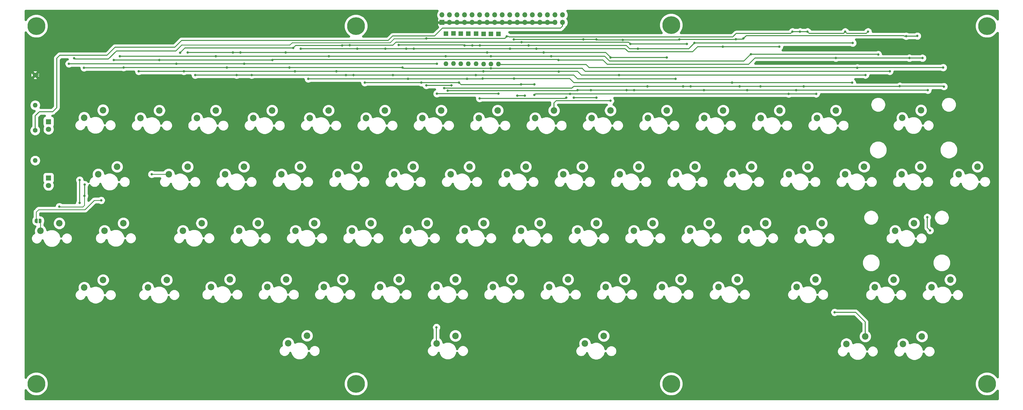
<source format=gbr>
G04 #@! TF.GenerationSoftware,KiCad,Pcbnew,(5.1.0)-1*
G04 #@! TF.CreationDate,2024-04-13T13:58:06+12:00*
G04 #@! TF.ProjectId,Pegasus2023_1_2,50656761-7375-4733-9230-32335f315f32,rev?*
G04 #@! TF.SameCoordinates,Original*
G04 #@! TF.FileFunction,Copper,L2,Bot*
G04 #@! TF.FilePolarity,Positive*
%FSLAX46Y46*%
G04 Gerber Fmt 4.6, Leading zero omitted, Abs format (unit mm)*
G04 Created by KiCad (PCBNEW (5.1.0)-1) date 2024-04-13 13:58:06*
%MOMM*%
%LPD*%
G04 APERTURE LIST*
%ADD10C,2.200000*%
%ADD11C,0.500000*%
%ADD12C,0.100000*%
%ADD13O,1.600000X1.600000*%
%ADD14C,1.600000*%
%ADD15O,1.700000X1.700000*%
%ADD16R,1.700000X1.700000*%
%ADD17C,1.800000*%
%ADD18R,1.800000X1.800000*%
%ADD19R,1.600000X1.600000*%
%ADD20C,6.000000*%
%ADD21C,0.800000*%
%ADD22C,0.300000*%
%ADD23C,0.250000*%
%ADD24C,0.800000*%
G04 APERTURE END LIST*
D10*
X250620000Y-126240000D03*
X256970000Y-123700000D03*
X-40070000Y-88100000D03*
X-33720000Y-85560000D03*
X231530000Y-126220000D03*
X237880000Y-123680000D03*
D11*
X-41500000Y-84740000D03*
D12*
G36*
X-41500000Y-85489398D02*
G01*
X-41524534Y-85489398D01*
X-41573365Y-85484588D01*
X-41621490Y-85475016D01*
X-41668445Y-85460772D01*
X-41713778Y-85441995D01*
X-41757051Y-85418864D01*
X-41797850Y-85391604D01*
X-41835779Y-85360476D01*
X-41870476Y-85325779D01*
X-41901604Y-85287850D01*
X-41928864Y-85247051D01*
X-41951995Y-85203778D01*
X-41970772Y-85158445D01*
X-41985016Y-85111490D01*
X-41994588Y-85063365D01*
X-41999398Y-85014534D01*
X-41999398Y-84990000D01*
X-42000000Y-84990000D01*
X-42000000Y-84490000D01*
X-41999398Y-84490000D01*
X-41999398Y-84465466D01*
X-41994588Y-84416635D01*
X-41985016Y-84368510D01*
X-41970772Y-84321555D01*
X-41951995Y-84276222D01*
X-41928864Y-84232949D01*
X-41901604Y-84192150D01*
X-41870476Y-84154221D01*
X-41835779Y-84119524D01*
X-41797850Y-84088396D01*
X-41757051Y-84061136D01*
X-41713778Y-84038005D01*
X-41668445Y-84019228D01*
X-41621490Y-84004984D01*
X-41573365Y-83995412D01*
X-41524534Y-83990602D01*
X-41500000Y-83990602D01*
X-41500000Y-83990000D01*
X-41000000Y-83990000D01*
X-41000000Y-85490000D01*
X-41500000Y-85490000D01*
X-41500000Y-85489398D01*
X-41500000Y-85489398D01*
G37*
D11*
X-40200000Y-84740000D03*
D12*
G36*
X-40700000Y-83990000D02*
G01*
X-40200000Y-83990000D01*
X-40200000Y-83990602D01*
X-40175466Y-83990602D01*
X-40126635Y-83995412D01*
X-40078510Y-84004984D01*
X-40031555Y-84019228D01*
X-39986222Y-84038005D01*
X-39942949Y-84061136D01*
X-39902150Y-84088396D01*
X-39864221Y-84119524D01*
X-39829524Y-84154221D01*
X-39798396Y-84192150D01*
X-39771136Y-84232949D01*
X-39748005Y-84276222D01*
X-39729228Y-84321555D01*
X-39714984Y-84368510D01*
X-39705412Y-84416635D01*
X-39700602Y-84465466D01*
X-39700602Y-84490000D01*
X-39700000Y-84490000D01*
X-39700000Y-84990000D01*
X-39700602Y-84990000D01*
X-39700602Y-85014534D01*
X-39705412Y-85063365D01*
X-39714984Y-85111490D01*
X-39729228Y-85158445D01*
X-39748005Y-85203778D01*
X-39771136Y-85247051D01*
X-39798396Y-85287850D01*
X-39829524Y-85325779D01*
X-39864221Y-85360476D01*
X-39902150Y-85391604D01*
X-39942949Y-85418864D01*
X-39986222Y-85441995D01*
X-40031555Y-85460772D01*
X-40078510Y-85475016D01*
X-40126635Y-85484588D01*
X-40175466Y-85489398D01*
X-40200000Y-85489398D01*
X-40200000Y-85490000D01*
X-40700000Y-85490000D01*
X-40700000Y-83990000D01*
X-40700000Y-83990000D01*
G37*
D10*
X93400000Y-126040000D03*
X99750000Y-123500000D03*
D13*
X-41870000Y-64380000D03*
D14*
X-41870000Y-54220000D03*
D13*
X-41870000Y-45720000D03*
D14*
X-41870000Y-35560000D03*
D15*
X135900000Y-15290000D03*
X135900000Y-17830000D03*
X133360000Y-15290000D03*
X133360000Y-17830000D03*
X130820000Y-15290000D03*
X130820000Y-17830000D03*
X128280000Y-15290000D03*
X128280000Y-17830000D03*
X125740000Y-15290000D03*
X125740000Y-17830000D03*
X123200000Y-15290000D03*
X123200000Y-17830000D03*
X120660000Y-15290000D03*
X120660000Y-17830000D03*
X118120000Y-15290000D03*
X118120000Y-17830000D03*
X115580000Y-15290000D03*
X115580000Y-17830000D03*
X113040000Y-15290000D03*
X113040000Y-17830000D03*
X110500000Y-15290000D03*
X110500000Y-17830000D03*
X107960000Y-15290000D03*
X107960000Y-17830000D03*
X105420000Y-15290000D03*
X105420000Y-17830000D03*
X102880000Y-15290000D03*
X102880000Y-17830000D03*
X100340000Y-15290000D03*
X100340000Y-17830000D03*
X97800000Y-15290000D03*
X97800000Y-17830000D03*
X95260000Y-15290000D03*
D16*
X95260000Y-17830000D03*
D17*
X-37370000Y-72800000D03*
D18*
X-37370000Y-70260000D03*
D17*
X-37340000Y-53840000D03*
D18*
X-37340000Y-51300000D03*
D10*
X247954800Y-88087200D03*
X254304800Y-85547200D03*
X43416300Y-126022100D03*
X49766300Y-123482100D03*
X-12150000Y-85500000D03*
X-18500000Y-88040000D03*
X-18960000Y-104650000D03*
X-25310000Y-107190000D03*
X247444260Y-104614980D03*
X241094260Y-107154980D03*
X214784940Y-107073700D03*
X221134940Y-104533700D03*
X-3876980Y-107170220D03*
X2473020Y-104630220D03*
X-20600000Y-69040000D03*
X-14250000Y-66500000D03*
X250329700Y-49999900D03*
X256679700Y-47459900D03*
X143400700Y-126085600D03*
X149750700Y-123545600D03*
X269360000Y-69010000D03*
X275710000Y-66470000D03*
X250150000Y-69040000D03*
X256500000Y-66500000D03*
X221650000Y-50040000D03*
X228000000Y-47500000D03*
X31650000Y-50040000D03*
X38000000Y-47500000D03*
X-6350000Y-50040000D03*
X0Y-47500000D03*
X-25370000Y-49930000D03*
X-19020000Y-47390000D03*
X193150000Y-69040000D03*
X199500000Y-66500000D03*
X88650000Y-50040000D03*
X95000000Y-47500000D03*
X50650000Y-50040000D03*
X57000000Y-47500000D03*
X12650000Y-50040000D03*
X19000000Y-47500000D03*
X164650000Y-50040000D03*
X171000000Y-47500000D03*
X145650000Y-50040000D03*
X152000000Y-47500000D03*
X126650000Y-50040000D03*
X133000000Y-47500000D03*
X107650000Y-50040000D03*
X114000000Y-47500000D03*
X22150000Y-69040000D03*
X28500000Y-66500000D03*
X3150000Y-69040000D03*
X9500000Y-66500000D03*
X7900000Y-88040000D03*
X14250000Y-85500000D03*
X26900000Y-88040000D03*
X33250000Y-85500000D03*
X202650000Y-50040000D03*
X209000000Y-47500000D03*
X183650000Y-50040000D03*
X190000000Y-47500000D03*
X69650000Y-50040000D03*
X76000000Y-47500000D03*
X79150000Y-69040000D03*
X85500000Y-66500000D03*
X60150000Y-69040000D03*
X66500000Y-66500000D03*
X41150000Y-69040000D03*
X47500000Y-66500000D03*
X74400000Y-107040000D03*
X80750000Y-104500000D03*
X93400000Y-107040000D03*
X99750000Y-104500000D03*
X174150000Y-69040000D03*
X180500000Y-66500000D03*
X155150000Y-69040000D03*
X161500000Y-66500000D03*
X83900000Y-88040000D03*
X90250000Y-85500000D03*
X98150000Y-69040000D03*
X104500000Y-66500000D03*
X64900000Y-88040000D03*
X71250000Y-85500000D03*
X112400000Y-107040000D03*
X118750000Y-104500000D03*
X216900000Y-88040000D03*
X223250000Y-85500000D03*
X159900000Y-88040000D03*
X166250000Y-85500000D03*
X140900000Y-88040000D03*
X147250000Y-85500000D03*
X117150000Y-69040000D03*
X123500000Y-66500000D03*
X102900000Y-88040000D03*
X109250000Y-85500000D03*
X55400000Y-107040000D03*
X61750000Y-104500000D03*
X45900000Y-88040000D03*
X52250000Y-85500000D03*
X36400000Y-107040000D03*
X42750000Y-104500000D03*
X17400000Y-107040000D03*
X23750000Y-104500000D03*
X178900000Y-88040000D03*
X185250000Y-85500000D03*
X136150000Y-69040000D03*
X142500000Y-66500000D03*
X121900000Y-88040000D03*
X128250000Y-85500000D03*
X169400000Y-107040000D03*
X175750000Y-104500000D03*
X150400000Y-107040000D03*
X156750000Y-104500000D03*
X131400000Y-107040000D03*
X137750000Y-104500000D03*
X260200140Y-107149900D03*
X266550140Y-104609900D03*
X212150000Y-69040000D03*
X218500000Y-66500000D03*
X197900000Y-88040000D03*
X204250000Y-85500000D03*
X188400000Y-107040000D03*
X194750000Y-104500000D03*
X231150000Y-69040000D03*
X237500000Y-66500000D03*
D13*
X96550000Y-31760000D03*
D19*
X96550000Y-21600000D03*
D13*
X99100000Y-31710000D03*
D19*
X99100000Y-21550000D03*
D13*
X101600000Y-31760000D03*
D19*
X101600000Y-21600000D03*
D13*
X104150000Y-31760000D03*
D19*
X104150000Y-21600000D03*
D13*
X106700000Y-31760000D03*
D19*
X106700000Y-21600000D03*
D13*
X109250000Y-31810000D03*
D19*
X109250000Y-21650000D03*
D13*
X111750000Y-31810000D03*
D19*
X111750000Y-21650000D03*
D13*
X114250000Y-31810000D03*
D19*
X114250000Y-21650000D03*
D20*
X278930000Y-139700000D03*
X-41460000Y-139700000D03*
X-41460000Y-19050000D03*
X278930000Y-19050000D03*
X172480000Y-139700000D03*
X66260000Y-139700000D03*
X66260000Y-19050000D03*
X172480000Y-18719800D03*
D21*
X5715000Y-31750000D03*
X28575000Y-31750000D03*
X264160000Y-33020000D03*
X-30480000Y-31750000D03*
X235200000Y-33100000D03*
X93500000Y-31750000D03*
X93500000Y-41850000D03*
X114250000Y-41850000D03*
X-6985000Y-34290000D03*
X8255000Y-34290000D03*
X59690000Y-34290000D03*
X154940000Y-35560000D03*
X237949998Y-35550000D03*
X134600000Y-34350000D03*
X109210000Y-34290000D03*
X45699990Y-34290000D03*
X-2600000Y-69020000D03*
X-19620000Y-77810000D03*
X50165000Y-36830000D03*
X193040000Y-38100000D03*
X233450000Y-38100000D03*
X103650010Y-36830000D03*
X108950000Y-36750000D03*
X119500000Y-36750000D03*
X83820000Y-36830000D03*
X69215000Y-38100000D03*
X88265000Y-38100000D03*
X126365000Y-38735000D03*
X121920000Y-38735000D03*
X138430000Y-41910000D03*
X100965000Y-38100000D03*
X212090000Y-41910000D03*
X221350000Y-41900000D03*
X126365000Y-42285000D03*
X145415000Y-40640000D03*
X183515000Y-40640000D03*
X198120000Y-40640000D03*
X160020000Y-40640000D03*
X140970000Y-40640000D03*
X214630000Y-40640000D03*
X157480000Y-40640000D03*
X258965700Y-40640000D03*
X97200000Y-40850000D03*
X164465000Y-39370000D03*
X202565000Y-39370000D03*
X217170000Y-39370000D03*
X179070000Y-39370000D03*
X195580000Y-39370000D03*
X176530000Y-39370000D03*
X249491500Y-39326820D03*
X95950000Y-40000000D03*
X264400000Y-39430000D03*
X38100000Y-30480000D03*
X0Y-30480000D03*
X227965000Y-29845000D03*
X257175000Y-29845000D03*
X-15316200Y-30480000D03*
X-26850001Y-70949999D03*
X252755000Y-29845000D03*
X134480000Y-30480000D03*
X-26840000Y-78700000D03*
X259710000Y-88010000D03*
X258780000Y-83520000D03*
X111760000Y-29210000D03*
X19050000Y-29210000D03*
X57150000Y-29210000D03*
X96520000Y-29210000D03*
X-13335000Y-29210000D03*
X199390008Y-28574992D03*
X-25200000Y-72500000D03*
X242250000Y-28650000D03*
X132060000Y-29210000D03*
X-25240000Y-76290000D03*
X-33720000Y-79950000D03*
X152000000Y-44215000D03*
X9525000Y-27940000D03*
X24765000Y-27940000D03*
X27305000Y-27940000D03*
X42545000Y-27940000D03*
X171000000Y-29674400D03*
X152019000Y-29616400D03*
X110500000Y-27949994D03*
X129549994Y-27949994D03*
X76200000Y-26670000D03*
X208915000Y-26035000D03*
X189865000Y-26035000D03*
X47625000Y-26670000D03*
X66675000Y-26670000D03*
X85725000Y-26670000D03*
X83185000Y-26670000D03*
X127020000Y-26670000D03*
X118130000Y-26670000D03*
X180340000Y-24765000D03*
X80645000Y-25400000D03*
X137160000Y-43180000D03*
X233680000Y-24765000D03*
X161239200Y-26695400D03*
X108000001Y-25600000D03*
X105449998Y-25550000D03*
X102849988Y-25550000D03*
X124450000Y-25600000D03*
X107900000Y-43450000D03*
X123190000Y-42545000D03*
X120650000Y-42545000D03*
X177800000Y-25044398D03*
X158750000Y-25095200D03*
X122100000Y-24450000D03*
X64135000Y-25525000D03*
X61595000Y-25555000D03*
X45085000Y-26425000D03*
X6985000Y-28025000D03*
X139700000Y-43180000D03*
X147320000Y-43180000D03*
X156210000Y-23749000D03*
X175260000Y-23520398D03*
X196850000Y-23190200D03*
X251650000Y-22450000D03*
X255450000Y-22400000D03*
X147320000Y-23580000D03*
X119410000Y-23510000D03*
X142850000Y-23550000D03*
X194310000Y-23440010D03*
X218440000Y-20955000D03*
X215900000Y-20955000D03*
X213360000Y-20955000D03*
X231140000Y-20955000D03*
X238823500Y-20955000D03*
X117100000Y-22500000D03*
X98400000Y-39050000D03*
X89950000Y-39050000D03*
X89940998Y-23240998D03*
X-28740100Y-29860098D03*
X227580000Y-115570000D03*
X-12065000Y-33020000D03*
X22745000Y-33020000D03*
X43815000Y-33020000D03*
X81915000Y-33020000D03*
X246141240Y-34287460D03*
X111750000Y-33300000D03*
X-25390000Y-33100000D03*
X93390000Y-120630000D03*
X12065000Y-35560000D03*
X31115000Y-35560000D03*
X65405000Y-35560000D03*
X26035000Y-35560000D03*
X62865000Y-35560000D03*
X78740000Y-35560000D03*
X173990000Y-36830000D03*
X106660000Y-35560000D03*
D22*
X5715000Y-31750000D02*
X28575000Y-31750000D01*
X28575000Y-31750000D02*
X43064990Y-31750000D01*
X5715000Y-31750000D02*
X-30480000Y-31750000D01*
X17040000Y-106680000D02*
X17400000Y-107040000D01*
X16510000Y-106680000D02*
X17040000Y-106680000D01*
X216310000Y-88040000D02*
X216900000Y-88040000D01*
X93040000Y-106680000D02*
X93400000Y-107040000D01*
X92710000Y-106680000D02*
X93040000Y-106680000D01*
X264160000Y-33020000D02*
X235280000Y-33020000D01*
X144780000Y-33020000D02*
X235120000Y-33020000D01*
X235280000Y-33020000D02*
X235200000Y-33100000D01*
X235120000Y-33020000D02*
X235200000Y-33100000D01*
X114490000Y-32050000D02*
X114250000Y-31810000D01*
X143850000Y-32050000D02*
X114490000Y-32050000D01*
X144780000Y-33020000D02*
X144780000Y-32980000D01*
X144780000Y-32980000D02*
X143850000Y-32050000D01*
X43064990Y-31750000D02*
X86650000Y-31750000D01*
X86650000Y-31750000D02*
X93500000Y-31750000D01*
X93500000Y-41850000D02*
X114250000Y-41850000D01*
X8255000Y-34290000D02*
X-6985000Y-34290000D01*
X142240000Y-35560000D02*
X154940000Y-35560000D01*
X131040000Y-106680000D02*
X131400000Y-107040000D01*
X45900000Y-87810000D02*
X45900000Y-88040000D01*
X-6860000Y-49530000D02*
X-6350000Y-50040000D01*
X154940000Y-35560000D02*
X237939998Y-35560000D01*
X237939998Y-35560000D02*
X237949998Y-35550000D01*
X140970000Y-34290000D02*
X142240000Y-35560000D01*
X59690000Y-34290000D02*
X109210000Y-34290000D01*
X109210000Y-34290000D02*
X140970000Y-34290000D01*
X8255000Y-34290000D02*
X45699990Y-34290000D01*
X46285685Y-34290000D02*
X45699990Y-34290000D01*
X59690000Y-34290000D02*
X45699990Y-34290000D01*
D23*
X1594366Y-69040000D02*
X1574366Y-69020000D01*
X3150000Y-69040000D02*
X1594366Y-69040000D01*
X1574366Y-69020000D02*
X-2150000Y-69020000D01*
X-2150000Y-69020000D02*
X-2600000Y-69020000D01*
X-41500000Y-81730000D02*
X-41500000Y-84740000D01*
X-40710000Y-80940000D02*
X-41500000Y-81730000D01*
X-25060000Y-80940000D02*
X-40710000Y-80940000D01*
X-21940000Y-77820000D02*
X-25060000Y-80940000D01*
X-19620000Y-77810000D02*
X-19630000Y-77820000D01*
X-19630000Y-77820000D02*
X-21940000Y-77820000D01*
D22*
X139700000Y-38100000D02*
X193040000Y-38100000D01*
X102010000Y-88040000D02*
X102900000Y-88040000D01*
X49655000Y-50040000D02*
X50650000Y-50040000D01*
X193040000Y-38100000D02*
X233450000Y-38100000D01*
X50165000Y-36830000D02*
X103650010Y-36830000D01*
X108870000Y-36830000D02*
X108950000Y-36750000D01*
X103650010Y-36830000D02*
X108870000Y-36830000D01*
X109515685Y-36750000D02*
X108950000Y-36750000D01*
X138350000Y-36750000D02*
X109515685Y-36750000D01*
X138350000Y-36750000D02*
X139700000Y-38100000D01*
X119500000Y-36750000D02*
X138350000Y-36750000D01*
X119500000Y-36750000D02*
X108950000Y-36750000D01*
X126365000Y-38735000D02*
X121920000Y-38735000D01*
X135890000Y-41910000D02*
X138430000Y-41910000D01*
X69215000Y-38100000D02*
X100965000Y-38100000D01*
X138430000Y-41910000D02*
X212090000Y-41910000D01*
X218440000Y-41910000D02*
X212090000Y-41910000D01*
X121490000Y-87630000D02*
X121900000Y-88040000D01*
X120967500Y-87947500D02*
X121285000Y-87630000D01*
X121285000Y-87630000D02*
X121490000Y-87630000D01*
X69650000Y-50040000D02*
X69090000Y-50040000D01*
X88140000Y-50040000D02*
X88650000Y-50040000D01*
X220774315Y-41910000D02*
X218440000Y-41910000D01*
X220784315Y-41900000D02*
X220774315Y-41910000D01*
X221350000Y-41900000D02*
X220784315Y-41900000D01*
X126740000Y-41910000D02*
X126365000Y-42285000D01*
X135890000Y-41910000D02*
X126740000Y-41910000D01*
X101615000Y-38750000D02*
X100965000Y-38100000D01*
X121920000Y-38735000D02*
X121905000Y-38750000D01*
X121905000Y-38750000D02*
X101615000Y-38750000D01*
X140970000Y-40640000D02*
X145415000Y-40640000D01*
X145415000Y-40640000D02*
X157480000Y-40640000D01*
X157480000Y-40640000D02*
X183515000Y-40640000D01*
X258965700Y-40640000D02*
X247980910Y-40640000D01*
X183515000Y-40640000D02*
X247930110Y-40640000D01*
X197260000Y-88040000D02*
X197900000Y-88040000D01*
X140110000Y-88040000D02*
X140900000Y-88040000D01*
X182755000Y-50040000D02*
X183650000Y-50040000D01*
X192230000Y-69040000D02*
X193150000Y-69040000D01*
X140760000Y-40850000D02*
X97200000Y-40850000D01*
X140970000Y-40640000D02*
X140760000Y-40850000D01*
X202565000Y-39370000D02*
X217170000Y-39370000D01*
X179070000Y-39370000D02*
X195580000Y-39370000D01*
X195580000Y-39370000D02*
X202565000Y-39370000D01*
X176530000Y-39370000D02*
X179070000Y-39370000D01*
X211975000Y-69215000D02*
X212150000Y-69040000D01*
X178210000Y-88040000D02*
X178900000Y-88040000D01*
X159370000Y-87510000D02*
X159900000Y-88040000D01*
X173180000Y-69040000D02*
X174150000Y-69040000D01*
X250256040Y-50073560D02*
X250329700Y-49999900D01*
X240665000Y-39370000D02*
X217170000Y-39370000D01*
X249491500Y-39326820D02*
X249448320Y-39370000D01*
X249448320Y-39370000D02*
X240665000Y-39370000D01*
X96515685Y-40000000D02*
X95950000Y-40000000D01*
X139000000Y-40000000D02*
X96515685Y-40000000D01*
X176530000Y-39370000D02*
X139630000Y-39370000D01*
X139630000Y-39370000D02*
X139000000Y-40000000D01*
X264296820Y-39326820D02*
X264400000Y-39430000D01*
X249491500Y-39326820D02*
X264296820Y-39326820D01*
X-34610000Y-29920000D02*
X-33550000Y-28860000D01*
X-34610000Y-46560000D02*
X-34610000Y-29920000D01*
X-35960000Y-47910000D02*
X-34610000Y-46560000D01*
X135182081Y-19750000D02*
X135900000Y-19032081D01*
X-40440000Y-47910000D02*
X-35960000Y-47910000D01*
X5210000Y-26150000D02*
X7510000Y-23850000D01*
X78590000Y-22390000D02*
X92750000Y-22390000D01*
X-41850000Y-54190000D02*
X-41850000Y-49320000D01*
X-41850000Y-49320000D02*
X-40440000Y-47910000D01*
X-33550000Y-28860000D02*
X-17630000Y-28860000D01*
X92750000Y-22390000D02*
X95390000Y-19750000D01*
X-17630000Y-28860000D02*
X-14920000Y-26150000D01*
X-14920000Y-26150000D02*
X5210000Y-26150000D01*
X77130000Y-23850000D02*
X78590000Y-22390000D01*
X135900000Y-19032081D02*
X135900000Y-17830000D01*
X7510000Y-23850000D02*
X77130000Y-23850000D01*
X95390000Y-19750000D02*
X135182081Y-19750000D01*
X38100000Y-30480000D02*
X0Y-30480000D01*
X257175000Y-29845000D02*
X255270000Y-29845000D01*
X227965000Y-29845000D02*
X246837200Y-29845000D01*
X0Y-30480000D02*
X-15316200Y-30480000D01*
X255270000Y-29845000D02*
X252755000Y-29845000D01*
X252755000Y-29845000D02*
X246837200Y-29845000D01*
X134300000Y-30300000D02*
X134480000Y-30480000D01*
X38100000Y-30480000D02*
X38280000Y-30300000D01*
X38280000Y-30300000D02*
X134300000Y-30300000D01*
X200675000Y-29845000D02*
X227965000Y-29845000D01*
X198592200Y-31927800D02*
X200675000Y-29845000D01*
X150927800Y-31927800D02*
X198592200Y-31927800D01*
X134480000Y-30480000D02*
X149480000Y-30480000D01*
X149480000Y-30480000D02*
X150927800Y-31927800D01*
X-26850001Y-70949999D02*
X-26850001Y-78689999D01*
X-26850001Y-78689999D02*
X-26840000Y-78700000D01*
X258780000Y-84085685D02*
X258780000Y-83520000D01*
X258780000Y-87080000D02*
X258780000Y-84085685D01*
X259710000Y-88010000D02*
X258780000Y-87080000D01*
X133360000Y-17830000D02*
X95260000Y-17830000D01*
X-37420000Y-35600000D02*
X-41900000Y-35600000D01*
X-36220000Y-34400000D02*
X-37420000Y-35600000D01*
X-36220000Y-14570000D02*
X-36220000Y-34400000D01*
X94110000Y-17830000D02*
X93110000Y-16830000D01*
X93110000Y-16830000D02*
X93110000Y-14750000D01*
X93110000Y-14750000D02*
X92220000Y-13860000D01*
X92220000Y-13860000D02*
X-35510000Y-13860000D01*
X95260000Y-17830000D02*
X94110000Y-17830000D01*
X-35510000Y-13860000D02*
X-36220000Y-14570000D01*
X57150000Y-29210000D02*
X111760000Y-29210000D01*
X-13335000Y-29210000D02*
X-10795000Y-29210000D01*
X-10795000Y-29210000D02*
X19050000Y-29210000D01*
X19050000Y-29210000D02*
X57150000Y-29210000D01*
X199390008Y-28574992D02*
X242174992Y-28574992D01*
X242174992Y-28574992D02*
X242250000Y-28650000D01*
X111760000Y-29210000D02*
X132060000Y-29210000D01*
X199295008Y-28574992D02*
X199390008Y-28574992D01*
X197020000Y-30850000D02*
X199295008Y-28574992D01*
X151700000Y-30850000D02*
X197020000Y-30850000D01*
X132060000Y-29210000D02*
X150060000Y-29210000D01*
X150060000Y-29210000D02*
X151700000Y-30850000D01*
X-25200000Y-72500000D02*
X-25200000Y-76250000D01*
X-25200000Y-76250000D02*
X-25240000Y-76290000D01*
D23*
X-25240000Y-76290000D02*
X-25240000Y-78173002D01*
X-25240000Y-78173002D02*
X-25240000Y-79470000D01*
X-25240000Y-79470000D02*
X-25790000Y-80020000D01*
X-25790000Y-80020000D02*
X-33650000Y-80020000D01*
X-33650000Y-80020000D02*
X-33720000Y-79950000D01*
D22*
X9525000Y-27940000D02*
X27305000Y-27940000D01*
X27305000Y-27940000D02*
X42545000Y-27940000D01*
X170942000Y-29616400D02*
X171000000Y-29674400D01*
X152019000Y-29616400D02*
X170942000Y-29616400D01*
X42545000Y-27940000D02*
X110490006Y-27940000D01*
X109220000Y-27939998D02*
X109229996Y-27949994D01*
X109934315Y-27949994D02*
X110500000Y-27949994D01*
X109229996Y-27949994D02*
X109934315Y-27949994D01*
X110490006Y-27940000D02*
X110500000Y-27949994D01*
X111065685Y-27949994D02*
X110500000Y-27949994D01*
X129549994Y-27949994D02*
X111065685Y-27949994D01*
X129550000Y-27950000D02*
X129549994Y-27949994D01*
X150400000Y-27950000D02*
X129550000Y-27950000D01*
X152019000Y-29616400D02*
X152019000Y-29569000D01*
X152019000Y-29569000D02*
X150400000Y-27950000D01*
X133000000Y-45000000D02*
X133000000Y-47500000D01*
X152000000Y-44215000D02*
X133785000Y-44215000D01*
X133785000Y-44215000D02*
X133000000Y-45000000D01*
X208915000Y-26035000D02*
X189865000Y-26035000D01*
X85725000Y-26670000D02*
X83185000Y-26670000D01*
X83185000Y-26670000D02*
X47625000Y-26670000D01*
X106045000Y-26670000D02*
X85725000Y-26670000D01*
X127020000Y-26670000D02*
X118130000Y-26670000D01*
X118130000Y-26670000D02*
X106045000Y-26670000D01*
X156970000Y-26670000D02*
X127020000Y-26670000D01*
X158010000Y-27710000D02*
X156970000Y-26670000D01*
X179757200Y-27710000D02*
X158010000Y-27710000D01*
X189865000Y-26035000D02*
X181432200Y-26035000D01*
X181432200Y-26035000D02*
X179757200Y-27710000D01*
X180340000Y-24765000D02*
X233680000Y-24765000D01*
X178409600Y-26695400D02*
X180340000Y-24765000D01*
X161239200Y-26695400D02*
X178409600Y-26695400D01*
X105499998Y-25600000D02*
X105449998Y-25550000D01*
X108000001Y-25600000D02*
X105499998Y-25600000D01*
X105449998Y-25550000D02*
X102849988Y-25550000D01*
X102699988Y-25400000D02*
X102849988Y-25550000D01*
X80645000Y-25400000D02*
X102699988Y-25400000D01*
X124450000Y-25600000D02*
X108000001Y-25600000D01*
X157400000Y-25600000D02*
X124450000Y-25600000D01*
X161239200Y-26695400D02*
X158495400Y-26695400D01*
X158495400Y-26695400D02*
X157400000Y-25600000D01*
X108465685Y-43450000D02*
X107900000Y-43450000D01*
X137160000Y-43180000D02*
X136890000Y-43450000D01*
X136890000Y-43450000D02*
X108465685Y-43450000D01*
X123190000Y-42545000D02*
X120650000Y-42545000D01*
X122150000Y-24500000D02*
X122100000Y-24450000D01*
X158154800Y-24500000D02*
X122150000Y-24500000D01*
X177800000Y-25044398D02*
X158699198Y-25044398D01*
X158699198Y-25044398D02*
X158154800Y-24500000D01*
X61625000Y-25525000D02*
X61595000Y-25555000D01*
X64135000Y-25525000D02*
X61625000Y-25525000D01*
X45955000Y-25555000D02*
X45484999Y-26025001D01*
X61595000Y-25555000D02*
X45955000Y-25555000D01*
X45484999Y-26025001D02*
X45085000Y-26425000D01*
X8585000Y-26425000D02*
X7384999Y-27625001D01*
X45085000Y-26425000D02*
X8585000Y-26425000D01*
X7384999Y-27625001D02*
X6985000Y-28025000D01*
X64190000Y-25470000D02*
X64135000Y-25525000D01*
X78700000Y-25470000D02*
X64190000Y-25470000D01*
X122100000Y-24450000D02*
X79720000Y-24450000D01*
X79720000Y-24450000D02*
X78700000Y-25470000D01*
X139700000Y-43180000D02*
X147320000Y-43180000D01*
X175031398Y-23749000D02*
X175260000Y-23520398D01*
X156210000Y-23749000D02*
X175031398Y-23749000D01*
X255400000Y-22450000D02*
X255450000Y-22400000D01*
X251650000Y-22450000D02*
X255400000Y-22450000D01*
X156210000Y-23749000D02*
X147489000Y-23749000D01*
X147489000Y-23749000D02*
X147320000Y-23580000D01*
X142880000Y-23580000D02*
X142850000Y-23550000D01*
X147320000Y-23580000D02*
X142880000Y-23580000D01*
X142810000Y-23510000D02*
X142850000Y-23550000D01*
X119410000Y-23510000D02*
X142810000Y-23510000D01*
X194229612Y-23520398D02*
X194310000Y-23440010D01*
X175260000Y-23520398D02*
X194229612Y-23520398D01*
X194319990Y-23450000D02*
X194310000Y-23440010D01*
X196850000Y-23190200D02*
X196590200Y-23450000D01*
X196590200Y-23450000D02*
X194319990Y-23450000D01*
X251084315Y-22450000D02*
X251650000Y-22450000D01*
X250874315Y-22240000D02*
X251084315Y-22450000D01*
X196850000Y-23190200D02*
X197800200Y-22240000D01*
X197800200Y-22240000D02*
X250874315Y-22240000D01*
X215900000Y-20955000D02*
X218440000Y-20955000D01*
X213360000Y-20955000D02*
X215900000Y-20955000D01*
X116700001Y-22949999D02*
X116409002Y-23240998D01*
X117100000Y-22500000D02*
X116700001Y-22899999D01*
X116700001Y-22899999D02*
X116700001Y-22949999D01*
X98400000Y-39050000D02*
X89950000Y-39050000D01*
X116409002Y-23240998D02*
X89940998Y-23240998D01*
X-28450198Y-30150000D02*
X-28740100Y-29860098D01*
X-17190000Y-30150000D02*
X-28450198Y-30150000D01*
X-14450000Y-27410000D02*
X-17190000Y-30150000D01*
X7550000Y-25450000D02*
X5590000Y-27410000D01*
X5590000Y-27410000D02*
X-14450000Y-27410000D01*
D23*
X89509002Y-23240998D02*
X89440000Y-23310000D01*
X43910000Y-25450000D02*
X7550000Y-25450000D01*
X89940998Y-23240998D02*
X89509002Y-23240998D01*
X89440000Y-23310000D02*
X79080000Y-23310000D01*
X79080000Y-23310000D02*
X77760000Y-24630000D01*
X77760000Y-24630000D02*
X44730000Y-24630000D01*
X44730000Y-24630000D02*
X43910000Y-25450000D01*
D22*
X238218500Y-21560000D02*
X238823500Y-20955000D01*
X231140000Y-20955000D02*
X231745000Y-21560000D01*
X231745000Y-21560000D02*
X238218500Y-21560000D01*
X230605000Y-21490000D02*
X231140000Y-20955000D01*
X218440000Y-20955000D02*
X218975000Y-21490000D01*
X218975000Y-21490000D02*
X230605000Y-21490000D01*
X117665685Y-22500000D02*
X117100000Y-22500000D01*
X117855685Y-22690000D02*
X117665685Y-22500000D01*
X193230000Y-22690000D02*
X117855685Y-22690000D01*
X194370000Y-21550000D02*
X193230000Y-22690000D01*
X213360000Y-20955000D02*
X212765000Y-21550000D01*
X212765000Y-21550000D02*
X194370000Y-21550000D01*
X237880000Y-118840000D02*
X237880000Y-123680000D01*
X234630000Y-115590000D02*
X237880000Y-118840000D01*
X229790000Y-115590000D02*
X234630000Y-115590000D01*
X227580000Y-115570000D02*
X229770000Y-115570000D01*
X229770000Y-115570000D02*
X229790000Y-115590000D01*
X-12065000Y-33020000D02*
X43815000Y-33020000D01*
X44380685Y-33020000D02*
X43815000Y-33020000D01*
X81915000Y-33020000D02*
X44380685Y-33020000D01*
X143510000Y-34290000D02*
X236220000Y-34290000D01*
X246138700Y-34290000D02*
X246141240Y-34287460D01*
X236220000Y-34290000D02*
X246138700Y-34290000D01*
X142520000Y-33300000D02*
X142660000Y-33440000D01*
X111750000Y-33300000D02*
X142520000Y-33300000D01*
X142660000Y-33440000D02*
X143510000Y-34290000D01*
X81915000Y-33020000D02*
X82195000Y-33300000D01*
X111750000Y-33300000D02*
X82195000Y-33300000D01*
X-12145000Y-33100000D02*
X-12065000Y-33020000D01*
X-25390000Y-33100000D02*
X-12145000Y-33100000D01*
X93390000Y-126030000D02*
X93400000Y-126040000D01*
X93390000Y-120630000D02*
X93390000Y-126030000D01*
X109855000Y-35560000D02*
X107950000Y-35560000D01*
X31115000Y-35560000D02*
X65405000Y-35560000D01*
X12065000Y-35560000D02*
X26035000Y-35560000D01*
X31115000Y-35560000D02*
X26035000Y-35560000D01*
X78740000Y-35560000D02*
X65405000Y-35560000D01*
X99695000Y-35560000D02*
X78740000Y-35560000D01*
X140970000Y-36830000D02*
X173990000Y-36830000D01*
X150125000Y-107315000D02*
X150400000Y-107040000D01*
X55040000Y-106680000D02*
X55400000Y-107040000D01*
X54610000Y-106680000D02*
X55040000Y-106680000D01*
X64490000Y-87630000D02*
X64900000Y-88040000D01*
X11940000Y-50040000D02*
X12650000Y-50040000D01*
X139700000Y-35560000D02*
X140970000Y-36830000D01*
X109855000Y-35560000D02*
X139700000Y-35560000D01*
X109855000Y-35560000D02*
X106660000Y-35560000D01*
X106660000Y-35560000D02*
X99695000Y-35560000D01*
D23*
X-40070000Y-84870000D02*
X-40200000Y-84740000D01*
X-40070000Y-88100000D02*
X-40070000Y-84870000D01*
D24*
G36*
X93547240Y-14145570D02*
G01*
X93356883Y-14501703D01*
X93239662Y-14888130D01*
X93200081Y-15290000D01*
X93239662Y-15691870D01*
X93356883Y-16078297D01*
X93547240Y-16434430D01*
X93628311Y-16533216D01*
X93574485Y-16633918D01*
X93523022Y-16803569D01*
X93505645Y-16980000D01*
X93510000Y-17555000D01*
X93735000Y-17780000D01*
X95210000Y-17780000D01*
X95210000Y-17760000D01*
X95310000Y-17760000D01*
X95310000Y-17780000D01*
X97750000Y-17780000D01*
X97750000Y-17760000D01*
X97850000Y-17760000D01*
X97850000Y-17780000D01*
X100290000Y-17780000D01*
X100290000Y-17760000D01*
X100390000Y-17760000D01*
X100390000Y-17780000D01*
X102830000Y-17780000D01*
X102830000Y-17760000D01*
X102930000Y-17760000D01*
X102930000Y-17780000D01*
X105370000Y-17780000D01*
X105370000Y-17760000D01*
X105470000Y-17760000D01*
X105470000Y-17780000D01*
X107910000Y-17780000D01*
X107910000Y-17760000D01*
X108010000Y-17760000D01*
X108010000Y-17780000D01*
X110450000Y-17780000D01*
X110450000Y-17760000D01*
X110550000Y-17760000D01*
X110550000Y-17780000D01*
X112990000Y-17780000D01*
X112990000Y-17760000D01*
X113090000Y-17760000D01*
X113090000Y-17780000D01*
X115530000Y-17780000D01*
X115530000Y-17760000D01*
X115630000Y-17760000D01*
X115630000Y-17780000D01*
X118070000Y-17780000D01*
X118070000Y-17760000D01*
X118170000Y-17760000D01*
X118170000Y-17780000D01*
X120610000Y-17780000D01*
X120610000Y-17760000D01*
X120710000Y-17760000D01*
X120710000Y-17780000D01*
X123150000Y-17780000D01*
X123150000Y-17760000D01*
X123250000Y-17760000D01*
X123250000Y-17780000D01*
X125690000Y-17780000D01*
X125690000Y-17760000D01*
X125790000Y-17760000D01*
X125790000Y-17780000D01*
X128230000Y-17780000D01*
X128230000Y-17760000D01*
X128330000Y-17760000D01*
X128330000Y-17780000D01*
X130770000Y-17780000D01*
X130770000Y-17760000D01*
X130870000Y-17760000D01*
X130870000Y-17780000D01*
X133310000Y-17780000D01*
X133310000Y-17760000D01*
X133410000Y-17760000D01*
X133410000Y-17780000D01*
X133430000Y-17780000D01*
X133430000Y-17880000D01*
X133410000Y-17880000D01*
X133410000Y-17900000D01*
X133310000Y-17900000D01*
X133310000Y-17880000D01*
X130870000Y-17880000D01*
X130870000Y-17900000D01*
X130770000Y-17900000D01*
X130770000Y-17880000D01*
X128330000Y-17880000D01*
X128330000Y-17900000D01*
X128230000Y-17900000D01*
X128230000Y-17880000D01*
X125790000Y-17880000D01*
X125790000Y-17900000D01*
X125690000Y-17900000D01*
X125690000Y-17880000D01*
X123250000Y-17880000D01*
X123250000Y-17900000D01*
X123150000Y-17900000D01*
X123150000Y-17880000D01*
X120710000Y-17880000D01*
X120710000Y-17900000D01*
X120610000Y-17900000D01*
X120610000Y-17880000D01*
X118170000Y-17880000D01*
X118170000Y-17900000D01*
X118070000Y-17900000D01*
X118070000Y-17880000D01*
X115630000Y-17880000D01*
X115630000Y-17900000D01*
X115530000Y-17900000D01*
X115530000Y-17880000D01*
X113090000Y-17880000D01*
X113090000Y-17900000D01*
X112990000Y-17900000D01*
X112990000Y-17880000D01*
X110550000Y-17880000D01*
X110550000Y-17900000D01*
X110450000Y-17900000D01*
X110450000Y-17880000D01*
X108010000Y-17880000D01*
X108010000Y-17900000D01*
X107910000Y-17900000D01*
X107910000Y-17880000D01*
X105470000Y-17880000D01*
X105470000Y-17900000D01*
X105370000Y-17900000D01*
X105370000Y-17880000D01*
X102930000Y-17880000D01*
X102930000Y-17900000D01*
X102830000Y-17900000D01*
X102830000Y-17880000D01*
X100390000Y-17880000D01*
X100390000Y-17900000D01*
X100290000Y-17900000D01*
X100290000Y-17880000D01*
X97850000Y-17880000D01*
X97850000Y-17900000D01*
X97750000Y-17900000D01*
X97750000Y-17880000D01*
X95310000Y-17880000D01*
X95310000Y-17900000D01*
X95210000Y-17900000D01*
X95210000Y-17880000D01*
X93735000Y-17880000D01*
X93510000Y-18105000D01*
X93505645Y-18680000D01*
X93523022Y-18856431D01*
X93574485Y-19026082D01*
X93658056Y-19182433D01*
X93770524Y-19319476D01*
X93847864Y-19382948D01*
X92190812Y-21040000D01*
X78656319Y-21040000D01*
X78590000Y-21033468D01*
X78523681Y-21040000D01*
X78523679Y-21040000D01*
X78325354Y-21059533D01*
X78070878Y-21136728D01*
X77961707Y-21195081D01*
X77836350Y-21262085D01*
X77741411Y-21340000D01*
X77630787Y-21430787D01*
X77588510Y-21482302D01*
X76570812Y-22500000D01*
X68656511Y-22500000D01*
X68937344Y-22312353D01*
X69522353Y-21727344D01*
X69981992Y-21039446D01*
X70298596Y-20275095D01*
X70460000Y-19463664D01*
X70460000Y-18636336D01*
X70298596Y-17824905D01*
X69981992Y-17060554D01*
X69522353Y-16372656D01*
X68937344Y-15787647D01*
X68249446Y-15328008D01*
X67485095Y-15011404D01*
X66673664Y-14850000D01*
X65846336Y-14850000D01*
X65034905Y-15011404D01*
X64270554Y-15328008D01*
X63582656Y-15787647D01*
X62997647Y-16372656D01*
X62538008Y-17060554D01*
X62221404Y-17824905D01*
X62060000Y-18636336D01*
X62060000Y-19463664D01*
X62221404Y-20275095D01*
X62538008Y-21039446D01*
X62997647Y-21727344D01*
X63582656Y-22312353D01*
X63863489Y-22500000D01*
X7576310Y-22500000D01*
X7509999Y-22493469D01*
X7443688Y-22500000D01*
X7443679Y-22500000D01*
X7245354Y-22519533D01*
X6990878Y-22596728D01*
X6918825Y-22635241D01*
X6756350Y-22722085D01*
X6602301Y-22848510D01*
X6602298Y-22848513D01*
X6550787Y-22890787D01*
X6508513Y-22942298D01*
X4650812Y-24800000D01*
X-14853681Y-24800000D01*
X-14920000Y-24793468D01*
X-14986319Y-24800000D01*
X-14986321Y-24800000D01*
X-15184646Y-24819533D01*
X-15439122Y-24896728D01*
X-15516898Y-24938300D01*
X-15673650Y-25022085D01*
X-15780774Y-25110000D01*
X-15879213Y-25190787D01*
X-15921490Y-25242302D01*
X-18189188Y-27510000D01*
X-33483690Y-27510000D01*
X-33550001Y-27503469D01*
X-33616312Y-27510000D01*
X-33616321Y-27510000D01*
X-33814646Y-27529533D01*
X-34069122Y-27606728D01*
X-34303649Y-27732085D01*
X-34509213Y-27900787D01*
X-34551490Y-27952302D01*
X-35517701Y-28918513D01*
X-35569212Y-28960787D01*
X-35611486Y-29012298D01*
X-35611490Y-29012302D01*
X-35737915Y-29166351D01*
X-35863271Y-29400878D01*
X-35940466Y-29655354D01*
X-35966532Y-29920000D01*
X-35959999Y-29986329D01*
X-35960000Y-46000812D01*
X-36519188Y-46560000D01*
X-40051214Y-46560000D01*
X-40013301Y-46489070D01*
X-39898938Y-46112069D01*
X-39860323Y-45720000D01*
X-39898938Y-45327931D01*
X-40013301Y-44950930D01*
X-40199015Y-44603483D01*
X-40448944Y-44298944D01*
X-40753483Y-44049015D01*
X-41100930Y-43863301D01*
X-41477931Y-43748938D01*
X-41771747Y-43720000D01*
X-41968253Y-43720000D01*
X-42262069Y-43748938D01*
X-42639070Y-43863301D01*
X-42986517Y-44049015D01*
X-43291056Y-44298944D01*
X-43540985Y-44603483D01*
X-43726699Y-44950930D01*
X-43841062Y-45327931D01*
X-43879677Y-45720000D01*
X-43841062Y-46112069D01*
X-43726699Y-46489070D01*
X-43540985Y-46836517D01*
X-43291056Y-47141056D01*
X-42986517Y-47390985D01*
X-42639070Y-47576699D01*
X-42262069Y-47691062D01*
X-42142069Y-47702881D01*
X-42757701Y-48318513D01*
X-42809212Y-48360787D01*
X-42851486Y-48412298D01*
X-42851490Y-48412302D01*
X-42977915Y-48566351D01*
X-43103271Y-48800878D01*
X-43180466Y-49055354D01*
X-43206532Y-49320000D01*
X-43199999Y-49386329D01*
X-43200000Y-52721573D01*
X-43423501Y-52945074D01*
X-43642377Y-53272645D01*
X-43793141Y-53636622D01*
X-43870000Y-54023017D01*
X-43870000Y-54416983D01*
X-43793141Y-54803378D01*
X-43642377Y-55167355D01*
X-43423501Y-55494926D01*
X-43144926Y-55773501D01*
X-42817355Y-55992377D01*
X-42453378Y-56143141D01*
X-42066983Y-56220000D01*
X-41673017Y-56220000D01*
X-41286622Y-56143141D01*
X-40922645Y-55992377D01*
X-40595074Y-55773501D01*
X-40316499Y-55494926D01*
X-40097623Y-55167355D01*
X-39946859Y-54803378D01*
X-39870000Y-54416983D01*
X-39870000Y-54023017D01*
X-39946859Y-53636622D01*
X-40097623Y-53272645D01*
X-40316499Y-52945074D01*
X-40500000Y-52761573D01*
X-40500000Y-49879188D01*
X-39880811Y-49260000D01*
X-38615795Y-49260000D01*
X-38701442Y-49285981D01*
X-38909910Y-49397409D01*
X-39092634Y-49547366D01*
X-39242591Y-49730090D01*
X-39354019Y-49938558D01*
X-39422637Y-50164759D01*
X-39445806Y-50400000D01*
X-39445806Y-52200000D01*
X-39422637Y-52435241D01*
X-39354019Y-52661442D01*
X-39242591Y-52869910D01*
X-39221729Y-52895331D01*
X-39359298Y-53227453D01*
X-39440000Y-53633168D01*
X-39440000Y-54046832D01*
X-39359298Y-54452547D01*
X-39200996Y-54834723D01*
X-38971177Y-55178672D01*
X-38678672Y-55471177D01*
X-38334723Y-55700996D01*
X-37952547Y-55859298D01*
X-37546832Y-55940000D01*
X-37133168Y-55940000D01*
X-36727453Y-55859298D01*
X-36345277Y-55700996D01*
X-36001328Y-55471177D01*
X-35708823Y-55178672D01*
X-35479004Y-54834723D01*
X-35320702Y-54452547D01*
X-35240000Y-54046832D01*
X-35240000Y-53633168D01*
X-35320702Y-53227453D01*
X-35458271Y-52895331D01*
X-35437409Y-52869910D01*
X-35325981Y-52661442D01*
X-35257363Y-52435241D01*
X-35240901Y-52268093D01*
X-28690000Y-52268093D01*
X-28690000Y-52671907D01*
X-28611220Y-53067963D01*
X-28456686Y-53441039D01*
X-28232339Y-53776799D01*
X-27946799Y-54062339D01*
X-27611039Y-54286686D01*
X-27237963Y-54441220D01*
X-26841907Y-54520000D01*
X-26438093Y-54520000D01*
X-26042037Y-54441220D01*
X-25668961Y-54286686D01*
X-25333201Y-54062339D01*
X-25047661Y-53776799D01*
X-24823314Y-53441039D01*
X-24692404Y-53124997D01*
X-24637025Y-53403405D01*
X-24395803Y-53985768D01*
X-24045602Y-54509881D01*
X-23599881Y-54955602D01*
X-23075768Y-55305803D01*
X-22493405Y-55547025D01*
X-21875172Y-55670000D01*
X-21244828Y-55670000D01*
X-20626595Y-55547025D01*
X-20044232Y-55305803D01*
X-19520119Y-54955602D01*
X-19074398Y-54509881D01*
X-18724197Y-53985768D01*
X-18482975Y-53403405D01*
X-18427596Y-53124997D01*
X-18296686Y-53441039D01*
X-18072339Y-53776799D01*
X-17786799Y-54062339D01*
X-17451039Y-54286686D01*
X-17077963Y-54441220D01*
X-16681907Y-54520000D01*
X-16278093Y-54520000D01*
X-15882037Y-54441220D01*
X-15508961Y-54286686D01*
X-15173201Y-54062339D01*
X-14887661Y-53776799D01*
X-14663314Y-53441039D01*
X-14508780Y-53067963D01*
X-14430000Y-52671907D01*
X-14430000Y-52378093D01*
X-9670000Y-52378093D01*
X-9670000Y-52781907D01*
X-9591220Y-53177963D01*
X-9436686Y-53551039D01*
X-9212339Y-53886799D01*
X-8926799Y-54172339D01*
X-8591039Y-54396686D01*
X-8217963Y-54551220D01*
X-7821907Y-54630000D01*
X-7418093Y-54630000D01*
X-7022037Y-54551220D01*
X-6648961Y-54396686D01*
X-6313201Y-54172339D01*
X-6027661Y-53886799D01*
X-5803314Y-53551039D01*
X-5672404Y-53234997D01*
X-5617025Y-53513405D01*
X-5375803Y-54095768D01*
X-5025602Y-54619881D01*
X-4579881Y-55065602D01*
X-4055768Y-55415803D01*
X-3473405Y-55657025D01*
X-2855172Y-55780000D01*
X-2224828Y-55780000D01*
X-1606595Y-55657025D01*
X-1024232Y-55415803D01*
X-500119Y-55065602D01*
X-54398Y-54619881D01*
X295803Y-54095768D01*
X537025Y-53513405D01*
X592404Y-53234997D01*
X723314Y-53551039D01*
X947661Y-53886799D01*
X1233201Y-54172339D01*
X1568961Y-54396686D01*
X1942037Y-54551220D01*
X2338093Y-54630000D01*
X2741907Y-54630000D01*
X3137963Y-54551220D01*
X3511039Y-54396686D01*
X3846799Y-54172339D01*
X4132339Y-53886799D01*
X4356686Y-53551039D01*
X4511220Y-53177963D01*
X4590000Y-52781907D01*
X4590000Y-52378093D01*
X9330000Y-52378093D01*
X9330000Y-52781907D01*
X9408780Y-53177963D01*
X9563314Y-53551039D01*
X9787661Y-53886799D01*
X10073201Y-54172339D01*
X10408961Y-54396686D01*
X10782037Y-54551220D01*
X11178093Y-54630000D01*
X11581907Y-54630000D01*
X11977963Y-54551220D01*
X12351039Y-54396686D01*
X12686799Y-54172339D01*
X12972339Y-53886799D01*
X13196686Y-53551039D01*
X13327596Y-53234997D01*
X13382975Y-53513405D01*
X13624197Y-54095768D01*
X13974398Y-54619881D01*
X14420119Y-55065602D01*
X14944232Y-55415803D01*
X15526595Y-55657025D01*
X16144828Y-55780000D01*
X16775172Y-55780000D01*
X17393405Y-55657025D01*
X17975768Y-55415803D01*
X18499881Y-55065602D01*
X18945602Y-54619881D01*
X19295803Y-54095768D01*
X19537025Y-53513405D01*
X19592404Y-53234997D01*
X19723314Y-53551039D01*
X19947661Y-53886799D01*
X20233201Y-54172339D01*
X20568961Y-54396686D01*
X20942037Y-54551220D01*
X21338093Y-54630000D01*
X21741907Y-54630000D01*
X22137963Y-54551220D01*
X22511039Y-54396686D01*
X22846799Y-54172339D01*
X23132339Y-53886799D01*
X23356686Y-53551039D01*
X23511220Y-53177963D01*
X23590000Y-52781907D01*
X23590000Y-52378093D01*
X28330000Y-52378093D01*
X28330000Y-52781907D01*
X28408780Y-53177963D01*
X28563314Y-53551039D01*
X28787661Y-53886799D01*
X29073201Y-54172339D01*
X29408961Y-54396686D01*
X29782037Y-54551220D01*
X30178093Y-54630000D01*
X30581907Y-54630000D01*
X30977963Y-54551220D01*
X31351039Y-54396686D01*
X31686799Y-54172339D01*
X31972339Y-53886799D01*
X32196686Y-53551039D01*
X32327596Y-53234997D01*
X32382975Y-53513405D01*
X32624197Y-54095768D01*
X32974398Y-54619881D01*
X33420119Y-55065602D01*
X33944232Y-55415803D01*
X34526595Y-55657025D01*
X35144828Y-55780000D01*
X35775172Y-55780000D01*
X36393405Y-55657025D01*
X36975768Y-55415803D01*
X37499881Y-55065602D01*
X37945602Y-54619881D01*
X38295803Y-54095768D01*
X38537025Y-53513405D01*
X38592404Y-53234997D01*
X38723314Y-53551039D01*
X38947661Y-53886799D01*
X39233201Y-54172339D01*
X39568961Y-54396686D01*
X39942037Y-54551220D01*
X40338093Y-54630000D01*
X40741907Y-54630000D01*
X41137963Y-54551220D01*
X41511039Y-54396686D01*
X41846799Y-54172339D01*
X42132339Y-53886799D01*
X42356686Y-53551039D01*
X42511220Y-53177963D01*
X42590000Y-52781907D01*
X42590000Y-52378093D01*
X47330000Y-52378093D01*
X47330000Y-52781907D01*
X47408780Y-53177963D01*
X47563314Y-53551039D01*
X47787661Y-53886799D01*
X48073201Y-54172339D01*
X48408961Y-54396686D01*
X48782037Y-54551220D01*
X49178093Y-54630000D01*
X49581907Y-54630000D01*
X49977963Y-54551220D01*
X50351039Y-54396686D01*
X50686799Y-54172339D01*
X50972339Y-53886799D01*
X51196686Y-53551039D01*
X51327596Y-53234997D01*
X51382975Y-53513405D01*
X51624197Y-54095768D01*
X51974398Y-54619881D01*
X52420119Y-55065602D01*
X52944232Y-55415803D01*
X53526595Y-55657025D01*
X54144828Y-55780000D01*
X54775172Y-55780000D01*
X55393405Y-55657025D01*
X55975768Y-55415803D01*
X56499881Y-55065602D01*
X56945602Y-54619881D01*
X57295803Y-54095768D01*
X57537025Y-53513405D01*
X57592404Y-53234997D01*
X57723314Y-53551039D01*
X57947661Y-53886799D01*
X58233201Y-54172339D01*
X58568961Y-54396686D01*
X58942037Y-54551220D01*
X59338093Y-54630000D01*
X59741907Y-54630000D01*
X60137963Y-54551220D01*
X60511039Y-54396686D01*
X60846799Y-54172339D01*
X61132339Y-53886799D01*
X61356686Y-53551039D01*
X61511220Y-53177963D01*
X61590000Y-52781907D01*
X61590000Y-52378093D01*
X66330000Y-52378093D01*
X66330000Y-52781907D01*
X66408780Y-53177963D01*
X66563314Y-53551039D01*
X66787661Y-53886799D01*
X67073201Y-54172339D01*
X67408961Y-54396686D01*
X67782037Y-54551220D01*
X68178093Y-54630000D01*
X68581907Y-54630000D01*
X68977963Y-54551220D01*
X69351039Y-54396686D01*
X69686799Y-54172339D01*
X69972339Y-53886799D01*
X70196686Y-53551039D01*
X70327596Y-53234997D01*
X70382975Y-53513405D01*
X70624197Y-54095768D01*
X70974398Y-54619881D01*
X71420119Y-55065602D01*
X71944232Y-55415803D01*
X72526595Y-55657025D01*
X73144828Y-55780000D01*
X73775172Y-55780000D01*
X74393405Y-55657025D01*
X74975768Y-55415803D01*
X75499881Y-55065602D01*
X75945602Y-54619881D01*
X76295803Y-54095768D01*
X76537025Y-53513405D01*
X76592404Y-53234997D01*
X76723314Y-53551039D01*
X76947661Y-53886799D01*
X77233201Y-54172339D01*
X77568961Y-54396686D01*
X77942037Y-54551220D01*
X78338093Y-54630000D01*
X78741907Y-54630000D01*
X79137963Y-54551220D01*
X79511039Y-54396686D01*
X79846799Y-54172339D01*
X80132339Y-53886799D01*
X80356686Y-53551039D01*
X80511220Y-53177963D01*
X80590000Y-52781907D01*
X80590000Y-52378093D01*
X85330000Y-52378093D01*
X85330000Y-52781907D01*
X85408780Y-53177963D01*
X85563314Y-53551039D01*
X85787661Y-53886799D01*
X86073201Y-54172339D01*
X86408961Y-54396686D01*
X86782037Y-54551220D01*
X87178093Y-54630000D01*
X87581907Y-54630000D01*
X87977963Y-54551220D01*
X88351039Y-54396686D01*
X88686799Y-54172339D01*
X88972339Y-53886799D01*
X89196686Y-53551039D01*
X89327596Y-53234997D01*
X89382975Y-53513405D01*
X89624197Y-54095768D01*
X89974398Y-54619881D01*
X90420119Y-55065602D01*
X90944232Y-55415803D01*
X91526595Y-55657025D01*
X92144828Y-55780000D01*
X92775172Y-55780000D01*
X93393405Y-55657025D01*
X93975768Y-55415803D01*
X94499881Y-55065602D01*
X94945602Y-54619881D01*
X95295803Y-54095768D01*
X95537025Y-53513405D01*
X95592404Y-53234997D01*
X95723314Y-53551039D01*
X95947661Y-53886799D01*
X96233201Y-54172339D01*
X96568961Y-54396686D01*
X96942037Y-54551220D01*
X97338093Y-54630000D01*
X97741907Y-54630000D01*
X98137963Y-54551220D01*
X98511039Y-54396686D01*
X98846799Y-54172339D01*
X99132339Y-53886799D01*
X99356686Y-53551039D01*
X99511220Y-53177963D01*
X99590000Y-52781907D01*
X99590000Y-52378093D01*
X104330000Y-52378093D01*
X104330000Y-52781907D01*
X104408780Y-53177963D01*
X104563314Y-53551039D01*
X104787661Y-53886799D01*
X105073201Y-54172339D01*
X105408961Y-54396686D01*
X105782037Y-54551220D01*
X106178093Y-54630000D01*
X106581907Y-54630000D01*
X106977963Y-54551220D01*
X107351039Y-54396686D01*
X107686799Y-54172339D01*
X107972339Y-53886799D01*
X108196686Y-53551039D01*
X108327596Y-53234997D01*
X108382975Y-53513405D01*
X108624197Y-54095768D01*
X108974398Y-54619881D01*
X109420119Y-55065602D01*
X109944232Y-55415803D01*
X110526595Y-55657025D01*
X111144828Y-55780000D01*
X111775172Y-55780000D01*
X112393405Y-55657025D01*
X112975768Y-55415803D01*
X113499881Y-55065602D01*
X113945602Y-54619881D01*
X114295803Y-54095768D01*
X114537025Y-53513405D01*
X114592404Y-53234997D01*
X114723314Y-53551039D01*
X114947661Y-53886799D01*
X115233201Y-54172339D01*
X115568961Y-54396686D01*
X115942037Y-54551220D01*
X116338093Y-54630000D01*
X116741907Y-54630000D01*
X117137963Y-54551220D01*
X117511039Y-54396686D01*
X117846799Y-54172339D01*
X118132339Y-53886799D01*
X118356686Y-53551039D01*
X118511220Y-53177963D01*
X118590000Y-52781907D01*
X118590000Y-52378093D01*
X123330000Y-52378093D01*
X123330000Y-52781907D01*
X123408780Y-53177963D01*
X123563314Y-53551039D01*
X123787661Y-53886799D01*
X124073201Y-54172339D01*
X124408961Y-54396686D01*
X124782037Y-54551220D01*
X125178093Y-54630000D01*
X125581907Y-54630000D01*
X125977963Y-54551220D01*
X126351039Y-54396686D01*
X126686799Y-54172339D01*
X126972339Y-53886799D01*
X127196686Y-53551039D01*
X127327596Y-53234997D01*
X127382975Y-53513405D01*
X127624197Y-54095768D01*
X127974398Y-54619881D01*
X128420119Y-55065602D01*
X128944232Y-55415803D01*
X129526595Y-55657025D01*
X130144828Y-55780000D01*
X130775172Y-55780000D01*
X131393405Y-55657025D01*
X131975768Y-55415803D01*
X132499881Y-55065602D01*
X132945602Y-54619881D01*
X133295803Y-54095768D01*
X133537025Y-53513405D01*
X133592404Y-53234997D01*
X133723314Y-53551039D01*
X133947661Y-53886799D01*
X134233201Y-54172339D01*
X134568961Y-54396686D01*
X134942037Y-54551220D01*
X135338093Y-54630000D01*
X135741907Y-54630000D01*
X136137963Y-54551220D01*
X136511039Y-54396686D01*
X136846799Y-54172339D01*
X137132339Y-53886799D01*
X137356686Y-53551039D01*
X137511220Y-53177963D01*
X137590000Y-52781907D01*
X137590000Y-52378093D01*
X142330000Y-52378093D01*
X142330000Y-52781907D01*
X142408780Y-53177963D01*
X142563314Y-53551039D01*
X142787661Y-53886799D01*
X143073201Y-54172339D01*
X143408961Y-54396686D01*
X143782037Y-54551220D01*
X144178093Y-54630000D01*
X144581907Y-54630000D01*
X144977963Y-54551220D01*
X145351039Y-54396686D01*
X145686799Y-54172339D01*
X145972339Y-53886799D01*
X146196686Y-53551039D01*
X146327596Y-53234997D01*
X146382975Y-53513405D01*
X146624197Y-54095768D01*
X146974398Y-54619881D01*
X147420119Y-55065602D01*
X147944232Y-55415803D01*
X148526595Y-55657025D01*
X149144828Y-55780000D01*
X149775172Y-55780000D01*
X150393405Y-55657025D01*
X150975768Y-55415803D01*
X151499881Y-55065602D01*
X151945602Y-54619881D01*
X152295803Y-54095768D01*
X152537025Y-53513405D01*
X152592404Y-53234997D01*
X152723314Y-53551039D01*
X152947661Y-53886799D01*
X153233201Y-54172339D01*
X153568961Y-54396686D01*
X153942037Y-54551220D01*
X154338093Y-54630000D01*
X154741907Y-54630000D01*
X155137963Y-54551220D01*
X155511039Y-54396686D01*
X155846799Y-54172339D01*
X156132339Y-53886799D01*
X156356686Y-53551039D01*
X156511220Y-53177963D01*
X156590000Y-52781907D01*
X156590000Y-52378093D01*
X161330000Y-52378093D01*
X161330000Y-52781907D01*
X161408780Y-53177963D01*
X161563314Y-53551039D01*
X161787661Y-53886799D01*
X162073201Y-54172339D01*
X162408961Y-54396686D01*
X162782037Y-54551220D01*
X163178093Y-54630000D01*
X163581907Y-54630000D01*
X163977963Y-54551220D01*
X164351039Y-54396686D01*
X164686799Y-54172339D01*
X164972339Y-53886799D01*
X165196686Y-53551039D01*
X165327596Y-53234997D01*
X165382975Y-53513405D01*
X165624197Y-54095768D01*
X165974398Y-54619881D01*
X166420119Y-55065602D01*
X166944232Y-55415803D01*
X167526595Y-55657025D01*
X168144828Y-55780000D01*
X168775172Y-55780000D01*
X169393405Y-55657025D01*
X169975768Y-55415803D01*
X170499881Y-55065602D01*
X170945602Y-54619881D01*
X171295803Y-54095768D01*
X171537025Y-53513405D01*
X171592404Y-53234997D01*
X171723314Y-53551039D01*
X171947661Y-53886799D01*
X172233201Y-54172339D01*
X172568961Y-54396686D01*
X172942037Y-54551220D01*
X173338093Y-54630000D01*
X173741907Y-54630000D01*
X174137963Y-54551220D01*
X174511039Y-54396686D01*
X174846799Y-54172339D01*
X175132339Y-53886799D01*
X175356686Y-53551039D01*
X175511220Y-53177963D01*
X175590000Y-52781907D01*
X175590000Y-52378093D01*
X180330000Y-52378093D01*
X180330000Y-52781907D01*
X180408780Y-53177963D01*
X180563314Y-53551039D01*
X180787661Y-53886799D01*
X181073201Y-54172339D01*
X181408961Y-54396686D01*
X181782037Y-54551220D01*
X182178093Y-54630000D01*
X182581907Y-54630000D01*
X182977963Y-54551220D01*
X183351039Y-54396686D01*
X183686799Y-54172339D01*
X183972339Y-53886799D01*
X184196686Y-53551039D01*
X184327596Y-53234997D01*
X184382975Y-53513405D01*
X184624197Y-54095768D01*
X184974398Y-54619881D01*
X185420119Y-55065602D01*
X185944232Y-55415803D01*
X186526595Y-55657025D01*
X187144828Y-55780000D01*
X187775172Y-55780000D01*
X188393405Y-55657025D01*
X188975768Y-55415803D01*
X189499881Y-55065602D01*
X189945602Y-54619881D01*
X190295803Y-54095768D01*
X190537025Y-53513405D01*
X190592404Y-53234997D01*
X190723314Y-53551039D01*
X190947661Y-53886799D01*
X191233201Y-54172339D01*
X191568961Y-54396686D01*
X191942037Y-54551220D01*
X192338093Y-54630000D01*
X192741907Y-54630000D01*
X193137963Y-54551220D01*
X193511039Y-54396686D01*
X193846799Y-54172339D01*
X194132339Y-53886799D01*
X194356686Y-53551039D01*
X194511220Y-53177963D01*
X194590000Y-52781907D01*
X194590000Y-52378093D01*
X199330000Y-52378093D01*
X199330000Y-52781907D01*
X199408780Y-53177963D01*
X199563314Y-53551039D01*
X199787661Y-53886799D01*
X200073201Y-54172339D01*
X200408961Y-54396686D01*
X200782037Y-54551220D01*
X201178093Y-54630000D01*
X201581907Y-54630000D01*
X201977963Y-54551220D01*
X202351039Y-54396686D01*
X202686799Y-54172339D01*
X202972339Y-53886799D01*
X203196686Y-53551039D01*
X203327596Y-53234997D01*
X203382975Y-53513405D01*
X203624197Y-54095768D01*
X203974398Y-54619881D01*
X204420119Y-55065602D01*
X204944232Y-55415803D01*
X205526595Y-55657025D01*
X206144828Y-55780000D01*
X206775172Y-55780000D01*
X207393405Y-55657025D01*
X207975768Y-55415803D01*
X208499881Y-55065602D01*
X208945602Y-54619881D01*
X209295803Y-54095768D01*
X209537025Y-53513405D01*
X209592404Y-53234997D01*
X209723314Y-53551039D01*
X209947661Y-53886799D01*
X210233201Y-54172339D01*
X210568961Y-54396686D01*
X210942037Y-54551220D01*
X211338093Y-54630000D01*
X211741907Y-54630000D01*
X212137963Y-54551220D01*
X212511039Y-54396686D01*
X212846799Y-54172339D01*
X213132339Y-53886799D01*
X213356686Y-53551039D01*
X213511220Y-53177963D01*
X213590000Y-52781907D01*
X213590000Y-52378093D01*
X218330000Y-52378093D01*
X218330000Y-52781907D01*
X218408780Y-53177963D01*
X218563314Y-53551039D01*
X218787661Y-53886799D01*
X219073201Y-54172339D01*
X219408961Y-54396686D01*
X219782037Y-54551220D01*
X220178093Y-54630000D01*
X220581907Y-54630000D01*
X220977963Y-54551220D01*
X221351039Y-54396686D01*
X221686799Y-54172339D01*
X221972339Y-53886799D01*
X222196686Y-53551039D01*
X222327596Y-53234997D01*
X222382975Y-53513405D01*
X222624197Y-54095768D01*
X222974398Y-54619881D01*
X223420119Y-55065602D01*
X223944232Y-55415803D01*
X224526595Y-55657025D01*
X225144828Y-55780000D01*
X225775172Y-55780000D01*
X226393405Y-55657025D01*
X226975768Y-55415803D01*
X227499881Y-55065602D01*
X227945602Y-54619881D01*
X228295803Y-54095768D01*
X228537025Y-53513405D01*
X228592404Y-53234997D01*
X228723314Y-53551039D01*
X228947661Y-53886799D01*
X229233201Y-54172339D01*
X229568961Y-54396686D01*
X229942037Y-54551220D01*
X230338093Y-54630000D01*
X230741907Y-54630000D01*
X231137963Y-54551220D01*
X231511039Y-54396686D01*
X231846799Y-54172339D01*
X232132339Y-53886799D01*
X232356686Y-53551039D01*
X232511220Y-53177963D01*
X232590000Y-52781907D01*
X232590000Y-52378093D01*
X232582024Y-52337993D01*
X247009700Y-52337993D01*
X247009700Y-52741807D01*
X247088480Y-53137863D01*
X247243014Y-53510939D01*
X247467361Y-53846699D01*
X247752901Y-54132239D01*
X248088661Y-54356586D01*
X248461737Y-54511120D01*
X248857793Y-54589900D01*
X249261607Y-54589900D01*
X249657663Y-54511120D01*
X250030739Y-54356586D01*
X250366499Y-54132239D01*
X250652039Y-53846699D01*
X250876386Y-53510939D01*
X251007296Y-53194897D01*
X251062675Y-53473305D01*
X251303897Y-54055668D01*
X251654098Y-54579781D01*
X252099819Y-55025502D01*
X252623932Y-55375703D01*
X253206295Y-55616925D01*
X253824528Y-55739900D01*
X254454872Y-55739900D01*
X255073105Y-55616925D01*
X255655468Y-55375703D01*
X256179581Y-55025502D01*
X256625302Y-54579781D01*
X256975503Y-54055668D01*
X257216725Y-53473305D01*
X257272104Y-53194897D01*
X257403014Y-53510939D01*
X257627361Y-53846699D01*
X257912901Y-54132239D01*
X258248661Y-54356586D01*
X258621737Y-54511120D01*
X259017793Y-54589900D01*
X259421607Y-54589900D01*
X259817663Y-54511120D01*
X260190739Y-54356586D01*
X260526499Y-54132239D01*
X260812039Y-53846699D01*
X261036386Y-53510939D01*
X261190920Y-53137863D01*
X261269700Y-52741807D01*
X261269700Y-52337993D01*
X261190920Y-51941937D01*
X261036386Y-51568861D01*
X260812039Y-51233101D01*
X260526499Y-50947561D01*
X260190739Y-50723214D01*
X259817663Y-50568680D01*
X259421607Y-50489900D01*
X259017793Y-50489900D01*
X258621737Y-50568680D01*
X258248661Y-50723214D01*
X257912901Y-50947561D01*
X257627361Y-51233101D01*
X257403014Y-51568861D01*
X257272104Y-51884903D01*
X257216725Y-51606495D01*
X256975503Y-51024132D01*
X256625302Y-50500019D01*
X256179581Y-50054298D01*
X255655468Y-49704097D01*
X255073105Y-49462875D01*
X254454872Y-49339900D01*
X253824528Y-49339900D01*
X253206295Y-49462875D01*
X252623932Y-49704097D01*
X252616861Y-49708822D01*
X252541313Y-49329015D01*
X252367934Y-48910441D01*
X252116227Y-48533735D01*
X251795865Y-48213373D01*
X251419159Y-47961666D01*
X251000585Y-47788287D01*
X250556230Y-47699900D01*
X250103170Y-47699900D01*
X249658815Y-47788287D01*
X249240241Y-47961666D01*
X248863535Y-48213373D01*
X248543173Y-48533735D01*
X248291466Y-48910441D01*
X248118087Y-49329015D01*
X248029700Y-49773370D01*
X248029700Y-50226430D01*
X248118087Y-50670785D01*
X248132314Y-50705132D01*
X248088661Y-50723214D01*
X247752901Y-50947561D01*
X247467361Y-51233101D01*
X247243014Y-51568861D01*
X247088480Y-51941937D01*
X247009700Y-52337993D01*
X232582024Y-52337993D01*
X232511220Y-51982037D01*
X232356686Y-51608961D01*
X232132339Y-51273201D01*
X231846799Y-50987661D01*
X231511039Y-50763314D01*
X231137963Y-50608780D01*
X230741907Y-50530000D01*
X230338093Y-50530000D01*
X229942037Y-50608780D01*
X229568961Y-50763314D01*
X229233201Y-50987661D01*
X228947661Y-51273201D01*
X228723314Y-51608961D01*
X228592404Y-51925003D01*
X228537025Y-51646595D01*
X228295803Y-51064232D01*
X227945602Y-50540119D01*
X227499881Y-50094398D01*
X226975768Y-49744197D01*
X226393405Y-49502975D01*
X225775172Y-49380000D01*
X225144828Y-49380000D01*
X224526595Y-49502975D01*
X223944232Y-49744197D01*
X223937161Y-49748922D01*
X223861613Y-49369115D01*
X223688234Y-48950541D01*
X223436527Y-48573835D01*
X223116165Y-48253473D01*
X222739459Y-48001766D01*
X222320885Y-47828387D01*
X221876530Y-47740000D01*
X221423470Y-47740000D01*
X220979115Y-47828387D01*
X220560541Y-48001766D01*
X220183835Y-48253473D01*
X219863473Y-48573835D01*
X219611766Y-48950541D01*
X219438387Y-49369115D01*
X219350000Y-49813470D01*
X219350000Y-50266530D01*
X219438387Y-50710885D01*
X219452614Y-50745232D01*
X219408961Y-50763314D01*
X219073201Y-50987661D01*
X218787661Y-51273201D01*
X218563314Y-51608961D01*
X218408780Y-51982037D01*
X218330000Y-52378093D01*
X213590000Y-52378093D01*
X213511220Y-51982037D01*
X213356686Y-51608961D01*
X213132339Y-51273201D01*
X212846799Y-50987661D01*
X212511039Y-50763314D01*
X212137963Y-50608780D01*
X211741907Y-50530000D01*
X211338093Y-50530000D01*
X210942037Y-50608780D01*
X210568961Y-50763314D01*
X210233201Y-50987661D01*
X209947661Y-51273201D01*
X209723314Y-51608961D01*
X209592404Y-51925003D01*
X209537025Y-51646595D01*
X209295803Y-51064232D01*
X208945602Y-50540119D01*
X208499881Y-50094398D01*
X207975768Y-49744197D01*
X207393405Y-49502975D01*
X206775172Y-49380000D01*
X206144828Y-49380000D01*
X205526595Y-49502975D01*
X204944232Y-49744197D01*
X204937161Y-49748922D01*
X204861613Y-49369115D01*
X204688234Y-48950541D01*
X204436527Y-48573835D01*
X204116165Y-48253473D01*
X203739459Y-48001766D01*
X203320885Y-47828387D01*
X202876530Y-47740000D01*
X202423470Y-47740000D01*
X201979115Y-47828387D01*
X201560541Y-48001766D01*
X201183835Y-48253473D01*
X200863473Y-48573835D01*
X200611766Y-48950541D01*
X200438387Y-49369115D01*
X200350000Y-49813470D01*
X200350000Y-50266530D01*
X200438387Y-50710885D01*
X200452614Y-50745232D01*
X200408961Y-50763314D01*
X200073201Y-50987661D01*
X199787661Y-51273201D01*
X199563314Y-51608961D01*
X199408780Y-51982037D01*
X199330000Y-52378093D01*
X194590000Y-52378093D01*
X194511220Y-51982037D01*
X194356686Y-51608961D01*
X194132339Y-51273201D01*
X193846799Y-50987661D01*
X193511039Y-50763314D01*
X193137963Y-50608780D01*
X192741907Y-50530000D01*
X192338093Y-50530000D01*
X191942037Y-50608780D01*
X191568961Y-50763314D01*
X191233201Y-50987661D01*
X190947661Y-51273201D01*
X190723314Y-51608961D01*
X190592404Y-51925003D01*
X190537025Y-51646595D01*
X190295803Y-51064232D01*
X189945602Y-50540119D01*
X189499881Y-50094398D01*
X188975768Y-49744197D01*
X188393405Y-49502975D01*
X187775172Y-49380000D01*
X187144828Y-49380000D01*
X186526595Y-49502975D01*
X185944232Y-49744197D01*
X185937161Y-49748922D01*
X185861613Y-49369115D01*
X185688234Y-48950541D01*
X185436527Y-48573835D01*
X185116165Y-48253473D01*
X184739459Y-48001766D01*
X184320885Y-47828387D01*
X183876530Y-47740000D01*
X183423470Y-47740000D01*
X182979115Y-47828387D01*
X182560541Y-48001766D01*
X182183835Y-48253473D01*
X181863473Y-48573835D01*
X181611766Y-48950541D01*
X181438387Y-49369115D01*
X181350000Y-49813470D01*
X181350000Y-50266530D01*
X181438387Y-50710885D01*
X181452614Y-50745232D01*
X181408961Y-50763314D01*
X181073201Y-50987661D01*
X180787661Y-51273201D01*
X180563314Y-51608961D01*
X180408780Y-51982037D01*
X180330000Y-52378093D01*
X175590000Y-52378093D01*
X175511220Y-51982037D01*
X175356686Y-51608961D01*
X175132339Y-51273201D01*
X174846799Y-50987661D01*
X174511039Y-50763314D01*
X174137963Y-50608780D01*
X173741907Y-50530000D01*
X173338093Y-50530000D01*
X172942037Y-50608780D01*
X172568961Y-50763314D01*
X172233201Y-50987661D01*
X171947661Y-51273201D01*
X171723314Y-51608961D01*
X171592404Y-51925003D01*
X171537025Y-51646595D01*
X171295803Y-51064232D01*
X170945602Y-50540119D01*
X170499881Y-50094398D01*
X169975768Y-49744197D01*
X169393405Y-49502975D01*
X168775172Y-49380000D01*
X168144828Y-49380000D01*
X167526595Y-49502975D01*
X166944232Y-49744197D01*
X166937161Y-49748922D01*
X166861613Y-49369115D01*
X166688234Y-48950541D01*
X166436527Y-48573835D01*
X166116165Y-48253473D01*
X165739459Y-48001766D01*
X165320885Y-47828387D01*
X164876530Y-47740000D01*
X164423470Y-47740000D01*
X163979115Y-47828387D01*
X163560541Y-48001766D01*
X163183835Y-48253473D01*
X162863473Y-48573835D01*
X162611766Y-48950541D01*
X162438387Y-49369115D01*
X162350000Y-49813470D01*
X162350000Y-50266530D01*
X162438387Y-50710885D01*
X162452614Y-50745232D01*
X162408961Y-50763314D01*
X162073201Y-50987661D01*
X161787661Y-51273201D01*
X161563314Y-51608961D01*
X161408780Y-51982037D01*
X161330000Y-52378093D01*
X156590000Y-52378093D01*
X156511220Y-51982037D01*
X156356686Y-51608961D01*
X156132339Y-51273201D01*
X155846799Y-50987661D01*
X155511039Y-50763314D01*
X155137963Y-50608780D01*
X154741907Y-50530000D01*
X154338093Y-50530000D01*
X153942037Y-50608780D01*
X153568961Y-50763314D01*
X153233201Y-50987661D01*
X152947661Y-51273201D01*
X152723314Y-51608961D01*
X152592404Y-51925003D01*
X152537025Y-51646595D01*
X152295803Y-51064232D01*
X151945602Y-50540119D01*
X151499881Y-50094398D01*
X150975768Y-49744197D01*
X150393405Y-49502975D01*
X149775172Y-49380000D01*
X149144828Y-49380000D01*
X148526595Y-49502975D01*
X147944232Y-49744197D01*
X147937161Y-49748922D01*
X147861613Y-49369115D01*
X147688234Y-48950541D01*
X147436527Y-48573835D01*
X147116165Y-48253473D01*
X146739459Y-48001766D01*
X146320885Y-47828387D01*
X145876530Y-47740000D01*
X145423470Y-47740000D01*
X144979115Y-47828387D01*
X144560541Y-48001766D01*
X144183835Y-48253473D01*
X143863473Y-48573835D01*
X143611766Y-48950541D01*
X143438387Y-49369115D01*
X143350000Y-49813470D01*
X143350000Y-50266530D01*
X143438387Y-50710885D01*
X143452614Y-50745232D01*
X143408961Y-50763314D01*
X143073201Y-50987661D01*
X142787661Y-51273201D01*
X142563314Y-51608961D01*
X142408780Y-51982037D01*
X142330000Y-52378093D01*
X137590000Y-52378093D01*
X137511220Y-51982037D01*
X137356686Y-51608961D01*
X137132339Y-51273201D01*
X136846799Y-50987661D01*
X136511039Y-50763314D01*
X136137963Y-50608780D01*
X135741907Y-50530000D01*
X135338093Y-50530000D01*
X134942037Y-50608780D01*
X134568961Y-50763314D01*
X134233201Y-50987661D01*
X133947661Y-51273201D01*
X133723314Y-51608961D01*
X133592404Y-51925003D01*
X133537025Y-51646595D01*
X133295803Y-51064232D01*
X132945602Y-50540119D01*
X132499881Y-50094398D01*
X131975768Y-49744197D01*
X131393405Y-49502975D01*
X130775172Y-49380000D01*
X130144828Y-49380000D01*
X129526595Y-49502975D01*
X128944232Y-49744197D01*
X128937161Y-49748922D01*
X128861613Y-49369115D01*
X128688234Y-48950541D01*
X128436527Y-48573835D01*
X128116165Y-48253473D01*
X127739459Y-48001766D01*
X127320885Y-47828387D01*
X126876530Y-47740000D01*
X126423470Y-47740000D01*
X125979115Y-47828387D01*
X125560541Y-48001766D01*
X125183835Y-48253473D01*
X124863473Y-48573835D01*
X124611766Y-48950541D01*
X124438387Y-49369115D01*
X124350000Y-49813470D01*
X124350000Y-50266530D01*
X124438387Y-50710885D01*
X124452614Y-50745232D01*
X124408961Y-50763314D01*
X124073201Y-50987661D01*
X123787661Y-51273201D01*
X123563314Y-51608961D01*
X123408780Y-51982037D01*
X123330000Y-52378093D01*
X118590000Y-52378093D01*
X118511220Y-51982037D01*
X118356686Y-51608961D01*
X118132339Y-51273201D01*
X117846799Y-50987661D01*
X117511039Y-50763314D01*
X117137963Y-50608780D01*
X116741907Y-50530000D01*
X116338093Y-50530000D01*
X115942037Y-50608780D01*
X115568961Y-50763314D01*
X115233201Y-50987661D01*
X114947661Y-51273201D01*
X114723314Y-51608961D01*
X114592404Y-51925003D01*
X114537025Y-51646595D01*
X114295803Y-51064232D01*
X113945602Y-50540119D01*
X113499881Y-50094398D01*
X112975768Y-49744197D01*
X112393405Y-49502975D01*
X111775172Y-49380000D01*
X111144828Y-49380000D01*
X110526595Y-49502975D01*
X109944232Y-49744197D01*
X109937161Y-49748922D01*
X109861613Y-49369115D01*
X109688234Y-48950541D01*
X109436527Y-48573835D01*
X109116165Y-48253473D01*
X108739459Y-48001766D01*
X108320885Y-47828387D01*
X107876530Y-47740000D01*
X107423470Y-47740000D01*
X106979115Y-47828387D01*
X106560541Y-48001766D01*
X106183835Y-48253473D01*
X105863473Y-48573835D01*
X105611766Y-48950541D01*
X105438387Y-49369115D01*
X105350000Y-49813470D01*
X105350000Y-50266530D01*
X105438387Y-50710885D01*
X105452614Y-50745232D01*
X105408961Y-50763314D01*
X105073201Y-50987661D01*
X104787661Y-51273201D01*
X104563314Y-51608961D01*
X104408780Y-51982037D01*
X104330000Y-52378093D01*
X99590000Y-52378093D01*
X99511220Y-51982037D01*
X99356686Y-51608961D01*
X99132339Y-51273201D01*
X98846799Y-50987661D01*
X98511039Y-50763314D01*
X98137963Y-50608780D01*
X97741907Y-50530000D01*
X97338093Y-50530000D01*
X96942037Y-50608780D01*
X96568961Y-50763314D01*
X96233201Y-50987661D01*
X95947661Y-51273201D01*
X95723314Y-51608961D01*
X95592404Y-51925003D01*
X95537025Y-51646595D01*
X95295803Y-51064232D01*
X94945602Y-50540119D01*
X94499881Y-50094398D01*
X93975768Y-49744197D01*
X93393405Y-49502975D01*
X92775172Y-49380000D01*
X92144828Y-49380000D01*
X91526595Y-49502975D01*
X90944232Y-49744197D01*
X90937161Y-49748922D01*
X90861613Y-49369115D01*
X90688234Y-48950541D01*
X90436527Y-48573835D01*
X90116165Y-48253473D01*
X89739459Y-48001766D01*
X89320885Y-47828387D01*
X88876530Y-47740000D01*
X88423470Y-47740000D01*
X87979115Y-47828387D01*
X87560541Y-48001766D01*
X87183835Y-48253473D01*
X86863473Y-48573835D01*
X86611766Y-48950541D01*
X86438387Y-49369115D01*
X86350000Y-49813470D01*
X86350000Y-50266530D01*
X86438387Y-50710885D01*
X86452614Y-50745232D01*
X86408961Y-50763314D01*
X86073201Y-50987661D01*
X85787661Y-51273201D01*
X85563314Y-51608961D01*
X85408780Y-51982037D01*
X85330000Y-52378093D01*
X80590000Y-52378093D01*
X80511220Y-51982037D01*
X80356686Y-51608961D01*
X80132339Y-51273201D01*
X79846799Y-50987661D01*
X79511039Y-50763314D01*
X79137963Y-50608780D01*
X78741907Y-50530000D01*
X78338093Y-50530000D01*
X77942037Y-50608780D01*
X77568961Y-50763314D01*
X77233201Y-50987661D01*
X76947661Y-51273201D01*
X76723314Y-51608961D01*
X76592404Y-51925003D01*
X76537025Y-51646595D01*
X76295803Y-51064232D01*
X75945602Y-50540119D01*
X75499881Y-50094398D01*
X74975768Y-49744197D01*
X74393405Y-49502975D01*
X73775172Y-49380000D01*
X73144828Y-49380000D01*
X72526595Y-49502975D01*
X71944232Y-49744197D01*
X71937161Y-49748922D01*
X71861613Y-49369115D01*
X71688234Y-48950541D01*
X71436527Y-48573835D01*
X71116165Y-48253473D01*
X70739459Y-48001766D01*
X70320885Y-47828387D01*
X69876530Y-47740000D01*
X69423470Y-47740000D01*
X68979115Y-47828387D01*
X68560541Y-48001766D01*
X68183835Y-48253473D01*
X67863473Y-48573835D01*
X67611766Y-48950541D01*
X67438387Y-49369115D01*
X67350000Y-49813470D01*
X67350000Y-50266530D01*
X67438387Y-50710885D01*
X67452614Y-50745232D01*
X67408961Y-50763314D01*
X67073201Y-50987661D01*
X66787661Y-51273201D01*
X66563314Y-51608961D01*
X66408780Y-51982037D01*
X66330000Y-52378093D01*
X61590000Y-52378093D01*
X61511220Y-51982037D01*
X61356686Y-51608961D01*
X61132339Y-51273201D01*
X60846799Y-50987661D01*
X60511039Y-50763314D01*
X60137963Y-50608780D01*
X59741907Y-50530000D01*
X59338093Y-50530000D01*
X58942037Y-50608780D01*
X58568961Y-50763314D01*
X58233201Y-50987661D01*
X57947661Y-51273201D01*
X57723314Y-51608961D01*
X57592404Y-51925003D01*
X57537025Y-51646595D01*
X57295803Y-51064232D01*
X56945602Y-50540119D01*
X56499881Y-50094398D01*
X55975768Y-49744197D01*
X55393405Y-49502975D01*
X54775172Y-49380000D01*
X54144828Y-49380000D01*
X53526595Y-49502975D01*
X52944232Y-49744197D01*
X52937161Y-49748922D01*
X52861613Y-49369115D01*
X52688234Y-48950541D01*
X52436527Y-48573835D01*
X52116165Y-48253473D01*
X51739459Y-48001766D01*
X51320885Y-47828387D01*
X50876530Y-47740000D01*
X50423470Y-47740000D01*
X49979115Y-47828387D01*
X49560541Y-48001766D01*
X49183835Y-48253473D01*
X48863473Y-48573835D01*
X48611766Y-48950541D01*
X48438387Y-49369115D01*
X48412036Y-49501594D01*
X48401728Y-49520878D01*
X48324533Y-49775354D01*
X48298468Y-50040000D01*
X48324533Y-50304646D01*
X48401728Y-50559122D01*
X48412036Y-50578406D01*
X48438387Y-50710885D01*
X48452614Y-50745232D01*
X48408961Y-50763314D01*
X48073201Y-50987661D01*
X47787661Y-51273201D01*
X47563314Y-51608961D01*
X47408780Y-51982037D01*
X47330000Y-52378093D01*
X42590000Y-52378093D01*
X42511220Y-51982037D01*
X42356686Y-51608961D01*
X42132339Y-51273201D01*
X41846799Y-50987661D01*
X41511039Y-50763314D01*
X41137963Y-50608780D01*
X40741907Y-50530000D01*
X40338093Y-50530000D01*
X39942037Y-50608780D01*
X39568961Y-50763314D01*
X39233201Y-50987661D01*
X38947661Y-51273201D01*
X38723314Y-51608961D01*
X38592404Y-51925003D01*
X38537025Y-51646595D01*
X38295803Y-51064232D01*
X37945602Y-50540119D01*
X37499881Y-50094398D01*
X36975768Y-49744197D01*
X36393405Y-49502975D01*
X35775172Y-49380000D01*
X35144828Y-49380000D01*
X34526595Y-49502975D01*
X33944232Y-49744197D01*
X33937161Y-49748922D01*
X33861613Y-49369115D01*
X33688234Y-48950541D01*
X33436527Y-48573835D01*
X33116165Y-48253473D01*
X32739459Y-48001766D01*
X32320885Y-47828387D01*
X31876530Y-47740000D01*
X31423470Y-47740000D01*
X30979115Y-47828387D01*
X30560541Y-48001766D01*
X30183835Y-48253473D01*
X29863473Y-48573835D01*
X29611766Y-48950541D01*
X29438387Y-49369115D01*
X29350000Y-49813470D01*
X29350000Y-50266530D01*
X29438387Y-50710885D01*
X29452614Y-50745232D01*
X29408961Y-50763314D01*
X29073201Y-50987661D01*
X28787661Y-51273201D01*
X28563314Y-51608961D01*
X28408780Y-51982037D01*
X28330000Y-52378093D01*
X23590000Y-52378093D01*
X23511220Y-51982037D01*
X23356686Y-51608961D01*
X23132339Y-51273201D01*
X22846799Y-50987661D01*
X22511039Y-50763314D01*
X22137963Y-50608780D01*
X21741907Y-50530000D01*
X21338093Y-50530000D01*
X20942037Y-50608780D01*
X20568961Y-50763314D01*
X20233201Y-50987661D01*
X19947661Y-51273201D01*
X19723314Y-51608961D01*
X19592404Y-51925003D01*
X19537025Y-51646595D01*
X19295803Y-51064232D01*
X18945602Y-50540119D01*
X18499881Y-50094398D01*
X17975768Y-49744197D01*
X17393405Y-49502975D01*
X16775172Y-49380000D01*
X16144828Y-49380000D01*
X15526595Y-49502975D01*
X14944232Y-49744197D01*
X14937161Y-49748922D01*
X14861613Y-49369115D01*
X14688234Y-48950541D01*
X14436527Y-48573835D01*
X14116165Y-48253473D01*
X13739459Y-48001766D01*
X13320885Y-47828387D01*
X12876530Y-47740000D01*
X12423470Y-47740000D01*
X11979115Y-47828387D01*
X11560541Y-48001766D01*
X11183835Y-48253473D01*
X10863473Y-48573835D01*
X10611766Y-48950541D01*
X10438387Y-49369115D01*
X10350000Y-49813470D01*
X10350000Y-50266530D01*
X10438387Y-50710885D01*
X10452614Y-50745232D01*
X10408961Y-50763314D01*
X10073201Y-50987661D01*
X9787661Y-51273201D01*
X9563314Y-51608961D01*
X9408780Y-51982037D01*
X9330000Y-52378093D01*
X4590000Y-52378093D01*
X4511220Y-51982037D01*
X4356686Y-51608961D01*
X4132339Y-51273201D01*
X3846799Y-50987661D01*
X3511039Y-50763314D01*
X3137963Y-50608780D01*
X2741907Y-50530000D01*
X2338093Y-50530000D01*
X1942037Y-50608780D01*
X1568961Y-50763314D01*
X1233201Y-50987661D01*
X947661Y-51273201D01*
X723314Y-51608961D01*
X592404Y-51925003D01*
X537025Y-51646595D01*
X295803Y-51064232D01*
X-54398Y-50540119D01*
X-500119Y-50094398D01*
X-1024232Y-49744197D01*
X-1606595Y-49502975D01*
X-2224828Y-49380000D01*
X-2855172Y-49380000D01*
X-3473405Y-49502975D01*
X-4055768Y-49744197D01*
X-4062839Y-49748922D01*
X-4138387Y-49369115D01*
X-4311766Y-48950541D01*
X-4563473Y-48573835D01*
X-4883835Y-48253473D01*
X-5260541Y-48001766D01*
X-5679115Y-47828387D01*
X-6123470Y-47740000D01*
X-6576530Y-47740000D01*
X-7020885Y-47828387D01*
X-7439459Y-48001766D01*
X-7816165Y-48253473D01*
X-8136527Y-48573835D01*
X-8388234Y-48950541D01*
X-8561613Y-49369115D01*
X-8650000Y-49813470D01*
X-8650000Y-50266530D01*
X-8561613Y-50710885D01*
X-8547386Y-50745232D01*
X-8591039Y-50763314D01*
X-8926799Y-50987661D01*
X-9212339Y-51273201D01*
X-9436686Y-51608961D01*
X-9591220Y-51982037D01*
X-9670000Y-52378093D01*
X-14430000Y-52378093D01*
X-14430000Y-52268093D01*
X-14508780Y-51872037D01*
X-14663314Y-51498961D01*
X-14887661Y-51163201D01*
X-15173201Y-50877661D01*
X-15508961Y-50653314D01*
X-15882037Y-50498780D01*
X-16278093Y-50420000D01*
X-16681907Y-50420000D01*
X-17077963Y-50498780D01*
X-17451039Y-50653314D01*
X-17786799Y-50877661D01*
X-18072339Y-51163201D01*
X-18296686Y-51498961D01*
X-18427596Y-51815003D01*
X-18482975Y-51536595D01*
X-18724197Y-50954232D01*
X-19074398Y-50430119D01*
X-19520119Y-49984398D01*
X-20044232Y-49634197D01*
X-20626595Y-49392975D01*
X-21244828Y-49270000D01*
X-21875172Y-49270000D01*
X-22493405Y-49392975D01*
X-23075768Y-49634197D01*
X-23082839Y-49638922D01*
X-23158387Y-49259115D01*
X-23331766Y-48840541D01*
X-23583473Y-48463835D01*
X-23903835Y-48143473D01*
X-24280541Y-47891766D01*
X-24699115Y-47718387D01*
X-25143470Y-47630000D01*
X-25596530Y-47630000D01*
X-26040885Y-47718387D01*
X-26459459Y-47891766D01*
X-26836165Y-48143473D01*
X-27156527Y-48463835D01*
X-27408234Y-48840541D01*
X-27581613Y-49259115D01*
X-27670000Y-49703470D01*
X-27670000Y-50156530D01*
X-27581613Y-50600885D01*
X-27567386Y-50635232D01*
X-27611039Y-50653314D01*
X-27946799Y-50877661D01*
X-28232339Y-51163201D01*
X-28456686Y-51498961D01*
X-28611220Y-51872037D01*
X-28690000Y-52268093D01*
X-35240901Y-52268093D01*
X-35234194Y-52200000D01*
X-35234194Y-50400000D01*
X-35257363Y-50164759D01*
X-35325981Y-49938558D01*
X-35437409Y-49730090D01*
X-35587366Y-49547366D01*
X-35770090Y-49397409D01*
X-35978558Y-49285981D01*
X-36064205Y-49260000D01*
X-36026319Y-49260000D01*
X-35960000Y-49266532D01*
X-35893681Y-49260000D01*
X-35893679Y-49260000D01*
X-35695354Y-49240467D01*
X-35440878Y-49163272D01*
X-35206351Y-49037915D01*
X-35000787Y-48869213D01*
X-34958509Y-48817697D01*
X-33702299Y-47561487D01*
X-33650788Y-47519213D01*
X-33545553Y-47390985D01*
X-33482085Y-47313650D01*
X-33401814Y-47163470D01*
X-21320000Y-47163470D01*
X-21320000Y-47616530D01*
X-21231613Y-48060885D01*
X-21058234Y-48479459D01*
X-20806527Y-48856165D01*
X-20486165Y-49176527D01*
X-20109459Y-49428234D01*
X-19690885Y-49601613D01*
X-19246530Y-49690000D01*
X-18793470Y-49690000D01*
X-18349115Y-49601613D01*
X-17930541Y-49428234D01*
X-17553835Y-49176527D01*
X-17233473Y-48856165D01*
X-16981766Y-48479459D01*
X-16808387Y-48060885D01*
X-16720000Y-47616530D01*
X-16720000Y-47273470D01*
X-2300000Y-47273470D01*
X-2300000Y-47726530D01*
X-2211613Y-48170885D01*
X-2038234Y-48589459D01*
X-1786527Y-48966165D01*
X-1466165Y-49286527D01*
X-1089459Y-49538234D01*
X-670885Y-49711613D01*
X-226530Y-49800000D01*
X226530Y-49800000D01*
X670885Y-49711613D01*
X1089459Y-49538234D01*
X1466165Y-49286527D01*
X1786527Y-48966165D01*
X2038234Y-48589459D01*
X2211613Y-48170885D01*
X2300000Y-47726530D01*
X2300000Y-47273470D01*
X16700000Y-47273470D01*
X16700000Y-47726530D01*
X16788387Y-48170885D01*
X16961766Y-48589459D01*
X17213473Y-48966165D01*
X17533835Y-49286527D01*
X17910541Y-49538234D01*
X18329115Y-49711613D01*
X18773470Y-49800000D01*
X19226530Y-49800000D01*
X19670885Y-49711613D01*
X20089459Y-49538234D01*
X20466165Y-49286527D01*
X20786527Y-48966165D01*
X21038234Y-48589459D01*
X21211613Y-48170885D01*
X21300000Y-47726530D01*
X21300000Y-47273470D01*
X35700000Y-47273470D01*
X35700000Y-47726530D01*
X35788387Y-48170885D01*
X35961766Y-48589459D01*
X36213473Y-48966165D01*
X36533835Y-49286527D01*
X36910541Y-49538234D01*
X37329115Y-49711613D01*
X37773470Y-49800000D01*
X38226530Y-49800000D01*
X38670885Y-49711613D01*
X39089459Y-49538234D01*
X39466165Y-49286527D01*
X39786527Y-48966165D01*
X40038234Y-48589459D01*
X40211613Y-48170885D01*
X40300000Y-47726530D01*
X40300000Y-47273470D01*
X54700000Y-47273470D01*
X54700000Y-47726530D01*
X54788387Y-48170885D01*
X54961766Y-48589459D01*
X55213473Y-48966165D01*
X55533835Y-49286527D01*
X55910541Y-49538234D01*
X56329115Y-49711613D01*
X56773470Y-49800000D01*
X57226530Y-49800000D01*
X57670885Y-49711613D01*
X58089459Y-49538234D01*
X58466165Y-49286527D01*
X58786527Y-48966165D01*
X59038234Y-48589459D01*
X59211613Y-48170885D01*
X59300000Y-47726530D01*
X59300000Y-47273470D01*
X73700000Y-47273470D01*
X73700000Y-47726530D01*
X73788387Y-48170885D01*
X73961766Y-48589459D01*
X74213473Y-48966165D01*
X74533835Y-49286527D01*
X74910541Y-49538234D01*
X75329115Y-49711613D01*
X75773470Y-49800000D01*
X76226530Y-49800000D01*
X76670885Y-49711613D01*
X77089459Y-49538234D01*
X77466165Y-49286527D01*
X77786527Y-48966165D01*
X78038234Y-48589459D01*
X78211613Y-48170885D01*
X78300000Y-47726530D01*
X78300000Y-47273470D01*
X92700000Y-47273470D01*
X92700000Y-47726530D01*
X92788387Y-48170885D01*
X92961766Y-48589459D01*
X93213473Y-48966165D01*
X93533835Y-49286527D01*
X93910541Y-49538234D01*
X94329115Y-49711613D01*
X94773470Y-49800000D01*
X95226530Y-49800000D01*
X95670885Y-49711613D01*
X96089459Y-49538234D01*
X96466165Y-49286527D01*
X96786527Y-48966165D01*
X97038234Y-48589459D01*
X97211613Y-48170885D01*
X97300000Y-47726530D01*
X97300000Y-47273470D01*
X111700000Y-47273470D01*
X111700000Y-47726530D01*
X111788387Y-48170885D01*
X111961766Y-48589459D01*
X112213473Y-48966165D01*
X112533835Y-49286527D01*
X112910541Y-49538234D01*
X113329115Y-49711613D01*
X113773470Y-49800000D01*
X114226530Y-49800000D01*
X114670885Y-49711613D01*
X115089459Y-49538234D01*
X115466165Y-49286527D01*
X115786527Y-48966165D01*
X116038234Y-48589459D01*
X116211613Y-48170885D01*
X116300000Y-47726530D01*
X116300000Y-47273470D01*
X116211613Y-46829115D01*
X116038234Y-46410541D01*
X115786527Y-46033835D01*
X115466165Y-45713473D01*
X115089459Y-45461766D01*
X114670885Y-45288387D01*
X114226530Y-45200000D01*
X113773470Y-45200000D01*
X113329115Y-45288387D01*
X112910541Y-45461766D01*
X112533835Y-45713473D01*
X112213473Y-46033835D01*
X111961766Y-46410541D01*
X111788387Y-46829115D01*
X111700000Y-47273470D01*
X97300000Y-47273470D01*
X97211613Y-46829115D01*
X97038234Y-46410541D01*
X96786527Y-46033835D01*
X96466165Y-45713473D01*
X96089459Y-45461766D01*
X95670885Y-45288387D01*
X95226530Y-45200000D01*
X94773470Y-45200000D01*
X94329115Y-45288387D01*
X93910541Y-45461766D01*
X93533835Y-45713473D01*
X93213473Y-46033835D01*
X92961766Y-46410541D01*
X92788387Y-46829115D01*
X92700000Y-47273470D01*
X78300000Y-47273470D01*
X78211613Y-46829115D01*
X78038234Y-46410541D01*
X77786527Y-46033835D01*
X77466165Y-45713473D01*
X77089459Y-45461766D01*
X76670885Y-45288387D01*
X76226530Y-45200000D01*
X75773470Y-45200000D01*
X75329115Y-45288387D01*
X74910541Y-45461766D01*
X74533835Y-45713473D01*
X74213473Y-46033835D01*
X73961766Y-46410541D01*
X73788387Y-46829115D01*
X73700000Y-47273470D01*
X59300000Y-47273470D01*
X59211613Y-46829115D01*
X59038234Y-46410541D01*
X58786527Y-46033835D01*
X58466165Y-45713473D01*
X58089459Y-45461766D01*
X57670885Y-45288387D01*
X57226530Y-45200000D01*
X56773470Y-45200000D01*
X56329115Y-45288387D01*
X55910541Y-45461766D01*
X55533835Y-45713473D01*
X55213473Y-46033835D01*
X54961766Y-46410541D01*
X54788387Y-46829115D01*
X54700000Y-47273470D01*
X40300000Y-47273470D01*
X40211613Y-46829115D01*
X40038234Y-46410541D01*
X39786527Y-46033835D01*
X39466165Y-45713473D01*
X39089459Y-45461766D01*
X38670885Y-45288387D01*
X38226530Y-45200000D01*
X37773470Y-45200000D01*
X37329115Y-45288387D01*
X36910541Y-45461766D01*
X36533835Y-45713473D01*
X36213473Y-46033835D01*
X35961766Y-46410541D01*
X35788387Y-46829115D01*
X35700000Y-47273470D01*
X21300000Y-47273470D01*
X21211613Y-46829115D01*
X21038234Y-46410541D01*
X20786527Y-46033835D01*
X20466165Y-45713473D01*
X20089459Y-45461766D01*
X19670885Y-45288387D01*
X19226530Y-45200000D01*
X18773470Y-45200000D01*
X18329115Y-45288387D01*
X17910541Y-45461766D01*
X17533835Y-45713473D01*
X17213473Y-46033835D01*
X16961766Y-46410541D01*
X16788387Y-46829115D01*
X16700000Y-47273470D01*
X2300000Y-47273470D01*
X2211613Y-46829115D01*
X2038234Y-46410541D01*
X1786527Y-46033835D01*
X1466165Y-45713473D01*
X1089459Y-45461766D01*
X670885Y-45288387D01*
X226530Y-45200000D01*
X-226530Y-45200000D01*
X-670885Y-45288387D01*
X-1089459Y-45461766D01*
X-1466165Y-45713473D01*
X-1786527Y-46033835D01*
X-2038234Y-46410541D01*
X-2211613Y-46829115D01*
X-2300000Y-47273470D01*
X-16720000Y-47273470D01*
X-16720000Y-47163470D01*
X-16808387Y-46719115D01*
X-16981766Y-46300541D01*
X-17233473Y-45923835D01*
X-17553835Y-45603473D01*
X-17930541Y-45351766D01*
X-18349115Y-45178387D01*
X-18793470Y-45090000D01*
X-19246530Y-45090000D01*
X-19690885Y-45178387D01*
X-20109459Y-45351766D01*
X-20486165Y-45603473D01*
X-20806527Y-45923835D01*
X-21058234Y-46300541D01*
X-21231613Y-46719115D01*
X-21320000Y-47163470D01*
X-33401814Y-47163470D01*
X-33398008Y-47156351D01*
X-33356728Y-47079122D01*
X-33279533Y-46824646D01*
X-33260000Y-46626321D01*
X-33260000Y-46626312D01*
X-33253469Y-46560001D01*
X-33260000Y-46493690D01*
X-33260000Y-30479188D01*
X-32990812Y-30210000D01*
X-30939227Y-30210000D01*
X-30946703Y-30211487D01*
X-31237884Y-30332098D01*
X-31499941Y-30507199D01*
X-31722801Y-30730059D01*
X-31897902Y-30992116D01*
X-32018513Y-31283297D01*
X-32080000Y-31592414D01*
X-32080000Y-31907586D01*
X-32018513Y-32216703D01*
X-31897902Y-32507884D01*
X-31722801Y-32769941D01*
X-31499941Y-32992801D01*
X-31237884Y-33167902D01*
X-30946703Y-33288513D01*
X-30637586Y-33350000D01*
X-30322414Y-33350000D01*
X-30013297Y-33288513D01*
X-29722116Y-33167902D01*
X-29620494Y-33100000D01*
X-26990000Y-33100000D01*
X-26990000Y-33257586D01*
X-26928513Y-33566703D01*
X-26807902Y-33857884D01*
X-26632801Y-34119941D01*
X-26409941Y-34342801D01*
X-26147884Y-34517902D01*
X-25856703Y-34638513D01*
X-25547586Y-34700000D01*
X-25232414Y-34700000D01*
X-24923297Y-34638513D01*
X-24632116Y-34517902D01*
X-24530494Y-34450000D01*
X-12793677Y-34450000D01*
X-12531703Y-34558513D01*
X-12222586Y-34620000D01*
X-11907414Y-34620000D01*
X-11598297Y-34558513D01*
X-11307116Y-34437902D01*
X-11205494Y-34370000D01*
X-8585000Y-34370000D01*
X-8585000Y-34447586D01*
X-8523513Y-34756703D01*
X-8402902Y-35047884D01*
X-8227801Y-35309941D01*
X-8004941Y-35532801D01*
X-7742884Y-35707902D01*
X-7451703Y-35828513D01*
X-7142586Y-35890000D01*
X-6827414Y-35890000D01*
X-6518297Y-35828513D01*
X-6227116Y-35707902D01*
X-6125494Y-35640000D01*
X7395494Y-35640000D01*
X7497116Y-35707902D01*
X7788297Y-35828513D01*
X8097414Y-35890000D01*
X8412586Y-35890000D01*
X8721703Y-35828513D01*
X9012884Y-35707902D01*
X9114506Y-35640000D01*
X10465000Y-35640000D01*
X10465000Y-35717586D01*
X10526487Y-36026703D01*
X10647098Y-36317884D01*
X10822199Y-36579941D01*
X11045059Y-36802801D01*
X11307116Y-36977902D01*
X11598297Y-37098513D01*
X11907414Y-37160000D01*
X12222586Y-37160000D01*
X12531703Y-37098513D01*
X12822884Y-36977902D01*
X12924506Y-36910000D01*
X25175494Y-36910000D01*
X25277116Y-36977902D01*
X25568297Y-37098513D01*
X25877414Y-37160000D01*
X26192586Y-37160000D01*
X26501703Y-37098513D01*
X26792884Y-36977902D01*
X26894506Y-36910000D01*
X30255494Y-36910000D01*
X30357116Y-36977902D01*
X30648297Y-37098513D01*
X30957414Y-37160000D01*
X31272586Y-37160000D01*
X31581703Y-37098513D01*
X31872884Y-36977902D01*
X31974506Y-36910000D01*
X48565000Y-36910000D01*
X48565000Y-36987586D01*
X48626487Y-37296703D01*
X48747098Y-37587884D01*
X48922199Y-37849941D01*
X49145059Y-38072801D01*
X49407116Y-38247902D01*
X49698297Y-38368513D01*
X50007414Y-38430000D01*
X50322586Y-38430000D01*
X50631703Y-38368513D01*
X50922884Y-38247902D01*
X51024506Y-38180000D01*
X67615000Y-38180000D01*
X67615000Y-38257586D01*
X67676487Y-38566703D01*
X67797098Y-38857884D01*
X67972199Y-39119941D01*
X68195059Y-39342801D01*
X68457116Y-39517902D01*
X68748297Y-39638513D01*
X69057414Y-39700000D01*
X69372586Y-39700000D01*
X69681703Y-39638513D01*
X69972884Y-39517902D01*
X70074506Y-39450000D01*
X87405494Y-39450000D01*
X87507116Y-39517902D01*
X87798297Y-39638513D01*
X88107414Y-39700000D01*
X88422586Y-39700000D01*
X88482477Y-39688087D01*
X88532098Y-39807884D01*
X88707199Y-40069941D01*
X88930059Y-40292801D01*
X89192116Y-40467902D01*
X89483297Y-40588513D01*
X89792414Y-40650000D01*
X90107586Y-40650000D01*
X90416703Y-40588513D01*
X90707884Y-40467902D01*
X90809506Y-40400000D01*
X92819608Y-40400000D01*
X92742116Y-40432098D01*
X92480059Y-40607199D01*
X92257199Y-40830059D01*
X92082098Y-41092116D01*
X91961487Y-41383297D01*
X91900000Y-41692414D01*
X91900000Y-42007586D01*
X91961487Y-42316703D01*
X92082098Y-42607884D01*
X92257199Y-42869941D01*
X92480059Y-43092801D01*
X92742116Y-43267902D01*
X93033297Y-43388513D01*
X93342414Y-43450000D01*
X93657586Y-43450000D01*
X93966703Y-43388513D01*
X94257884Y-43267902D01*
X94359506Y-43200000D01*
X106318382Y-43200000D01*
X106300000Y-43292414D01*
X106300000Y-43607586D01*
X106361487Y-43916703D01*
X106482098Y-44207884D01*
X106657199Y-44469941D01*
X106880059Y-44692801D01*
X107142116Y-44867902D01*
X107433297Y-44988513D01*
X107742414Y-45050000D01*
X108057586Y-45050000D01*
X108366703Y-44988513D01*
X108657884Y-44867902D01*
X108759506Y-44800000D01*
X131663166Y-44800000D01*
X131650000Y-44933679D01*
X131643468Y-45000000D01*
X131650000Y-45066319D01*
X131650000Y-45635854D01*
X131533835Y-45713473D01*
X131213473Y-46033835D01*
X130961766Y-46410541D01*
X130788387Y-46829115D01*
X130700000Y-47273470D01*
X130700000Y-47726530D01*
X130788387Y-48170885D01*
X130961766Y-48589459D01*
X131213473Y-48966165D01*
X131533835Y-49286527D01*
X131910541Y-49538234D01*
X132329115Y-49711613D01*
X132773470Y-49800000D01*
X133226530Y-49800000D01*
X133670885Y-49711613D01*
X134089459Y-49538234D01*
X134466165Y-49286527D01*
X134786527Y-48966165D01*
X135038234Y-48589459D01*
X135211613Y-48170885D01*
X135300000Y-47726530D01*
X135300000Y-47273470D01*
X135211613Y-46829115D01*
X135038234Y-46410541D01*
X134786527Y-46033835D01*
X134466165Y-45713473D01*
X134350000Y-45635854D01*
X134350000Y-45565000D01*
X150756040Y-45565000D01*
X150533835Y-45713473D01*
X150213473Y-46033835D01*
X149961766Y-46410541D01*
X149788387Y-46829115D01*
X149700000Y-47273470D01*
X149700000Y-47726530D01*
X149788387Y-48170885D01*
X149961766Y-48589459D01*
X150213473Y-48966165D01*
X150533835Y-49286527D01*
X150910541Y-49538234D01*
X151329115Y-49711613D01*
X151773470Y-49800000D01*
X152226530Y-49800000D01*
X152670885Y-49711613D01*
X153089459Y-49538234D01*
X153466165Y-49286527D01*
X153786527Y-48966165D01*
X154038234Y-48589459D01*
X154211613Y-48170885D01*
X154300000Y-47726530D01*
X154300000Y-47273470D01*
X168700000Y-47273470D01*
X168700000Y-47726530D01*
X168788387Y-48170885D01*
X168961766Y-48589459D01*
X169213473Y-48966165D01*
X169533835Y-49286527D01*
X169910541Y-49538234D01*
X170329115Y-49711613D01*
X170773470Y-49800000D01*
X171226530Y-49800000D01*
X171670885Y-49711613D01*
X172089459Y-49538234D01*
X172466165Y-49286527D01*
X172786527Y-48966165D01*
X173038234Y-48589459D01*
X173211613Y-48170885D01*
X173300000Y-47726530D01*
X173300000Y-47273470D01*
X187700000Y-47273470D01*
X187700000Y-47726530D01*
X187788387Y-48170885D01*
X187961766Y-48589459D01*
X188213473Y-48966165D01*
X188533835Y-49286527D01*
X188910541Y-49538234D01*
X189329115Y-49711613D01*
X189773470Y-49800000D01*
X190226530Y-49800000D01*
X190670885Y-49711613D01*
X191089459Y-49538234D01*
X191466165Y-49286527D01*
X191786527Y-48966165D01*
X192038234Y-48589459D01*
X192211613Y-48170885D01*
X192300000Y-47726530D01*
X192300000Y-47273470D01*
X206700000Y-47273470D01*
X206700000Y-47726530D01*
X206788387Y-48170885D01*
X206961766Y-48589459D01*
X207213473Y-48966165D01*
X207533835Y-49286527D01*
X207910541Y-49538234D01*
X208329115Y-49711613D01*
X208773470Y-49800000D01*
X209226530Y-49800000D01*
X209670885Y-49711613D01*
X210089459Y-49538234D01*
X210466165Y-49286527D01*
X210786527Y-48966165D01*
X211038234Y-48589459D01*
X211211613Y-48170885D01*
X211300000Y-47726530D01*
X211300000Y-47273470D01*
X225700000Y-47273470D01*
X225700000Y-47726530D01*
X225788387Y-48170885D01*
X225961766Y-48589459D01*
X226213473Y-48966165D01*
X226533835Y-49286527D01*
X226910541Y-49538234D01*
X227329115Y-49711613D01*
X227773470Y-49800000D01*
X228226530Y-49800000D01*
X228670885Y-49711613D01*
X229089459Y-49538234D01*
X229466165Y-49286527D01*
X229786527Y-48966165D01*
X230038234Y-48589459D01*
X230211613Y-48170885D01*
X230300000Y-47726530D01*
X230300000Y-47273470D01*
X230211613Y-46829115D01*
X230038234Y-46410541D01*
X229786527Y-46033835D01*
X229466165Y-45713473D01*
X229089459Y-45461766D01*
X228670885Y-45288387D01*
X228586043Y-45271511D01*
X239514700Y-45271511D01*
X239514700Y-45808289D01*
X239619420Y-46334753D01*
X239824836Y-46830671D01*
X240123054Y-47276986D01*
X240502614Y-47656546D01*
X240948929Y-47954764D01*
X241444847Y-48160180D01*
X241971311Y-48264900D01*
X242508089Y-48264900D01*
X243034553Y-48160180D01*
X243530471Y-47954764D01*
X243976786Y-47656546D01*
X244356346Y-47276986D01*
X244385489Y-47233370D01*
X254379700Y-47233370D01*
X254379700Y-47686430D01*
X254468087Y-48130785D01*
X254641466Y-48549359D01*
X254893173Y-48926065D01*
X255213535Y-49246427D01*
X255590241Y-49498134D01*
X256008815Y-49671513D01*
X256453170Y-49759900D01*
X256906230Y-49759900D01*
X257350585Y-49671513D01*
X257769159Y-49498134D01*
X258145865Y-49246427D01*
X258466227Y-48926065D01*
X258717934Y-48549359D01*
X258891313Y-48130785D01*
X258979700Y-47686430D01*
X258979700Y-47233370D01*
X258891313Y-46789015D01*
X258717934Y-46370441D01*
X258466227Y-45993735D01*
X258145865Y-45673373D01*
X257769159Y-45421666D01*
X257406653Y-45271511D01*
X263314700Y-45271511D01*
X263314700Y-45808289D01*
X263419420Y-46334753D01*
X263624836Y-46830671D01*
X263923054Y-47276986D01*
X264302614Y-47656546D01*
X264748929Y-47954764D01*
X265244847Y-48160180D01*
X265771311Y-48264900D01*
X266308089Y-48264900D01*
X266834553Y-48160180D01*
X267330471Y-47954764D01*
X267776786Y-47656546D01*
X268156346Y-47276986D01*
X268454564Y-46830671D01*
X268659980Y-46334753D01*
X268764700Y-45808289D01*
X268764700Y-45271511D01*
X268659980Y-44745047D01*
X268454564Y-44249129D01*
X268156346Y-43802814D01*
X267776786Y-43423254D01*
X267330471Y-43125036D01*
X266834553Y-42919620D01*
X266308089Y-42814900D01*
X265771311Y-42814900D01*
X265244847Y-42919620D01*
X264748929Y-43125036D01*
X264302614Y-43423254D01*
X263923054Y-43802814D01*
X263624836Y-44249129D01*
X263419420Y-44745047D01*
X263314700Y-45271511D01*
X257406653Y-45271511D01*
X257350585Y-45248287D01*
X256906230Y-45159900D01*
X256453170Y-45159900D01*
X256008815Y-45248287D01*
X255590241Y-45421666D01*
X255213535Y-45673373D01*
X254893173Y-45993735D01*
X254641466Y-46370441D01*
X254468087Y-46789015D01*
X254379700Y-47233370D01*
X244385489Y-47233370D01*
X244654564Y-46830671D01*
X244859980Y-46334753D01*
X244964700Y-45808289D01*
X244964700Y-45271511D01*
X244859980Y-44745047D01*
X244654564Y-44249129D01*
X244356346Y-43802814D01*
X243976786Y-43423254D01*
X243530471Y-43125036D01*
X243034553Y-42919620D01*
X242508089Y-42814900D01*
X241971311Y-42814900D01*
X241444847Y-42919620D01*
X240948929Y-43125036D01*
X240502614Y-43423254D01*
X240123054Y-43802814D01*
X239824836Y-44249129D01*
X239619420Y-44745047D01*
X239514700Y-45271511D01*
X228586043Y-45271511D01*
X228226530Y-45200000D01*
X227773470Y-45200000D01*
X227329115Y-45288387D01*
X226910541Y-45461766D01*
X226533835Y-45713473D01*
X226213473Y-46033835D01*
X225961766Y-46410541D01*
X225788387Y-46829115D01*
X225700000Y-47273470D01*
X211300000Y-47273470D01*
X211211613Y-46829115D01*
X211038234Y-46410541D01*
X210786527Y-46033835D01*
X210466165Y-45713473D01*
X210089459Y-45461766D01*
X209670885Y-45288387D01*
X209226530Y-45200000D01*
X208773470Y-45200000D01*
X208329115Y-45288387D01*
X207910541Y-45461766D01*
X207533835Y-45713473D01*
X207213473Y-46033835D01*
X206961766Y-46410541D01*
X206788387Y-46829115D01*
X206700000Y-47273470D01*
X192300000Y-47273470D01*
X192211613Y-46829115D01*
X192038234Y-46410541D01*
X191786527Y-46033835D01*
X191466165Y-45713473D01*
X191089459Y-45461766D01*
X190670885Y-45288387D01*
X190226530Y-45200000D01*
X189773470Y-45200000D01*
X189329115Y-45288387D01*
X188910541Y-45461766D01*
X188533835Y-45713473D01*
X188213473Y-46033835D01*
X187961766Y-46410541D01*
X187788387Y-46829115D01*
X187700000Y-47273470D01*
X173300000Y-47273470D01*
X173211613Y-46829115D01*
X173038234Y-46410541D01*
X172786527Y-46033835D01*
X172466165Y-45713473D01*
X172089459Y-45461766D01*
X171670885Y-45288387D01*
X171226530Y-45200000D01*
X170773470Y-45200000D01*
X170329115Y-45288387D01*
X169910541Y-45461766D01*
X169533835Y-45713473D01*
X169213473Y-46033835D01*
X168961766Y-46410541D01*
X168788387Y-46829115D01*
X168700000Y-47273470D01*
X154300000Y-47273470D01*
X154211613Y-46829115D01*
X154038234Y-46410541D01*
X153786527Y-46033835D01*
X153466165Y-45713473D01*
X153089459Y-45461766D01*
X153037499Y-45440243D01*
X153242801Y-45234941D01*
X153417902Y-44972884D01*
X153538513Y-44681703D01*
X153600000Y-44372586D01*
X153600000Y-44057414D01*
X153538513Y-43748297D01*
X153417902Y-43457116D01*
X153286193Y-43260000D01*
X211230494Y-43260000D01*
X211332116Y-43327902D01*
X211623297Y-43448513D01*
X211932414Y-43510000D01*
X212247586Y-43510000D01*
X212556703Y-43448513D01*
X212847884Y-43327902D01*
X212949506Y-43260000D01*
X220505460Y-43260000D01*
X220592116Y-43317902D01*
X220883297Y-43438513D01*
X221192414Y-43500000D01*
X221507586Y-43500000D01*
X221816703Y-43438513D01*
X222107884Y-43317902D01*
X222369941Y-43142801D01*
X222592801Y-42919941D01*
X222767902Y-42657884D01*
X222888513Y-42366703D01*
X222950000Y-42057586D01*
X222950000Y-41990000D01*
X258106194Y-41990000D01*
X258207816Y-42057902D01*
X258498997Y-42178513D01*
X258808114Y-42240000D01*
X259123286Y-42240000D01*
X259432403Y-42178513D01*
X259723584Y-42057902D01*
X259985641Y-41882801D01*
X260208501Y-41659941D01*
X260383602Y-41397884D01*
X260504213Y-41106703D01*
X260565700Y-40797586D01*
X260565700Y-40676820D01*
X263386074Y-40676820D01*
X263642116Y-40847902D01*
X263933297Y-40968513D01*
X264242414Y-41030000D01*
X264557586Y-41030000D01*
X264866703Y-40968513D01*
X265157884Y-40847902D01*
X265419941Y-40672801D01*
X265642801Y-40449941D01*
X265817902Y-40187884D01*
X265938513Y-39896703D01*
X266000000Y-39587586D01*
X266000000Y-39272414D01*
X265938513Y-38963297D01*
X265817902Y-38672116D01*
X265642801Y-38410059D01*
X265419941Y-38187199D01*
X265157884Y-38012098D01*
X264866703Y-37891487D01*
X264557586Y-37830000D01*
X264242414Y-37830000D01*
X263933297Y-37891487D01*
X263727285Y-37976820D01*
X250351006Y-37976820D01*
X250249384Y-37908918D01*
X249958203Y-37788307D01*
X249649086Y-37726820D01*
X249333914Y-37726820D01*
X249024797Y-37788307D01*
X248733616Y-37908918D01*
X248567370Y-38020000D01*
X235050000Y-38020000D01*
X235050000Y-37942414D01*
X234988513Y-37633297D01*
X234867902Y-37342116D01*
X234692801Y-37080059D01*
X234522742Y-36910000D01*
X237105458Y-36910000D01*
X237192114Y-36967902D01*
X237483295Y-37088513D01*
X237792412Y-37150000D01*
X238107584Y-37150000D01*
X238416701Y-37088513D01*
X238707882Y-36967902D01*
X238969939Y-36792801D01*
X239192799Y-36569941D01*
X239367900Y-36307884D01*
X239488511Y-36016703D01*
X239549998Y-35707586D01*
X239549998Y-35640000D01*
X245285535Y-35640000D01*
X245383356Y-35705362D01*
X245674537Y-35825973D01*
X245983654Y-35887460D01*
X246298826Y-35887460D01*
X246607943Y-35825973D01*
X246899124Y-35705362D01*
X247161181Y-35530261D01*
X247384041Y-35307401D01*
X247559142Y-35045344D01*
X247679753Y-34754163D01*
X247741240Y-34445046D01*
X247741240Y-34370000D01*
X263300494Y-34370000D01*
X263402116Y-34437902D01*
X263693297Y-34558513D01*
X264002414Y-34620000D01*
X264317586Y-34620000D01*
X264626703Y-34558513D01*
X264917884Y-34437902D01*
X265179941Y-34262801D01*
X265402801Y-34039941D01*
X265577902Y-33777884D01*
X265698513Y-33486703D01*
X265760000Y-33177586D01*
X265760000Y-32862414D01*
X265698513Y-32553297D01*
X265577902Y-32262116D01*
X265402801Y-32000059D01*
X265179941Y-31777199D01*
X264917884Y-31602098D01*
X264626703Y-31481487D01*
X264317586Y-31420000D01*
X264002414Y-31420000D01*
X263693297Y-31481487D01*
X263402116Y-31602098D01*
X263300494Y-31670000D01*
X235928677Y-31670000D01*
X235666703Y-31561487D01*
X235357586Y-31500000D01*
X235042414Y-31500000D01*
X234733297Y-31561487D01*
X234471323Y-31670000D01*
X200759189Y-31670000D01*
X201234189Y-31195000D01*
X227105494Y-31195000D01*
X227207116Y-31262902D01*
X227498297Y-31383513D01*
X227807414Y-31445000D01*
X228122586Y-31445000D01*
X228431703Y-31383513D01*
X228722884Y-31262902D01*
X228824506Y-31195000D01*
X251895494Y-31195000D01*
X251997116Y-31262902D01*
X252288297Y-31383513D01*
X252597414Y-31445000D01*
X252912586Y-31445000D01*
X253221703Y-31383513D01*
X253512884Y-31262902D01*
X253614506Y-31195000D01*
X256315494Y-31195000D01*
X256417116Y-31262902D01*
X256708297Y-31383513D01*
X257017414Y-31445000D01*
X257332586Y-31445000D01*
X257641703Y-31383513D01*
X257932884Y-31262902D01*
X258194941Y-31087801D01*
X258417801Y-30864941D01*
X258592902Y-30602884D01*
X258713513Y-30311703D01*
X258775000Y-30002586D01*
X258775000Y-29687414D01*
X258713513Y-29378297D01*
X258592902Y-29087116D01*
X258417801Y-28825059D01*
X258194941Y-28602199D01*
X257932884Y-28427098D01*
X257641703Y-28306487D01*
X257332586Y-28245000D01*
X257017414Y-28245000D01*
X256708297Y-28306487D01*
X256417116Y-28427098D01*
X256315494Y-28495000D01*
X253614506Y-28495000D01*
X253512884Y-28427098D01*
X253221703Y-28306487D01*
X252912586Y-28245000D01*
X252597414Y-28245000D01*
X252288297Y-28306487D01*
X251997116Y-28427098D01*
X251895494Y-28495000D01*
X243850000Y-28495000D01*
X243850000Y-28492414D01*
X243788513Y-28183297D01*
X243667902Y-27892116D01*
X243492801Y-27630059D01*
X243269941Y-27407199D01*
X243007884Y-27232098D01*
X242716703Y-27111487D01*
X242407586Y-27050000D01*
X242092414Y-27050000D01*
X241783297Y-27111487D01*
X241509271Y-27224992D01*
X209987750Y-27224992D01*
X210157801Y-27054941D01*
X210332902Y-26792884D01*
X210453513Y-26501703D01*
X210515000Y-26192586D01*
X210515000Y-26115000D01*
X232820494Y-26115000D01*
X232922116Y-26182902D01*
X233213297Y-26303513D01*
X233522414Y-26365000D01*
X233837586Y-26365000D01*
X234146703Y-26303513D01*
X234437884Y-26182902D01*
X234699941Y-26007801D01*
X234922801Y-25784941D01*
X235097902Y-25522884D01*
X235218513Y-25231703D01*
X235280000Y-24922586D01*
X235280000Y-24607414D01*
X235218513Y-24298297D01*
X235097902Y-24007116D01*
X234922801Y-23745059D01*
X234767742Y-23590000D01*
X250353275Y-23590000D01*
X250565193Y-23703272D01*
X250712695Y-23748016D01*
X250892116Y-23867902D01*
X251183297Y-23988513D01*
X251492414Y-24050000D01*
X251807586Y-24050000D01*
X252116703Y-23988513D01*
X252407884Y-23867902D01*
X252509506Y-23800000D01*
X254665324Y-23800000D01*
X254692116Y-23817902D01*
X254983297Y-23938513D01*
X255292414Y-24000000D01*
X255607586Y-24000000D01*
X255916703Y-23938513D01*
X256207884Y-23817902D01*
X256469941Y-23642801D01*
X256692801Y-23419941D01*
X256867902Y-23157884D01*
X256988513Y-22866703D01*
X257050000Y-22557586D01*
X257050000Y-22242414D01*
X256988513Y-21933297D01*
X256867902Y-21642116D01*
X256692801Y-21380059D01*
X256469941Y-21157199D01*
X256207884Y-20982098D01*
X255916703Y-20861487D01*
X255607586Y-20800000D01*
X255292414Y-20800000D01*
X254983297Y-20861487D01*
X254692116Y-20982098D01*
X254515663Y-21100000D01*
X252509506Y-21100000D01*
X252407884Y-21032098D01*
X252116703Y-20911487D01*
X251807586Y-20850000D01*
X251492414Y-20850000D01*
X251183297Y-20911487D01*
X251167277Y-20918123D01*
X251138961Y-20909533D01*
X250940636Y-20890000D01*
X250940634Y-20890000D01*
X250874315Y-20883468D01*
X250807996Y-20890000D01*
X240423500Y-20890000D01*
X240423500Y-20797414D01*
X240362013Y-20488297D01*
X240241402Y-20197116D01*
X240066301Y-19935059D01*
X239843441Y-19712199D01*
X239581384Y-19537098D01*
X239290203Y-19416487D01*
X238981086Y-19355000D01*
X238665914Y-19355000D01*
X238356797Y-19416487D01*
X238065616Y-19537098D01*
X237803559Y-19712199D01*
X237580699Y-19935059D01*
X237405598Y-20197116D01*
X237400261Y-20210000D01*
X232563239Y-20210000D01*
X232557902Y-20197116D01*
X232382801Y-19935059D01*
X232159941Y-19712199D01*
X231897884Y-19537098D01*
X231606703Y-19416487D01*
X231297586Y-19355000D01*
X230982414Y-19355000D01*
X230673297Y-19416487D01*
X230382116Y-19537098D01*
X230120059Y-19712199D01*
X229897199Y-19935059D01*
X229760262Y-20140000D01*
X219819738Y-20140000D01*
X219682801Y-19935059D01*
X219459941Y-19712199D01*
X219197884Y-19537098D01*
X218906703Y-19416487D01*
X218597586Y-19355000D01*
X218282414Y-19355000D01*
X217973297Y-19416487D01*
X217682116Y-19537098D01*
X217580494Y-19605000D01*
X216759506Y-19605000D01*
X216657884Y-19537098D01*
X216366703Y-19416487D01*
X216057586Y-19355000D01*
X215742414Y-19355000D01*
X215433297Y-19416487D01*
X215142116Y-19537098D01*
X215040494Y-19605000D01*
X214219506Y-19605000D01*
X214117884Y-19537098D01*
X213826703Y-19416487D01*
X213517586Y-19355000D01*
X213202414Y-19355000D01*
X212893297Y-19416487D01*
X212602116Y-19537098D01*
X212340059Y-19712199D01*
X212117199Y-19935059D01*
X211942098Y-20197116D01*
X211940903Y-20200000D01*
X194436310Y-20200000D01*
X194369999Y-20193469D01*
X194303688Y-20200000D01*
X194303679Y-20200000D01*
X194105354Y-20219533D01*
X193850878Y-20296728D01*
X193616351Y-20422085D01*
X193410787Y-20590787D01*
X193368510Y-20642302D01*
X192670812Y-21340000D01*
X175780535Y-21340000D01*
X176201992Y-20709246D01*
X176518596Y-19944895D01*
X176680000Y-19133464D01*
X176680000Y-18306136D01*
X176518596Y-17494705D01*
X176201992Y-16730354D01*
X175742353Y-16042456D01*
X175157344Y-15457447D01*
X174469446Y-14997808D01*
X173705095Y-14681204D01*
X172893664Y-14519800D01*
X172066336Y-14519800D01*
X171254905Y-14681204D01*
X170490554Y-14997808D01*
X169802656Y-15457447D01*
X169217647Y-16042456D01*
X168758008Y-16730354D01*
X168441404Y-17494705D01*
X168280000Y-18306136D01*
X168280000Y-19133464D01*
X168441404Y-19944895D01*
X168758008Y-20709246D01*
X169179465Y-21340000D01*
X118359307Y-21340000D01*
X118184807Y-21246728D01*
X118037305Y-21201984D01*
X117884676Y-21100000D01*
X135115762Y-21100000D01*
X135182081Y-21106532D01*
X135248400Y-21100000D01*
X135248402Y-21100000D01*
X135446727Y-21080467D01*
X135701203Y-21003272D01*
X135935730Y-20877915D01*
X136141294Y-20709213D01*
X136183573Y-20657696D01*
X136807696Y-20033572D01*
X136859212Y-19991294D01*
X137027915Y-19785730D01*
X137153272Y-19551203D01*
X137192760Y-19421029D01*
X137356583Y-19286583D01*
X137612760Y-18974430D01*
X137803117Y-18618297D01*
X137920338Y-18231870D01*
X137959919Y-17830000D01*
X137920338Y-17428130D01*
X137803117Y-17041703D01*
X137612760Y-16685570D01*
X137509708Y-16560000D01*
X137612760Y-16434430D01*
X137803117Y-16078297D01*
X137920338Y-15691870D01*
X137959919Y-15290000D01*
X137920338Y-14888130D01*
X137803117Y-14501703D01*
X137612760Y-14145570D01*
X137431743Y-13925000D01*
X282466340Y-13925000D01*
X282466340Y-16782706D01*
X282192353Y-16372656D01*
X281607344Y-15787647D01*
X280919446Y-15328008D01*
X280155095Y-15011404D01*
X279343664Y-14850000D01*
X278516336Y-14850000D01*
X277704905Y-15011404D01*
X276940554Y-15328008D01*
X276252656Y-15787647D01*
X275667647Y-16372656D01*
X275208008Y-17060554D01*
X274891404Y-17824905D01*
X274730000Y-18636336D01*
X274730000Y-19463664D01*
X274891404Y-20275095D01*
X275208008Y-21039446D01*
X275667647Y-21727344D01*
X276252656Y-22312353D01*
X276940554Y-22771992D01*
X277704905Y-23088596D01*
X278516336Y-23250000D01*
X279343664Y-23250000D01*
X280155095Y-23088596D01*
X280919446Y-22771992D01*
X281607344Y-22312353D01*
X282192353Y-21727344D01*
X282466340Y-21317294D01*
X282466341Y-137432708D01*
X282192353Y-137022656D01*
X281607344Y-136437647D01*
X280919446Y-135978008D01*
X280155095Y-135661404D01*
X279343664Y-135500000D01*
X278516336Y-135500000D01*
X277704905Y-135661404D01*
X276940554Y-135978008D01*
X276252656Y-136437647D01*
X275667647Y-137022656D01*
X275208008Y-137710554D01*
X274891404Y-138474905D01*
X274730000Y-139286336D01*
X274730000Y-140113664D01*
X274891404Y-140925095D01*
X275208008Y-141689446D01*
X275667647Y-142377344D01*
X276252656Y-142962353D01*
X276940554Y-143421992D01*
X277704905Y-143738596D01*
X278516336Y-143900000D01*
X279343664Y-143900000D01*
X280155095Y-143738596D01*
X280919446Y-143421992D01*
X281607344Y-142962353D01*
X282192353Y-142377344D01*
X282467399Y-141965709D01*
X282468436Y-144825000D01*
X-41908784Y-144825000D01*
X-45096076Y-144817773D01*
X-45096210Y-141817827D01*
X-44722353Y-142377344D01*
X-44137344Y-142962353D01*
X-43449446Y-143421992D01*
X-42685095Y-143738596D01*
X-41873664Y-143900000D01*
X-41046336Y-143900000D01*
X-40234905Y-143738596D01*
X-39470554Y-143421992D01*
X-38782656Y-142962353D01*
X-38197647Y-142377344D01*
X-37738008Y-141689446D01*
X-37421404Y-140925095D01*
X-37260000Y-140113664D01*
X-37260000Y-139286336D01*
X62060000Y-139286336D01*
X62060000Y-140113664D01*
X62221404Y-140925095D01*
X62538008Y-141689446D01*
X62997647Y-142377344D01*
X63582656Y-142962353D01*
X64270554Y-143421992D01*
X65034905Y-143738596D01*
X65846336Y-143900000D01*
X66673664Y-143900000D01*
X67485095Y-143738596D01*
X68249446Y-143421992D01*
X68937344Y-142962353D01*
X69522353Y-142377344D01*
X69981992Y-141689446D01*
X70298596Y-140925095D01*
X70460000Y-140113664D01*
X70460000Y-139286336D01*
X168280000Y-139286336D01*
X168280000Y-140113664D01*
X168441404Y-140925095D01*
X168758008Y-141689446D01*
X169217647Y-142377344D01*
X169802656Y-142962353D01*
X170490554Y-143421992D01*
X171254905Y-143738596D01*
X172066336Y-143900000D01*
X172893664Y-143900000D01*
X173705095Y-143738596D01*
X174469446Y-143421992D01*
X175157344Y-142962353D01*
X175742353Y-142377344D01*
X176201992Y-141689446D01*
X176518596Y-140925095D01*
X176680000Y-140113664D01*
X176680000Y-139286336D01*
X176518596Y-138474905D01*
X176201992Y-137710554D01*
X175742353Y-137022656D01*
X175157344Y-136437647D01*
X174469446Y-135978008D01*
X173705095Y-135661404D01*
X172893664Y-135500000D01*
X172066336Y-135500000D01*
X171254905Y-135661404D01*
X170490554Y-135978008D01*
X169802656Y-136437647D01*
X169217647Y-137022656D01*
X168758008Y-137710554D01*
X168441404Y-138474905D01*
X168280000Y-139286336D01*
X70460000Y-139286336D01*
X70298596Y-138474905D01*
X69981992Y-137710554D01*
X69522353Y-137022656D01*
X68937344Y-136437647D01*
X68249446Y-135978008D01*
X67485095Y-135661404D01*
X66673664Y-135500000D01*
X65846336Y-135500000D01*
X65034905Y-135661404D01*
X64270554Y-135978008D01*
X63582656Y-136437647D01*
X62997647Y-137022656D01*
X62538008Y-137710554D01*
X62221404Y-138474905D01*
X62060000Y-139286336D01*
X-37260000Y-139286336D01*
X-37421404Y-138474905D01*
X-37738008Y-137710554D01*
X-38197647Y-137022656D01*
X-38782656Y-136437647D01*
X-39470554Y-135978008D01*
X-40234905Y-135661404D01*
X-41046336Y-135500000D01*
X-41873664Y-135500000D01*
X-42685095Y-135661404D01*
X-43449446Y-135978008D01*
X-44137344Y-136437647D01*
X-44722353Y-137022656D01*
X-45096401Y-137582458D01*
X-45096814Y-128360193D01*
X40096300Y-128360193D01*
X40096300Y-128764007D01*
X40175080Y-129160063D01*
X40329614Y-129533139D01*
X40553961Y-129868899D01*
X40839501Y-130154439D01*
X41175261Y-130378786D01*
X41548337Y-130533320D01*
X41944393Y-130612100D01*
X42348207Y-130612100D01*
X42744263Y-130533320D01*
X43117339Y-130378786D01*
X43453099Y-130154439D01*
X43738639Y-129868899D01*
X43962986Y-129533139D01*
X44093896Y-129217097D01*
X44149275Y-129495505D01*
X44390497Y-130077868D01*
X44740698Y-130601981D01*
X45186419Y-131047702D01*
X45710532Y-131397903D01*
X46292895Y-131639125D01*
X46911128Y-131762100D01*
X47541472Y-131762100D01*
X48159705Y-131639125D01*
X48742068Y-131397903D01*
X49266181Y-131047702D01*
X49711902Y-130601981D01*
X50062103Y-130077868D01*
X50303325Y-129495505D01*
X50358704Y-129217097D01*
X50489614Y-129533139D01*
X50713961Y-129868899D01*
X50999501Y-130154439D01*
X51335261Y-130378786D01*
X51708337Y-130533320D01*
X52104393Y-130612100D01*
X52508207Y-130612100D01*
X52904263Y-130533320D01*
X53277339Y-130378786D01*
X53613099Y-130154439D01*
X53898639Y-129868899D01*
X54122986Y-129533139D01*
X54277520Y-129160063D01*
X54356300Y-128764007D01*
X54356300Y-128378093D01*
X90080000Y-128378093D01*
X90080000Y-128781907D01*
X90158780Y-129177963D01*
X90313314Y-129551039D01*
X90537661Y-129886799D01*
X90823201Y-130172339D01*
X91158961Y-130396686D01*
X91532037Y-130551220D01*
X91928093Y-130630000D01*
X92331907Y-130630000D01*
X92727963Y-130551220D01*
X93101039Y-130396686D01*
X93436799Y-130172339D01*
X93722339Y-129886799D01*
X93946686Y-129551039D01*
X94077596Y-129234997D01*
X94132975Y-129513405D01*
X94374197Y-130095768D01*
X94724398Y-130619881D01*
X95170119Y-131065602D01*
X95694232Y-131415803D01*
X96276595Y-131657025D01*
X96894828Y-131780000D01*
X97525172Y-131780000D01*
X98143405Y-131657025D01*
X98725768Y-131415803D01*
X99249881Y-131065602D01*
X99695602Y-130619881D01*
X100045803Y-130095768D01*
X100287025Y-129513405D01*
X100342404Y-129234997D01*
X100473314Y-129551039D01*
X100697661Y-129886799D01*
X100983201Y-130172339D01*
X101318961Y-130396686D01*
X101692037Y-130551220D01*
X102088093Y-130630000D01*
X102491907Y-130630000D01*
X102887963Y-130551220D01*
X103261039Y-130396686D01*
X103596799Y-130172339D01*
X103882339Y-129886799D01*
X104106686Y-129551039D01*
X104261220Y-129177963D01*
X104340000Y-128781907D01*
X104340000Y-128423693D01*
X140080700Y-128423693D01*
X140080700Y-128827507D01*
X140159480Y-129223563D01*
X140314014Y-129596639D01*
X140538361Y-129932399D01*
X140823901Y-130217939D01*
X141159661Y-130442286D01*
X141532737Y-130596820D01*
X141928793Y-130675600D01*
X142332607Y-130675600D01*
X142728663Y-130596820D01*
X143101739Y-130442286D01*
X143437499Y-130217939D01*
X143723039Y-129932399D01*
X143947386Y-129596639D01*
X144078296Y-129280597D01*
X144133675Y-129559005D01*
X144374897Y-130141368D01*
X144725098Y-130665481D01*
X145170819Y-131111202D01*
X145694932Y-131461403D01*
X146277295Y-131702625D01*
X146895528Y-131825600D01*
X147525872Y-131825600D01*
X148144105Y-131702625D01*
X148726468Y-131461403D01*
X149250581Y-131111202D01*
X149696302Y-130665481D01*
X150046503Y-130141368D01*
X150287725Y-129559005D01*
X150343104Y-129280597D01*
X150474014Y-129596639D01*
X150698361Y-129932399D01*
X150983901Y-130217939D01*
X151319661Y-130442286D01*
X151692737Y-130596820D01*
X152088793Y-130675600D01*
X152492607Y-130675600D01*
X152888663Y-130596820D01*
X153261739Y-130442286D01*
X153597499Y-130217939D01*
X153883039Y-129932399D01*
X154107386Y-129596639D01*
X154261920Y-129223563D01*
X154340700Y-128827507D01*
X154340700Y-128558093D01*
X228210000Y-128558093D01*
X228210000Y-128961907D01*
X228288780Y-129357963D01*
X228443314Y-129731039D01*
X228667661Y-130066799D01*
X228953201Y-130352339D01*
X229288961Y-130576686D01*
X229662037Y-130731220D01*
X230058093Y-130810000D01*
X230461907Y-130810000D01*
X230857963Y-130731220D01*
X231231039Y-130576686D01*
X231566799Y-130352339D01*
X231852339Y-130066799D01*
X232076686Y-129731039D01*
X232207596Y-129414997D01*
X232262975Y-129693405D01*
X232504197Y-130275768D01*
X232854398Y-130799881D01*
X233300119Y-131245602D01*
X233824232Y-131595803D01*
X234406595Y-131837025D01*
X235024828Y-131960000D01*
X235655172Y-131960000D01*
X236273405Y-131837025D01*
X236855768Y-131595803D01*
X237379881Y-131245602D01*
X237825602Y-130799881D01*
X238175803Y-130275768D01*
X238417025Y-129693405D01*
X238472404Y-129414997D01*
X238603314Y-129731039D01*
X238827661Y-130066799D01*
X239113201Y-130352339D01*
X239448961Y-130576686D01*
X239822037Y-130731220D01*
X240218093Y-130810000D01*
X240621907Y-130810000D01*
X241017963Y-130731220D01*
X241391039Y-130576686D01*
X241726799Y-130352339D01*
X242012339Y-130066799D01*
X242236686Y-129731039D01*
X242391220Y-129357963D01*
X242470000Y-128961907D01*
X242470000Y-128578093D01*
X247300000Y-128578093D01*
X247300000Y-128981907D01*
X247378780Y-129377963D01*
X247533314Y-129751039D01*
X247757661Y-130086799D01*
X248043201Y-130372339D01*
X248378961Y-130596686D01*
X248752037Y-130751220D01*
X249148093Y-130830000D01*
X249551907Y-130830000D01*
X249947963Y-130751220D01*
X250321039Y-130596686D01*
X250656799Y-130372339D01*
X250942339Y-130086799D01*
X251166686Y-129751039D01*
X251297596Y-129434997D01*
X251352975Y-129713405D01*
X251594197Y-130295768D01*
X251944398Y-130819881D01*
X252390119Y-131265602D01*
X252914232Y-131615803D01*
X253496595Y-131857025D01*
X254114828Y-131980000D01*
X254745172Y-131980000D01*
X255363405Y-131857025D01*
X255945768Y-131615803D01*
X256469881Y-131265602D01*
X256915602Y-130819881D01*
X257265803Y-130295768D01*
X257507025Y-129713405D01*
X257562404Y-129434997D01*
X257693314Y-129751039D01*
X257917661Y-130086799D01*
X258203201Y-130372339D01*
X258538961Y-130596686D01*
X258912037Y-130751220D01*
X259308093Y-130830000D01*
X259711907Y-130830000D01*
X260107963Y-130751220D01*
X260481039Y-130596686D01*
X260816799Y-130372339D01*
X261102339Y-130086799D01*
X261326686Y-129751039D01*
X261481220Y-129377963D01*
X261560000Y-128981907D01*
X261560000Y-128578093D01*
X261481220Y-128182037D01*
X261326686Y-127808961D01*
X261102339Y-127473201D01*
X260816799Y-127187661D01*
X260481039Y-126963314D01*
X260107963Y-126808780D01*
X259711907Y-126730000D01*
X259308093Y-126730000D01*
X258912037Y-126808780D01*
X258538961Y-126963314D01*
X258203201Y-127187661D01*
X257917661Y-127473201D01*
X257693314Y-127808961D01*
X257562404Y-128125003D01*
X257507025Y-127846595D01*
X257265803Y-127264232D01*
X256915602Y-126740119D01*
X256469881Y-126294398D01*
X255945768Y-125944197D01*
X255363405Y-125702975D01*
X254745172Y-125580000D01*
X254114828Y-125580000D01*
X253496595Y-125702975D01*
X252914232Y-125944197D01*
X252907161Y-125948922D01*
X252831613Y-125569115D01*
X252658234Y-125150541D01*
X252406527Y-124773835D01*
X252086165Y-124453473D01*
X251709459Y-124201766D01*
X251290885Y-124028387D01*
X250846530Y-123940000D01*
X250393470Y-123940000D01*
X249949115Y-124028387D01*
X249530541Y-124201766D01*
X249153835Y-124453473D01*
X248833473Y-124773835D01*
X248581766Y-125150541D01*
X248408387Y-125569115D01*
X248320000Y-126013470D01*
X248320000Y-126466530D01*
X248408387Y-126910885D01*
X248422614Y-126945232D01*
X248378961Y-126963314D01*
X248043201Y-127187661D01*
X247757661Y-127473201D01*
X247533314Y-127808961D01*
X247378780Y-128182037D01*
X247300000Y-128578093D01*
X242470000Y-128578093D01*
X242470000Y-128558093D01*
X242391220Y-128162037D01*
X242236686Y-127788961D01*
X242012339Y-127453201D01*
X241726799Y-127167661D01*
X241391039Y-126943314D01*
X241017963Y-126788780D01*
X240621907Y-126710000D01*
X240218093Y-126710000D01*
X239822037Y-126788780D01*
X239448961Y-126943314D01*
X239113201Y-127167661D01*
X238827661Y-127453201D01*
X238603314Y-127788961D01*
X238472404Y-128105003D01*
X238417025Y-127826595D01*
X238175803Y-127244232D01*
X237825602Y-126720119D01*
X237379881Y-126274398D01*
X236855768Y-125924197D01*
X236273405Y-125682975D01*
X235655172Y-125560000D01*
X235024828Y-125560000D01*
X234406595Y-125682975D01*
X233824232Y-125924197D01*
X233817161Y-125928922D01*
X233741613Y-125549115D01*
X233568234Y-125130541D01*
X233316527Y-124753835D01*
X232996165Y-124433473D01*
X232619459Y-124181766D01*
X232200885Y-124008387D01*
X231756530Y-123920000D01*
X231303470Y-123920000D01*
X230859115Y-124008387D01*
X230440541Y-124181766D01*
X230063835Y-124433473D01*
X229743473Y-124753835D01*
X229491766Y-125130541D01*
X229318387Y-125549115D01*
X229230000Y-125993470D01*
X229230000Y-126446530D01*
X229318387Y-126890885D01*
X229332614Y-126925232D01*
X229288961Y-126943314D01*
X228953201Y-127167661D01*
X228667661Y-127453201D01*
X228443314Y-127788961D01*
X228288780Y-128162037D01*
X228210000Y-128558093D01*
X154340700Y-128558093D01*
X154340700Y-128423693D01*
X154261920Y-128027637D01*
X154107386Y-127654561D01*
X153883039Y-127318801D01*
X153597499Y-127033261D01*
X153261739Y-126808914D01*
X152888663Y-126654380D01*
X152492607Y-126575600D01*
X152088793Y-126575600D01*
X151692737Y-126654380D01*
X151319661Y-126808914D01*
X150983901Y-127033261D01*
X150698361Y-127318801D01*
X150474014Y-127654561D01*
X150343104Y-127970603D01*
X150287725Y-127692195D01*
X150046503Y-127109832D01*
X149696302Y-126585719D01*
X149250581Y-126139998D01*
X148726468Y-125789797D01*
X148144105Y-125548575D01*
X147525872Y-125425600D01*
X146895528Y-125425600D01*
X146277295Y-125548575D01*
X145694932Y-125789797D01*
X145687861Y-125794522D01*
X145612313Y-125414715D01*
X145438934Y-124996141D01*
X145187227Y-124619435D01*
X144866865Y-124299073D01*
X144490159Y-124047366D01*
X144071585Y-123873987D01*
X143627230Y-123785600D01*
X143174170Y-123785600D01*
X142729815Y-123873987D01*
X142311241Y-124047366D01*
X141934535Y-124299073D01*
X141614173Y-124619435D01*
X141362466Y-124996141D01*
X141189087Y-125414715D01*
X141100700Y-125859070D01*
X141100700Y-126312130D01*
X141189087Y-126756485D01*
X141203314Y-126790832D01*
X141159661Y-126808914D01*
X140823901Y-127033261D01*
X140538361Y-127318801D01*
X140314014Y-127654561D01*
X140159480Y-128027637D01*
X140080700Y-128423693D01*
X104340000Y-128423693D01*
X104340000Y-128378093D01*
X104261220Y-127982037D01*
X104106686Y-127608961D01*
X103882339Y-127273201D01*
X103596799Y-126987661D01*
X103261039Y-126763314D01*
X102887963Y-126608780D01*
X102491907Y-126530000D01*
X102088093Y-126530000D01*
X101692037Y-126608780D01*
X101318961Y-126763314D01*
X100983201Y-126987661D01*
X100697661Y-127273201D01*
X100473314Y-127608961D01*
X100342404Y-127925003D01*
X100287025Y-127646595D01*
X100045803Y-127064232D01*
X99695602Y-126540119D01*
X99249881Y-126094398D01*
X98725768Y-125744197D01*
X98143405Y-125502975D01*
X97525172Y-125380000D01*
X96894828Y-125380000D01*
X96276595Y-125502975D01*
X95694232Y-125744197D01*
X95687161Y-125748922D01*
X95611613Y-125369115D01*
X95438234Y-124950541D01*
X95186527Y-124573835D01*
X94866165Y-124253473D01*
X94740000Y-124169172D01*
X94740000Y-123273470D01*
X97450000Y-123273470D01*
X97450000Y-123726530D01*
X97538387Y-124170885D01*
X97711766Y-124589459D01*
X97963473Y-124966165D01*
X98283835Y-125286527D01*
X98660541Y-125538234D01*
X99079115Y-125711613D01*
X99523470Y-125800000D01*
X99976530Y-125800000D01*
X100420885Y-125711613D01*
X100839459Y-125538234D01*
X101216165Y-125286527D01*
X101536527Y-124966165D01*
X101788234Y-124589459D01*
X101961613Y-124170885D01*
X102050000Y-123726530D01*
X102050000Y-123319070D01*
X147450700Y-123319070D01*
X147450700Y-123772130D01*
X147539087Y-124216485D01*
X147712466Y-124635059D01*
X147964173Y-125011765D01*
X148284535Y-125332127D01*
X148661241Y-125583834D01*
X149079815Y-125757213D01*
X149524170Y-125845600D01*
X149977230Y-125845600D01*
X150421585Y-125757213D01*
X150840159Y-125583834D01*
X151216865Y-125332127D01*
X151537227Y-125011765D01*
X151788934Y-124635059D01*
X151962313Y-124216485D01*
X152050700Y-123772130D01*
X152050700Y-123319070D01*
X151962313Y-122874715D01*
X151788934Y-122456141D01*
X151537227Y-122079435D01*
X151216865Y-121759073D01*
X150840159Y-121507366D01*
X150421585Y-121333987D01*
X149977230Y-121245600D01*
X149524170Y-121245600D01*
X149079815Y-121333987D01*
X148661241Y-121507366D01*
X148284535Y-121759073D01*
X147964173Y-122079435D01*
X147712466Y-122456141D01*
X147539087Y-122874715D01*
X147450700Y-123319070D01*
X102050000Y-123319070D01*
X102050000Y-123273470D01*
X101961613Y-122829115D01*
X101788234Y-122410541D01*
X101536527Y-122033835D01*
X101216165Y-121713473D01*
X100839459Y-121461766D01*
X100420885Y-121288387D01*
X99976530Y-121200000D01*
X99523470Y-121200000D01*
X99079115Y-121288387D01*
X98660541Y-121461766D01*
X98283835Y-121713473D01*
X97963473Y-122033835D01*
X97711766Y-122410541D01*
X97538387Y-122829115D01*
X97450000Y-123273470D01*
X94740000Y-123273470D01*
X94740000Y-121489506D01*
X94807902Y-121387884D01*
X94928513Y-121096703D01*
X94990000Y-120787586D01*
X94990000Y-120472414D01*
X94928513Y-120163297D01*
X94807902Y-119872116D01*
X94632801Y-119610059D01*
X94409941Y-119387199D01*
X94147884Y-119212098D01*
X93856703Y-119091487D01*
X93547586Y-119030000D01*
X93232414Y-119030000D01*
X92923297Y-119091487D01*
X92632116Y-119212098D01*
X92370059Y-119387199D01*
X92147199Y-119610059D01*
X91972098Y-119872116D01*
X91851487Y-120163297D01*
X91790000Y-120472414D01*
X91790000Y-120787586D01*
X91851487Y-121096703D01*
X91972098Y-121387884D01*
X92040000Y-121489507D01*
X92040001Y-124182535D01*
X91933835Y-124253473D01*
X91613473Y-124573835D01*
X91361766Y-124950541D01*
X91188387Y-125369115D01*
X91100000Y-125813470D01*
X91100000Y-126266530D01*
X91188387Y-126710885D01*
X91202614Y-126745232D01*
X91158961Y-126763314D01*
X90823201Y-126987661D01*
X90537661Y-127273201D01*
X90313314Y-127608961D01*
X90158780Y-127982037D01*
X90080000Y-128378093D01*
X54356300Y-128378093D01*
X54356300Y-128360193D01*
X54277520Y-127964137D01*
X54122986Y-127591061D01*
X53898639Y-127255301D01*
X53613099Y-126969761D01*
X53277339Y-126745414D01*
X52904263Y-126590880D01*
X52508207Y-126512100D01*
X52104393Y-126512100D01*
X51708337Y-126590880D01*
X51335261Y-126745414D01*
X50999501Y-126969761D01*
X50713961Y-127255301D01*
X50489614Y-127591061D01*
X50358704Y-127907103D01*
X50303325Y-127628695D01*
X50062103Y-127046332D01*
X49711902Y-126522219D01*
X49266181Y-126076498D01*
X48742068Y-125726297D01*
X48159705Y-125485075D01*
X47541472Y-125362100D01*
X46911128Y-125362100D01*
X46292895Y-125485075D01*
X45710532Y-125726297D01*
X45703461Y-125731022D01*
X45627913Y-125351215D01*
X45454534Y-124932641D01*
X45202827Y-124555935D01*
X44882465Y-124235573D01*
X44505759Y-123983866D01*
X44087185Y-123810487D01*
X43642830Y-123722100D01*
X43189770Y-123722100D01*
X42745415Y-123810487D01*
X42326841Y-123983866D01*
X41950135Y-124235573D01*
X41629773Y-124555935D01*
X41378066Y-124932641D01*
X41204687Y-125351215D01*
X41116300Y-125795570D01*
X41116300Y-126248630D01*
X41204687Y-126692985D01*
X41218914Y-126727332D01*
X41175261Y-126745414D01*
X40839501Y-126969761D01*
X40553961Y-127255301D01*
X40329614Y-127591061D01*
X40175080Y-127964137D01*
X40096300Y-128360193D01*
X-45096814Y-128360193D01*
X-45097043Y-123255570D01*
X47466300Y-123255570D01*
X47466300Y-123708630D01*
X47554687Y-124152985D01*
X47728066Y-124571559D01*
X47979773Y-124948265D01*
X48300135Y-125268627D01*
X48676841Y-125520334D01*
X49095415Y-125693713D01*
X49539770Y-125782100D01*
X49992830Y-125782100D01*
X50437185Y-125693713D01*
X50855759Y-125520334D01*
X51232465Y-125268627D01*
X51552827Y-124948265D01*
X51804534Y-124571559D01*
X51977913Y-124152985D01*
X52066300Y-123708630D01*
X52066300Y-123255570D01*
X51977913Y-122811215D01*
X51804534Y-122392641D01*
X51552827Y-122015935D01*
X51232465Y-121695573D01*
X50855759Y-121443866D01*
X50437185Y-121270487D01*
X49992830Y-121182100D01*
X49539770Y-121182100D01*
X49095415Y-121270487D01*
X48676841Y-121443866D01*
X48300135Y-121695573D01*
X47979773Y-122015935D01*
X47728066Y-122392641D01*
X47554687Y-122811215D01*
X47466300Y-123255570D01*
X-45097043Y-123255570D01*
X-45097395Y-115412414D01*
X225980000Y-115412414D01*
X225980000Y-115727586D01*
X226041487Y-116036703D01*
X226162098Y-116327884D01*
X226337199Y-116589941D01*
X226560059Y-116812801D01*
X226822116Y-116987902D01*
X227113297Y-117108513D01*
X227422414Y-117170000D01*
X227737586Y-117170000D01*
X228046703Y-117108513D01*
X228337884Y-116987902D01*
X228439506Y-116920000D01*
X229523815Y-116920000D01*
X229525354Y-116920467D01*
X229723679Y-116940000D01*
X229723688Y-116940000D01*
X229789999Y-116946531D01*
X229856310Y-116940000D01*
X234070812Y-116940000D01*
X236530000Y-119399189D01*
X236530001Y-121815854D01*
X236413835Y-121893473D01*
X236093473Y-122213835D01*
X235841766Y-122590541D01*
X235668387Y-123009115D01*
X235580000Y-123453470D01*
X235580000Y-123906530D01*
X235668387Y-124350885D01*
X235841766Y-124769459D01*
X236093473Y-125146165D01*
X236413835Y-125466527D01*
X236790541Y-125718234D01*
X237209115Y-125891613D01*
X237653470Y-125980000D01*
X238106530Y-125980000D01*
X238550885Y-125891613D01*
X238969459Y-125718234D01*
X239346165Y-125466527D01*
X239666527Y-125146165D01*
X239918234Y-124769459D01*
X240091613Y-124350885D01*
X240180000Y-123906530D01*
X240180000Y-123473470D01*
X254670000Y-123473470D01*
X254670000Y-123926530D01*
X254758387Y-124370885D01*
X254931766Y-124789459D01*
X255183473Y-125166165D01*
X255503835Y-125486527D01*
X255880541Y-125738234D01*
X256299115Y-125911613D01*
X256743470Y-126000000D01*
X257196530Y-126000000D01*
X257640885Y-125911613D01*
X258059459Y-125738234D01*
X258436165Y-125486527D01*
X258756527Y-125166165D01*
X259008234Y-124789459D01*
X259181613Y-124370885D01*
X259270000Y-123926530D01*
X259270000Y-123473470D01*
X259181613Y-123029115D01*
X259008234Y-122610541D01*
X258756527Y-122233835D01*
X258436165Y-121913473D01*
X258059459Y-121661766D01*
X257640885Y-121488387D01*
X257196530Y-121400000D01*
X256743470Y-121400000D01*
X256299115Y-121488387D01*
X255880541Y-121661766D01*
X255503835Y-121913473D01*
X255183473Y-122233835D01*
X254931766Y-122610541D01*
X254758387Y-123029115D01*
X254670000Y-123473470D01*
X240180000Y-123473470D01*
X240180000Y-123453470D01*
X240091613Y-123009115D01*
X239918234Y-122590541D01*
X239666527Y-122213835D01*
X239346165Y-121893473D01*
X239230000Y-121815854D01*
X239230000Y-118906310D01*
X239236531Y-118839999D01*
X239230000Y-118773688D01*
X239230000Y-118773679D01*
X239210467Y-118575354D01*
X239133272Y-118320878D01*
X239007916Y-118086352D01*
X239007915Y-118086350D01*
X238881490Y-117932301D01*
X238881483Y-117932294D01*
X238839212Y-117880787D01*
X238787707Y-117838518D01*
X235631490Y-114682302D01*
X235589213Y-114630787D01*
X235383649Y-114462085D01*
X235149122Y-114336728D01*
X234894646Y-114259533D01*
X234696321Y-114240000D01*
X234696319Y-114240000D01*
X234630000Y-114233468D01*
X234563681Y-114240000D01*
X230036185Y-114240000D01*
X230034646Y-114239533D01*
X229836321Y-114220000D01*
X229836319Y-114220000D01*
X229770000Y-114213468D01*
X229703681Y-114220000D01*
X228439506Y-114220000D01*
X228337884Y-114152098D01*
X228046703Y-114031487D01*
X227737586Y-113970000D01*
X227422414Y-113970000D01*
X227113297Y-114031487D01*
X226822116Y-114152098D01*
X226560059Y-114327199D01*
X226337199Y-114550059D01*
X226162098Y-114812116D01*
X226041487Y-115103297D01*
X225980000Y-115412414D01*
X-45097395Y-115412414D01*
X-45097660Y-109528093D01*
X-28630000Y-109528093D01*
X-28630000Y-109931907D01*
X-28551220Y-110327963D01*
X-28396686Y-110701039D01*
X-28172339Y-111036799D01*
X-27886799Y-111322339D01*
X-27551039Y-111546686D01*
X-27177963Y-111701220D01*
X-26781907Y-111780000D01*
X-26378093Y-111780000D01*
X-25982037Y-111701220D01*
X-25608961Y-111546686D01*
X-25273201Y-111322339D01*
X-24987661Y-111036799D01*
X-24763314Y-110701039D01*
X-24632404Y-110384997D01*
X-24577025Y-110663405D01*
X-24335803Y-111245768D01*
X-23985602Y-111769881D01*
X-23539881Y-112215602D01*
X-23015768Y-112565803D01*
X-22433405Y-112807025D01*
X-21815172Y-112930000D01*
X-21184828Y-112930000D01*
X-20566595Y-112807025D01*
X-19984232Y-112565803D01*
X-19460119Y-112215602D01*
X-19014398Y-111769881D01*
X-18664197Y-111245768D01*
X-18422975Y-110663405D01*
X-18367596Y-110384997D01*
X-18236686Y-110701039D01*
X-18012339Y-111036799D01*
X-17726799Y-111322339D01*
X-17391039Y-111546686D01*
X-17017963Y-111701220D01*
X-16621907Y-111780000D01*
X-16218093Y-111780000D01*
X-15822037Y-111701220D01*
X-15448961Y-111546686D01*
X-15113201Y-111322339D01*
X-14827661Y-111036799D01*
X-14603314Y-110701039D01*
X-14448780Y-110327963D01*
X-14370000Y-109931907D01*
X-14370000Y-109528093D01*
X-14373934Y-109508313D01*
X-7196980Y-109508313D01*
X-7196980Y-109912127D01*
X-7118200Y-110308183D01*
X-6963666Y-110681259D01*
X-6739319Y-111017019D01*
X-6453779Y-111302559D01*
X-6118019Y-111526906D01*
X-5744943Y-111681440D01*
X-5348887Y-111760220D01*
X-4945073Y-111760220D01*
X-4549017Y-111681440D01*
X-4175941Y-111526906D01*
X-3840181Y-111302559D01*
X-3554641Y-111017019D01*
X-3330294Y-110681259D01*
X-3199384Y-110365217D01*
X-3144005Y-110643625D01*
X-2902783Y-111225988D01*
X-2552582Y-111750101D01*
X-2106861Y-112195822D01*
X-1582748Y-112546023D01*
X-1000385Y-112787245D01*
X-382152Y-112910220D01*
X248192Y-112910220D01*
X866425Y-112787245D01*
X1448788Y-112546023D01*
X1972901Y-112195822D01*
X2418622Y-111750101D01*
X2768823Y-111225988D01*
X3010045Y-110643625D01*
X3065424Y-110365217D01*
X3196334Y-110681259D01*
X3420681Y-111017019D01*
X3706221Y-111302559D01*
X4041981Y-111526906D01*
X4415057Y-111681440D01*
X4811113Y-111760220D01*
X5214927Y-111760220D01*
X5610983Y-111681440D01*
X5984059Y-111526906D01*
X6319819Y-111302559D01*
X6605359Y-111017019D01*
X6829706Y-110681259D01*
X6984240Y-110308183D01*
X7063020Y-109912127D01*
X7063020Y-109508313D01*
X7037118Y-109378093D01*
X14080000Y-109378093D01*
X14080000Y-109781907D01*
X14158780Y-110177963D01*
X14313314Y-110551039D01*
X14537661Y-110886799D01*
X14823201Y-111172339D01*
X15158961Y-111396686D01*
X15532037Y-111551220D01*
X15928093Y-111630000D01*
X16331907Y-111630000D01*
X16727963Y-111551220D01*
X17101039Y-111396686D01*
X17436799Y-111172339D01*
X17722339Y-110886799D01*
X17946686Y-110551039D01*
X18077596Y-110234997D01*
X18132975Y-110513405D01*
X18374197Y-111095768D01*
X18724398Y-111619881D01*
X19170119Y-112065602D01*
X19694232Y-112415803D01*
X20276595Y-112657025D01*
X20894828Y-112780000D01*
X21525172Y-112780000D01*
X22143405Y-112657025D01*
X22725768Y-112415803D01*
X23249881Y-112065602D01*
X23695602Y-111619881D01*
X24045803Y-111095768D01*
X24287025Y-110513405D01*
X24342404Y-110234997D01*
X24473314Y-110551039D01*
X24697661Y-110886799D01*
X24983201Y-111172339D01*
X25318961Y-111396686D01*
X25692037Y-111551220D01*
X26088093Y-111630000D01*
X26491907Y-111630000D01*
X26887963Y-111551220D01*
X27261039Y-111396686D01*
X27596799Y-111172339D01*
X27882339Y-110886799D01*
X28106686Y-110551039D01*
X28261220Y-110177963D01*
X28340000Y-109781907D01*
X28340000Y-109378093D01*
X33080000Y-109378093D01*
X33080000Y-109781907D01*
X33158780Y-110177963D01*
X33313314Y-110551039D01*
X33537661Y-110886799D01*
X33823201Y-111172339D01*
X34158961Y-111396686D01*
X34532037Y-111551220D01*
X34928093Y-111630000D01*
X35331907Y-111630000D01*
X35727963Y-111551220D01*
X36101039Y-111396686D01*
X36436799Y-111172339D01*
X36722339Y-110886799D01*
X36946686Y-110551039D01*
X37077596Y-110234997D01*
X37132975Y-110513405D01*
X37374197Y-111095768D01*
X37724398Y-111619881D01*
X38170119Y-112065602D01*
X38694232Y-112415803D01*
X39276595Y-112657025D01*
X39894828Y-112780000D01*
X40525172Y-112780000D01*
X41143405Y-112657025D01*
X41725768Y-112415803D01*
X42249881Y-112065602D01*
X42695602Y-111619881D01*
X43045803Y-111095768D01*
X43287025Y-110513405D01*
X43342404Y-110234997D01*
X43473314Y-110551039D01*
X43697661Y-110886799D01*
X43983201Y-111172339D01*
X44318961Y-111396686D01*
X44692037Y-111551220D01*
X45088093Y-111630000D01*
X45491907Y-111630000D01*
X45887963Y-111551220D01*
X46261039Y-111396686D01*
X46596799Y-111172339D01*
X46882339Y-110886799D01*
X47106686Y-110551039D01*
X47261220Y-110177963D01*
X47340000Y-109781907D01*
X47340000Y-109378093D01*
X52080000Y-109378093D01*
X52080000Y-109781907D01*
X52158780Y-110177963D01*
X52313314Y-110551039D01*
X52537661Y-110886799D01*
X52823201Y-111172339D01*
X53158961Y-111396686D01*
X53532037Y-111551220D01*
X53928093Y-111630000D01*
X54331907Y-111630000D01*
X54727963Y-111551220D01*
X55101039Y-111396686D01*
X55436799Y-111172339D01*
X55722339Y-110886799D01*
X55946686Y-110551039D01*
X56077596Y-110234997D01*
X56132975Y-110513405D01*
X56374197Y-111095768D01*
X56724398Y-111619881D01*
X57170119Y-112065602D01*
X57694232Y-112415803D01*
X58276595Y-112657025D01*
X58894828Y-112780000D01*
X59525172Y-112780000D01*
X60143405Y-112657025D01*
X60725768Y-112415803D01*
X61249881Y-112065602D01*
X61695602Y-111619881D01*
X62045803Y-111095768D01*
X62287025Y-110513405D01*
X62342404Y-110234997D01*
X62473314Y-110551039D01*
X62697661Y-110886799D01*
X62983201Y-111172339D01*
X63318961Y-111396686D01*
X63692037Y-111551220D01*
X64088093Y-111630000D01*
X64491907Y-111630000D01*
X64887963Y-111551220D01*
X65261039Y-111396686D01*
X65596799Y-111172339D01*
X65882339Y-110886799D01*
X66106686Y-110551039D01*
X66261220Y-110177963D01*
X66340000Y-109781907D01*
X66340000Y-109378093D01*
X71080000Y-109378093D01*
X71080000Y-109781907D01*
X71158780Y-110177963D01*
X71313314Y-110551039D01*
X71537661Y-110886799D01*
X71823201Y-111172339D01*
X72158961Y-111396686D01*
X72532037Y-111551220D01*
X72928093Y-111630000D01*
X73331907Y-111630000D01*
X73727963Y-111551220D01*
X74101039Y-111396686D01*
X74436799Y-111172339D01*
X74722339Y-110886799D01*
X74946686Y-110551039D01*
X75077596Y-110234997D01*
X75132975Y-110513405D01*
X75374197Y-111095768D01*
X75724398Y-111619881D01*
X76170119Y-112065602D01*
X76694232Y-112415803D01*
X77276595Y-112657025D01*
X77894828Y-112780000D01*
X78525172Y-112780000D01*
X79143405Y-112657025D01*
X79725768Y-112415803D01*
X80249881Y-112065602D01*
X80695602Y-111619881D01*
X81045803Y-111095768D01*
X81287025Y-110513405D01*
X81342404Y-110234997D01*
X81473314Y-110551039D01*
X81697661Y-110886799D01*
X81983201Y-111172339D01*
X82318961Y-111396686D01*
X82692037Y-111551220D01*
X83088093Y-111630000D01*
X83491907Y-111630000D01*
X83887963Y-111551220D01*
X84261039Y-111396686D01*
X84596799Y-111172339D01*
X84882339Y-110886799D01*
X85106686Y-110551039D01*
X85261220Y-110177963D01*
X85340000Y-109781907D01*
X85340000Y-109378093D01*
X90080000Y-109378093D01*
X90080000Y-109781907D01*
X90158780Y-110177963D01*
X90313314Y-110551039D01*
X90537661Y-110886799D01*
X90823201Y-111172339D01*
X91158961Y-111396686D01*
X91532037Y-111551220D01*
X91928093Y-111630000D01*
X92331907Y-111630000D01*
X92727963Y-111551220D01*
X93101039Y-111396686D01*
X93436799Y-111172339D01*
X93722339Y-110886799D01*
X93946686Y-110551039D01*
X94077596Y-110234997D01*
X94132975Y-110513405D01*
X94374197Y-111095768D01*
X94724398Y-111619881D01*
X95170119Y-112065602D01*
X95694232Y-112415803D01*
X96276595Y-112657025D01*
X96894828Y-112780000D01*
X97525172Y-112780000D01*
X98143405Y-112657025D01*
X98725768Y-112415803D01*
X99249881Y-112065602D01*
X99695602Y-111619881D01*
X100045803Y-111095768D01*
X100287025Y-110513405D01*
X100342404Y-110234997D01*
X100473314Y-110551039D01*
X100697661Y-110886799D01*
X100983201Y-111172339D01*
X101318961Y-111396686D01*
X101692037Y-111551220D01*
X102088093Y-111630000D01*
X102491907Y-111630000D01*
X102887963Y-111551220D01*
X103261039Y-111396686D01*
X103596799Y-111172339D01*
X103882339Y-110886799D01*
X104106686Y-110551039D01*
X104261220Y-110177963D01*
X104340000Y-109781907D01*
X104340000Y-109378093D01*
X109080000Y-109378093D01*
X109080000Y-109781907D01*
X109158780Y-110177963D01*
X109313314Y-110551039D01*
X109537661Y-110886799D01*
X109823201Y-111172339D01*
X110158961Y-111396686D01*
X110532037Y-111551220D01*
X110928093Y-111630000D01*
X111331907Y-111630000D01*
X111727963Y-111551220D01*
X112101039Y-111396686D01*
X112436799Y-111172339D01*
X112722339Y-110886799D01*
X112946686Y-110551039D01*
X113077596Y-110234997D01*
X113132975Y-110513405D01*
X113374197Y-111095768D01*
X113724398Y-111619881D01*
X114170119Y-112065602D01*
X114694232Y-112415803D01*
X115276595Y-112657025D01*
X115894828Y-112780000D01*
X116525172Y-112780000D01*
X117143405Y-112657025D01*
X117725768Y-112415803D01*
X118249881Y-112065602D01*
X118695602Y-111619881D01*
X119045803Y-111095768D01*
X119287025Y-110513405D01*
X119342404Y-110234997D01*
X119473314Y-110551039D01*
X119697661Y-110886799D01*
X119983201Y-111172339D01*
X120318961Y-111396686D01*
X120692037Y-111551220D01*
X121088093Y-111630000D01*
X121491907Y-111630000D01*
X121887963Y-111551220D01*
X122261039Y-111396686D01*
X122596799Y-111172339D01*
X122882339Y-110886799D01*
X123106686Y-110551039D01*
X123261220Y-110177963D01*
X123340000Y-109781907D01*
X123340000Y-109378093D01*
X128080000Y-109378093D01*
X128080000Y-109781907D01*
X128158780Y-110177963D01*
X128313314Y-110551039D01*
X128537661Y-110886799D01*
X128823201Y-111172339D01*
X129158961Y-111396686D01*
X129532037Y-111551220D01*
X129928093Y-111630000D01*
X130331907Y-111630000D01*
X130727963Y-111551220D01*
X131101039Y-111396686D01*
X131436799Y-111172339D01*
X131722339Y-110886799D01*
X131946686Y-110551039D01*
X132077596Y-110234997D01*
X132132975Y-110513405D01*
X132374197Y-111095768D01*
X132724398Y-111619881D01*
X133170119Y-112065602D01*
X133694232Y-112415803D01*
X134276595Y-112657025D01*
X134894828Y-112780000D01*
X135525172Y-112780000D01*
X136143405Y-112657025D01*
X136725768Y-112415803D01*
X137249881Y-112065602D01*
X137695602Y-111619881D01*
X138045803Y-111095768D01*
X138287025Y-110513405D01*
X138342404Y-110234997D01*
X138473314Y-110551039D01*
X138697661Y-110886799D01*
X138983201Y-111172339D01*
X139318961Y-111396686D01*
X139692037Y-111551220D01*
X140088093Y-111630000D01*
X140491907Y-111630000D01*
X140887963Y-111551220D01*
X141261039Y-111396686D01*
X141596799Y-111172339D01*
X141882339Y-110886799D01*
X142106686Y-110551039D01*
X142261220Y-110177963D01*
X142340000Y-109781907D01*
X142340000Y-109378093D01*
X147080000Y-109378093D01*
X147080000Y-109781907D01*
X147158780Y-110177963D01*
X147313314Y-110551039D01*
X147537661Y-110886799D01*
X147823201Y-111172339D01*
X148158961Y-111396686D01*
X148532037Y-111551220D01*
X148928093Y-111630000D01*
X149331907Y-111630000D01*
X149727963Y-111551220D01*
X150101039Y-111396686D01*
X150436799Y-111172339D01*
X150722339Y-110886799D01*
X150946686Y-110551039D01*
X151077596Y-110234997D01*
X151132975Y-110513405D01*
X151374197Y-111095768D01*
X151724398Y-111619881D01*
X152170119Y-112065602D01*
X152694232Y-112415803D01*
X153276595Y-112657025D01*
X153894828Y-112780000D01*
X154525172Y-112780000D01*
X155143405Y-112657025D01*
X155725768Y-112415803D01*
X156249881Y-112065602D01*
X156695602Y-111619881D01*
X157045803Y-111095768D01*
X157287025Y-110513405D01*
X157342404Y-110234997D01*
X157473314Y-110551039D01*
X157697661Y-110886799D01*
X157983201Y-111172339D01*
X158318961Y-111396686D01*
X158692037Y-111551220D01*
X159088093Y-111630000D01*
X159491907Y-111630000D01*
X159887963Y-111551220D01*
X160261039Y-111396686D01*
X160596799Y-111172339D01*
X160882339Y-110886799D01*
X161106686Y-110551039D01*
X161261220Y-110177963D01*
X161340000Y-109781907D01*
X161340000Y-109378093D01*
X166080000Y-109378093D01*
X166080000Y-109781907D01*
X166158780Y-110177963D01*
X166313314Y-110551039D01*
X166537661Y-110886799D01*
X166823201Y-111172339D01*
X167158961Y-111396686D01*
X167532037Y-111551220D01*
X167928093Y-111630000D01*
X168331907Y-111630000D01*
X168727963Y-111551220D01*
X169101039Y-111396686D01*
X169436799Y-111172339D01*
X169722339Y-110886799D01*
X169946686Y-110551039D01*
X170077596Y-110234997D01*
X170132975Y-110513405D01*
X170374197Y-111095768D01*
X170724398Y-111619881D01*
X171170119Y-112065602D01*
X171694232Y-112415803D01*
X172276595Y-112657025D01*
X172894828Y-112780000D01*
X173525172Y-112780000D01*
X174143405Y-112657025D01*
X174725768Y-112415803D01*
X175249881Y-112065602D01*
X175695602Y-111619881D01*
X176045803Y-111095768D01*
X176287025Y-110513405D01*
X176342404Y-110234997D01*
X176473314Y-110551039D01*
X176697661Y-110886799D01*
X176983201Y-111172339D01*
X177318961Y-111396686D01*
X177692037Y-111551220D01*
X178088093Y-111630000D01*
X178491907Y-111630000D01*
X178887963Y-111551220D01*
X179261039Y-111396686D01*
X179596799Y-111172339D01*
X179882339Y-110886799D01*
X180106686Y-110551039D01*
X180261220Y-110177963D01*
X180340000Y-109781907D01*
X180340000Y-109378093D01*
X185080000Y-109378093D01*
X185080000Y-109781907D01*
X185158780Y-110177963D01*
X185313314Y-110551039D01*
X185537661Y-110886799D01*
X185823201Y-111172339D01*
X186158961Y-111396686D01*
X186532037Y-111551220D01*
X186928093Y-111630000D01*
X187331907Y-111630000D01*
X187727963Y-111551220D01*
X188101039Y-111396686D01*
X188436799Y-111172339D01*
X188722339Y-110886799D01*
X188946686Y-110551039D01*
X189077596Y-110234997D01*
X189132975Y-110513405D01*
X189374197Y-111095768D01*
X189724398Y-111619881D01*
X190170119Y-112065602D01*
X190694232Y-112415803D01*
X191276595Y-112657025D01*
X191894828Y-112780000D01*
X192525172Y-112780000D01*
X193143405Y-112657025D01*
X193725768Y-112415803D01*
X194249881Y-112065602D01*
X194695602Y-111619881D01*
X195045803Y-111095768D01*
X195287025Y-110513405D01*
X195342404Y-110234997D01*
X195473314Y-110551039D01*
X195697661Y-110886799D01*
X195983201Y-111172339D01*
X196318961Y-111396686D01*
X196692037Y-111551220D01*
X197088093Y-111630000D01*
X197491907Y-111630000D01*
X197887963Y-111551220D01*
X198261039Y-111396686D01*
X198596799Y-111172339D01*
X198882339Y-110886799D01*
X199106686Y-110551039D01*
X199261220Y-110177963D01*
X199340000Y-109781907D01*
X199340000Y-109411793D01*
X211464940Y-109411793D01*
X211464940Y-109815607D01*
X211543720Y-110211663D01*
X211698254Y-110584739D01*
X211922601Y-110920499D01*
X212208141Y-111206039D01*
X212543901Y-111430386D01*
X212916977Y-111584920D01*
X213313033Y-111663700D01*
X213716847Y-111663700D01*
X214112903Y-111584920D01*
X214485979Y-111430386D01*
X214821739Y-111206039D01*
X215107279Y-110920499D01*
X215331626Y-110584739D01*
X215462536Y-110268697D01*
X215517915Y-110547105D01*
X215759137Y-111129468D01*
X216109338Y-111653581D01*
X216555059Y-112099302D01*
X217079172Y-112449503D01*
X217661535Y-112690725D01*
X218279768Y-112813700D01*
X218910112Y-112813700D01*
X219528345Y-112690725D01*
X220110708Y-112449503D01*
X220634821Y-112099302D01*
X221080542Y-111653581D01*
X221430743Y-111129468D01*
X221671965Y-110547105D01*
X221727344Y-110268697D01*
X221858254Y-110584739D01*
X222082601Y-110920499D01*
X222368141Y-111206039D01*
X222703901Y-111430386D01*
X223076977Y-111584920D01*
X223473033Y-111663700D01*
X223876847Y-111663700D01*
X224272903Y-111584920D01*
X224645979Y-111430386D01*
X224981739Y-111206039D01*
X225267279Y-110920499D01*
X225491626Y-110584739D01*
X225646160Y-110211663D01*
X225724940Y-109815607D01*
X225724940Y-109493073D01*
X237774260Y-109493073D01*
X237774260Y-109896887D01*
X237853040Y-110292943D01*
X238007574Y-110666019D01*
X238231921Y-111001779D01*
X238517461Y-111287319D01*
X238853221Y-111511666D01*
X239226297Y-111666200D01*
X239622353Y-111744980D01*
X240026167Y-111744980D01*
X240422223Y-111666200D01*
X240795299Y-111511666D01*
X241131059Y-111287319D01*
X241416599Y-111001779D01*
X241640946Y-110666019D01*
X241771856Y-110349977D01*
X241827235Y-110628385D01*
X242068457Y-111210748D01*
X242418658Y-111734861D01*
X242864379Y-112180582D01*
X243388492Y-112530783D01*
X243970855Y-112772005D01*
X244589088Y-112894980D01*
X245219432Y-112894980D01*
X245837665Y-112772005D01*
X246420028Y-112530783D01*
X246944141Y-112180582D01*
X247389862Y-111734861D01*
X247740063Y-111210748D01*
X247981285Y-110628385D01*
X248036664Y-110349977D01*
X248167574Y-110666019D01*
X248391921Y-111001779D01*
X248677461Y-111287319D01*
X249013221Y-111511666D01*
X249386297Y-111666200D01*
X249782353Y-111744980D01*
X250186167Y-111744980D01*
X250582223Y-111666200D01*
X250955299Y-111511666D01*
X251291059Y-111287319D01*
X251576599Y-111001779D01*
X251800946Y-110666019D01*
X251955480Y-110292943D01*
X252034260Y-109896887D01*
X252034260Y-109493073D01*
X252033250Y-109487993D01*
X256880140Y-109487993D01*
X256880140Y-109891807D01*
X256958920Y-110287863D01*
X257113454Y-110660939D01*
X257337801Y-110996699D01*
X257623341Y-111282239D01*
X257959101Y-111506586D01*
X258332177Y-111661120D01*
X258728233Y-111739900D01*
X259132047Y-111739900D01*
X259528103Y-111661120D01*
X259901179Y-111506586D01*
X260236939Y-111282239D01*
X260522479Y-110996699D01*
X260746826Y-110660939D01*
X260877736Y-110344897D01*
X260933115Y-110623305D01*
X261174337Y-111205668D01*
X261524538Y-111729781D01*
X261970259Y-112175502D01*
X262494372Y-112525703D01*
X263076735Y-112766925D01*
X263694968Y-112889900D01*
X264325312Y-112889900D01*
X264943545Y-112766925D01*
X265525908Y-112525703D01*
X266050021Y-112175502D01*
X266495742Y-111729781D01*
X266845943Y-111205668D01*
X267087165Y-110623305D01*
X267142544Y-110344897D01*
X267273454Y-110660939D01*
X267497801Y-110996699D01*
X267783341Y-111282239D01*
X268119101Y-111506586D01*
X268492177Y-111661120D01*
X268888233Y-111739900D01*
X269292047Y-111739900D01*
X269688103Y-111661120D01*
X270061179Y-111506586D01*
X270396939Y-111282239D01*
X270682479Y-110996699D01*
X270906826Y-110660939D01*
X271061360Y-110287863D01*
X271140140Y-109891807D01*
X271140140Y-109487993D01*
X271061360Y-109091937D01*
X270906826Y-108718861D01*
X270682479Y-108383101D01*
X270396939Y-108097561D01*
X270061179Y-107873214D01*
X269688103Y-107718680D01*
X269292047Y-107639900D01*
X268888233Y-107639900D01*
X268492177Y-107718680D01*
X268119101Y-107873214D01*
X267783341Y-108097561D01*
X267497801Y-108383101D01*
X267273454Y-108718861D01*
X267142544Y-109034903D01*
X267087165Y-108756495D01*
X266845943Y-108174132D01*
X266495742Y-107650019D01*
X266050021Y-107204298D01*
X265525908Y-106854097D01*
X264943545Y-106612875D01*
X264325312Y-106489900D01*
X263694968Y-106489900D01*
X263076735Y-106612875D01*
X262494372Y-106854097D01*
X262487301Y-106858822D01*
X262411753Y-106479015D01*
X262238374Y-106060441D01*
X261986667Y-105683735D01*
X261666305Y-105363373D01*
X261289599Y-105111666D01*
X260871025Y-104938287D01*
X260426670Y-104849900D01*
X259973610Y-104849900D01*
X259529255Y-104938287D01*
X259110681Y-105111666D01*
X258733975Y-105363373D01*
X258413613Y-105683735D01*
X258161906Y-106060441D01*
X257988527Y-106479015D01*
X257900140Y-106923370D01*
X257900140Y-107376430D01*
X257988527Y-107820785D01*
X258002754Y-107855132D01*
X257959101Y-107873214D01*
X257623341Y-108097561D01*
X257337801Y-108383101D01*
X257113454Y-108718861D01*
X256958920Y-109091937D01*
X256880140Y-109487993D01*
X252033250Y-109487993D01*
X251955480Y-109097017D01*
X251800946Y-108723941D01*
X251576599Y-108388181D01*
X251291059Y-108102641D01*
X250955299Y-107878294D01*
X250582223Y-107723760D01*
X250186167Y-107644980D01*
X249782353Y-107644980D01*
X249386297Y-107723760D01*
X249013221Y-107878294D01*
X248677461Y-108102641D01*
X248391921Y-108388181D01*
X248167574Y-108723941D01*
X248036664Y-109039983D01*
X247981285Y-108761575D01*
X247740063Y-108179212D01*
X247389862Y-107655099D01*
X246944141Y-107209378D01*
X246420028Y-106859177D01*
X245837665Y-106617955D01*
X245219432Y-106494980D01*
X244589088Y-106494980D01*
X243970855Y-106617955D01*
X243388492Y-106859177D01*
X243381421Y-106863902D01*
X243305873Y-106484095D01*
X243132494Y-106065521D01*
X242880787Y-105688815D01*
X242560425Y-105368453D01*
X242183719Y-105116746D01*
X241765145Y-104943367D01*
X241320790Y-104854980D01*
X240867730Y-104854980D01*
X240423375Y-104943367D01*
X240004801Y-105116746D01*
X239628095Y-105368453D01*
X239307733Y-105688815D01*
X239056026Y-106065521D01*
X238882647Y-106484095D01*
X238794260Y-106928450D01*
X238794260Y-107381510D01*
X238882647Y-107825865D01*
X238896874Y-107860212D01*
X238853221Y-107878294D01*
X238517461Y-108102641D01*
X238231921Y-108388181D01*
X238007574Y-108723941D01*
X237853040Y-109097017D01*
X237774260Y-109493073D01*
X225724940Y-109493073D01*
X225724940Y-109411793D01*
X225646160Y-109015737D01*
X225491626Y-108642661D01*
X225267279Y-108306901D01*
X224981739Y-108021361D01*
X224645979Y-107797014D01*
X224272903Y-107642480D01*
X223876847Y-107563700D01*
X223473033Y-107563700D01*
X223076977Y-107642480D01*
X222703901Y-107797014D01*
X222368141Y-108021361D01*
X222082601Y-108306901D01*
X221858254Y-108642661D01*
X221727344Y-108958703D01*
X221671965Y-108680295D01*
X221430743Y-108097932D01*
X221080542Y-107573819D01*
X220634821Y-107128098D01*
X220110708Y-106777897D01*
X219528345Y-106536675D01*
X218910112Y-106413700D01*
X218279768Y-106413700D01*
X217661535Y-106536675D01*
X217079172Y-106777897D01*
X217072101Y-106782622D01*
X216996553Y-106402815D01*
X216823174Y-105984241D01*
X216571467Y-105607535D01*
X216251105Y-105287173D01*
X215874399Y-105035466D01*
X215455825Y-104862087D01*
X215011470Y-104773700D01*
X214558410Y-104773700D01*
X214114055Y-104862087D01*
X213695481Y-105035466D01*
X213318775Y-105287173D01*
X212998413Y-105607535D01*
X212746706Y-105984241D01*
X212573327Y-106402815D01*
X212484940Y-106847170D01*
X212484940Y-107300230D01*
X212573327Y-107744585D01*
X212587554Y-107778932D01*
X212543901Y-107797014D01*
X212208141Y-108021361D01*
X211922601Y-108306901D01*
X211698254Y-108642661D01*
X211543720Y-109015737D01*
X211464940Y-109411793D01*
X199340000Y-109411793D01*
X199340000Y-109378093D01*
X199261220Y-108982037D01*
X199106686Y-108608961D01*
X198882339Y-108273201D01*
X198596799Y-107987661D01*
X198261039Y-107763314D01*
X197887963Y-107608780D01*
X197491907Y-107530000D01*
X197088093Y-107530000D01*
X196692037Y-107608780D01*
X196318961Y-107763314D01*
X195983201Y-107987661D01*
X195697661Y-108273201D01*
X195473314Y-108608961D01*
X195342404Y-108925003D01*
X195287025Y-108646595D01*
X195045803Y-108064232D01*
X194695602Y-107540119D01*
X194249881Y-107094398D01*
X193725768Y-106744197D01*
X193143405Y-106502975D01*
X192525172Y-106380000D01*
X191894828Y-106380000D01*
X191276595Y-106502975D01*
X190694232Y-106744197D01*
X190687161Y-106748922D01*
X190611613Y-106369115D01*
X190438234Y-105950541D01*
X190186527Y-105573835D01*
X189866165Y-105253473D01*
X189489459Y-105001766D01*
X189070885Y-104828387D01*
X188626530Y-104740000D01*
X188173470Y-104740000D01*
X187729115Y-104828387D01*
X187310541Y-105001766D01*
X186933835Y-105253473D01*
X186613473Y-105573835D01*
X186361766Y-105950541D01*
X186188387Y-106369115D01*
X186100000Y-106813470D01*
X186100000Y-107266530D01*
X186188387Y-107710885D01*
X186202614Y-107745232D01*
X186158961Y-107763314D01*
X185823201Y-107987661D01*
X185537661Y-108273201D01*
X185313314Y-108608961D01*
X185158780Y-108982037D01*
X185080000Y-109378093D01*
X180340000Y-109378093D01*
X180261220Y-108982037D01*
X180106686Y-108608961D01*
X179882339Y-108273201D01*
X179596799Y-107987661D01*
X179261039Y-107763314D01*
X178887963Y-107608780D01*
X178491907Y-107530000D01*
X178088093Y-107530000D01*
X177692037Y-107608780D01*
X177318961Y-107763314D01*
X176983201Y-107987661D01*
X176697661Y-108273201D01*
X176473314Y-108608961D01*
X176342404Y-108925003D01*
X176287025Y-108646595D01*
X176045803Y-108064232D01*
X175695602Y-107540119D01*
X175249881Y-107094398D01*
X174725768Y-106744197D01*
X174143405Y-106502975D01*
X173525172Y-106380000D01*
X172894828Y-106380000D01*
X172276595Y-106502975D01*
X171694232Y-106744197D01*
X171687161Y-106748922D01*
X171611613Y-106369115D01*
X171438234Y-105950541D01*
X171186527Y-105573835D01*
X170866165Y-105253473D01*
X170489459Y-105001766D01*
X170070885Y-104828387D01*
X169626530Y-104740000D01*
X169173470Y-104740000D01*
X168729115Y-104828387D01*
X168310541Y-105001766D01*
X167933835Y-105253473D01*
X167613473Y-105573835D01*
X167361766Y-105950541D01*
X167188387Y-106369115D01*
X167100000Y-106813470D01*
X167100000Y-107266530D01*
X167188387Y-107710885D01*
X167202614Y-107745232D01*
X167158961Y-107763314D01*
X166823201Y-107987661D01*
X166537661Y-108273201D01*
X166313314Y-108608961D01*
X166158780Y-108982037D01*
X166080000Y-109378093D01*
X161340000Y-109378093D01*
X161261220Y-108982037D01*
X161106686Y-108608961D01*
X160882339Y-108273201D01*
X160596799Y-107987661D01*
X160261039Y-107763314D01*
X159887963Y-107608780D01*
X159491907Y-107530000D01*
X159088093Y-107530000D01*
X158692037Y-107608780D01*
X158318961Y-107763314D01*
X157983201Y-107987661D01*
X157697661Y-108273201D01*
X157473314Y-108608961D01*
X157342404Y-108925003D01*
X157287025Y-108646595D01*
X157045803Y-108064232D01*
X156695602Y-107540119D01*
X156249881Y-107094398D01*
X155725768Y-106744197D01*
X155143405Y-106502975D01*
X154525172Y-106380000D01*
X153894828Y-106380000D01*
X153276595Y-106502975D01*
X152694232Y-106744197D01*
X152687161Y-106748922D01*
X152611613Y-106369115D01*
X152438234Y-105950541D01*
X152186527Y-105573835D01*
X151866165Y-105253473D01*
X151489459Y-105001766D01*
X151070885Y-104828387D01*
X150626530Y-104740000D01*
X150173470Y-104740000D01*
X149729115Y-104828387D01*
X149310541Y-105001766D01*
X148933835Y-105253473D01*
X148613473Y-105573835D01*
X148361766Y-105950541D01*
X148188387Y-106369115D01*
X148100000Y-106813470D01*
X148100000Y-107266530D01*
X148188387Y-107710885D01*
X148202614Y-107745232D01*
X148158961Y-107763314D01*
X147823201Y-107987661D01*
X147537661Y-108273201D01*
X147313314Y-108608961D01*
X147158780Y-108982037D01*
X147080000Y-109378093D01*
X142340000Y-109378093D01*
X142261220Y-108982037D01*
X142106686Y-108608961D01*
X141882339Y-108273201D01*
X141596799Y-107987661D01*
X141261039Y-107763314D01*
X140887963Y-107608780D01*
X140491907Y-107530000D01*
X140088093Y-107530000D01*
X139692037Y-107608780D01*
X139318961Y-107763314D01*
X138983201Y-107987661D01*
X138697661Y-108273201D01*
X138473314Y-108608961D01*
X138342404Y-108925003D01*
X138287025Y-108646595D01*
X138045803Y-108064232D01*
X137695602Y-107540119D01*
X137249881Y-107094398D01*
X136725768Y-106744197D01*
X136143405Y-106502975D01*
X135525172Y-106380000D01*
X134894828Y-106380000D01*
X134276595Y-106502975D01*
X133694232Y-106744197D01*
X133687161Y-106748922D01*
X133611613Y-106369115D01*
X133438234Y-105950541D01*
X133186527Y-105573835D01*
X132866165Y-105253473D01*
X132489459Y-105001766D01*
X132070885Y-104828387D01*
X131626530Y-104740000D01*
X131173470Y-104740000D01*
X130729115Y-104828387D01*
X130310541Y-105001766D01*
X129933835Y-105253473D01*
X129613473Y-105573835D01*
X129361766Y-105950541D01*
X129188387Y-106369115D01*
X129100000Y-106813470D01*
X129100000Y-107266530D01*
X129188387Y-107710885D01*
X129202614Y-107745232D01*
X129158961Y-107763314D01*
X128823201Y-107987661D01*
X128537661Y-108273201D01*
X128313314Y-108608961D01*
X128158780Y-108982037D01*
X128080000Y-109378093D01*
X123340000Y-109378093D01*
X123261220Y-108982037D01*
X123106686Y-108608961D01*
X122882339Y-108273201D01*
X122596799Y-107987661D01*
X122261039Y-107763314D01*
X121887963Y-107608780D01*
X121491907Y-107530000D01*
X121088093Y-107530000D01*
X120692037Y-107608780D01*
X120318961Y-107763314D01*
X119983201Y-107987661D01*
X119697661Y-108273201D01*
X119473314Y-108608961D01*
X119342404Y-108925003D01*
X119287025Y-108646595D01*
X119045803Y-108064232D01*
X118695602Y-107540119D01*
X118249881Y-107094398D01*
X117725768Y-106744197D01*
X117143405Y-106502975D01*
X116525172Y-106380000D01*
X115894828Y-106380000D01*
X115276595Y-106502975D01*
X114694232Y-106744197D01*
X114687161Y-106748922D01*
X114611613Y-106369115D01*
X114438234Y-105950541D01*
X114186527Y-105573835D01*
X113866165Y-105253473D01*
X113489459Y-105001766D01*
X113070885Y-104828387D01*
X112626530Y-104740000D01*
X112173470Y-104740000D01*
X111729115Y-104828387D01*
X111310541Y-105001766D01*
X110933835Y-105253473D01*
X110613473Y-105573835D01*
X110361766Y-105950541D01*
X110188387Y-106369115D01*
X110100000Y-106813470D01*
X110100000Y-107266530D01*
X110188387Y-107710885D01*
X110202614Y-107745232D01*
X110158961Y-107763314D01*
X109823201Y-107987661D01*
X109537661Y-108273201D01*
X109313314Y-108608961D01*
X109158780Y-108982037D01*
X109080000Y-109378093D01*
X104340000Y-109378093D01*
X104261220Y-108982037D01*
X104106686Y-108608961D01*
X103882339Y-108273201D01*
X103596799Y-107987661D01*
X103261039Y-107763314D01*
X102887963Y-107608780D01*
X102491907Y-107530000D01*
X102088093Y-107530000D01*
X101692037Y-107608780D01*
X101318961Y-107763314D01*
X100983201Y-107987661D01*
X100697661Y-108273201D01*
X100473314Y-108608961D01*
X100342404Y-108925003D01*
X100287025Y-108646595D01*
X100045803Y-108064232D01*
X99695602Y-107540119D01*
X99249881Y-107094398D01*
X98725768Y-106744197D01*
X98143405Y-106502975D01*
X97525172Y-106380000D01*
X96894828Y-106380000D01*
X96276595Y-106502975D01*
X95694232Y-106744197D01*
X95687161Y-106748922D01*
X95611613Y-106369115D01*
X95438234Y-105950541D01*
X95186527Y-105573835D01*
X94866165Y-105253473D01*
X94489459Y-105001766D01*
X94070885Y-104828387D01*
X93626530Y-104740000D01*
X93173470Y-104740000D01*
X92729115Y-104828387D01*
X92310541Y-105001766D01*
X91933835Y-105253473D01*
X91613473Y-105573835D01*
X91361766Y-105950541D01*
X91188387Y-106369115D01*
X91100000Y-106813470D01*
X91100000Y-107266530D01*
X91188387Y-107710885D01*
X91202614Y-107745232D01*
X91158961Y-107763314D01*
X90823201Y-107987661D01*
X90537661Y-108273201D01*
X90313314Y-108608961D01*
X90158780Y-108982037D01*
X90080000Y-109378093D01*
X85340000Y-109378093D01*
X85261220Y-108982037D01*
X85106686Y-108608961D01*
X84882339Y-108273201D01*
X84596799Y-107987661D01*
X84261039Y-107763314D01*
X83887963Y-107608780D01*
X83491907Y-107530000D01*
X83088093Y-107530000D01*
X82692037Y-107608780D01*
X82318961Y-107763314D01*
X81983201Y-107987661D01*
X81697661Y-108273201D01*
X81473314Y-108608961D01*
X81342404Y-108925003D01*
X81287025Y-108646595D01*
X81045803Y-108064232D01*
X80695602Y-107540119D01*
X80249881Y-107094398D01*
X79725768Y-106744197D01*
X79143405Y-106502975D01*
X78525172Y-106380000D01*
X77894828Y-106380000D01*
X77276595Y-106502975D01*
X76694232Y-106744197D01*
X76687161Y-106748922D01*
X76611613Y-106369115D01*
X76438234Y-105950541D01*
X76186527Y-105573835D01*
X75866165Y-105253473D01*
X75489459Y-105001766D01*
X75070885Y-104828387D01*
X74626530Y-104740000D01*
X74173470Y-104740000D01*
X73729115Y-104828387D01*
X73310541Y-105001766D01*
X72933835Y-105253473D01*
X72613473Y-105573835D01*
X72361766Y-105950541D01*
X72188387Y-106369115D01*
X72100000Y-106813470D01*
X72100000Y-107266530D01*
X72188387Y-107710885D01*
X72202614Y-107745232D01*
X72158961Y-107763314D01*
X71823201Y-107987661D01*
X71537661Y-108273201D01*
X71313314Y-108608961D01*
X71158780Y-108982037D01*
X71080000Y-109378093D01*
X66340000Y-109378093D01*
X66261220Y-108982037D01*
X66106686Y-108608961D01*
X65882339Y-108273201D01*
X65596799Y-107987661D01*
X65261039Y-107763314D01*
X64887963Y-107608780D01*
X64491907Y-107530000D01*
X64088093Y-107530000D01*
X63692037Y-107608780D01*
X63318961Y-107763314D01*
X62983201Y-107987661D01*
X62697661Y-108273201D01*
X62473314Y-108608961D01*
X62342404Y-108925003D01*
X62287025Y-108646595D01*
X62045803Y-108064232D01*
X61695602Y-107540119D01*
X61249881Y-107094398D01*
X60725768Y-106744197D01*
X60143405Y-106502975D01*
X59525172Y-106380000D01*
X58894828Y-106380000D01*
X58276595Y-106502975D01*
X57694232Y-106744197D01*
X57687161Y-106748922D01*
X57611613Y-106369115D01*
X57438234Y-105950541D01*
X57186527Y-105573835D01*
X56866165Y-105253473D01*
X56489459Y-105001766D01*
X56070885Y-104828387D01*
X55626530Y-104740000D01*
X55173470Y-104740000D01*
X54729115Y-104828387D01*
X54310541Y-105001766D01*
X53933835Y-105253473D01*
X53613473Y-105573835D01*
X53361766Y-105950541D01*
X53188387Y-106369115D01*
X53100000Y-106813470D01*
X53100000Y-107266530D01*
X53188387Y-107710885D01*
X53202614Y-107745232D01*
X53158961Y-107763314D01*
X52823201Y-107987661D01*
X52537661Y-108273201D01*
X52313314Y-108608961D01*
X52158780Y-108982037D01*
X52080000Y-109378093D01*
X47340000Y-109378093D01*
X47261220Y-108982037D01*
X47106686Y-108608961D01*
X46882339Y-108273201D01*
X46596799Y-107987661D01*
X46261039Y-107763314D01*
X45887963Y-107608780D01*
X45491907Y-107530000D01*
X45088093Y-107530000D01*
X44692037Y-107608780D01*
X44318961Y-107763314D01*
X43983201Y-107987661D01*
X43697661Y-108273201D01*
X43473314Y-108608961D01*
X43342404Y-108925003D01*
X43287025Y-108646595D01*
X43045803Y-108064232D01*
X42695602Y-107540119D01*
X42249881Y-107094398D01*
X41725768Y-106744197D01*
X41143405Y-106502975D01*
X40525172Y-106380000D01*
X39894828Y-106380000D01*
X39276595Y-106502975D01*
X38694232Y-106744197D01*
X38687161Y-106748922D01*
X38611613Y-106369115D01*
X38438234Y-105950541D01*
X38186527Y-105573835D01*
X37866165Y-105253473D01*
X37489459Y-105001766D01*
X37070885Y-104828387D01*
X36626530Y-104740000D01*
X36173470Y-104740000D01*
X35729115Y-104828387D01*
X35310541Y-105001766D01*
X34933835Y-105253473D01*
X34613473Y-105573835D01*
X34361766Y-105950541D01*
X34188387Y-106369115D01*
X34100000Y-106813470D01*
X34100000Y-107266530D01*
X34188387Y-107710885D01*
X34202614Y-107745232D01*
X34158961Y-107763314D01*
X33823201Y-107987661D01*
X33537661Y-108273201D01*
X33313314Y-108608961D01*
X33158780Y-108982037D01*
X33080000Y-109378093D01*
X28340000Y-109378093D01*
X28261220Y-108982037D01*
X28106686Y-108608961D01*
X27882339Y-108273201D01*
X27596799Y-107987661D01*
X27261039Y-107763314D01*
X26887963Y-107608780D01*
X26491907Y-107530000D01*
X26088093Y-107530000D01*
X25692037Y-107608780D01*
X25318961Y-107763314D01*
X24983201Y-107987661D01*
X24697661Y-108273201D01*
X24473314Y-108608961D01*
X24342404Y-108925003D01*
X24287025Y-108646595D01*
X24045803Y-108064232D01*
X23695602Y-107540119D01*
X23249881Y-107094398D01*
X22725768Y-106744197D01*
X22143405Y-106502975D01*
X21525172Y-106380000D01*
X20894828Y-106380000D01*
X20276595Y-106502975D01*
X19694232Y-106744197D01*
X19687161Y-106748922D01*
X19611613Y-106369115D01*
X19438234Y-105950541D01*
X19186527Y-105573835D01*
X18866165Y-105253473D01*
X18489459Y-105001766D01*
X18070885Y-104828387D01*
X17626530Y-104740000D01*
X17173470Y-104740000D01*
X16729115Y-104828387D01*
X16310541Y-105001766D01*
X15933835Y-105253473D01*
X15613473Y-105573835D01*
X15361766Y-105950541D01*
X15336323Y-106011966D01*
X15256728Y-106160878D01*
X15207713Y-106322459D01*
X15188387Y-106369115D01*
X15100000Y-106813470D01*
X15100000Y-107266530D01*
X15188387Y-107710885D01*
X15202614Y-107745232D01*
X15158961Y-107763314D01*
X14823201Y-107987661D01*
X14537661Y-108273201D01*
X14313314Y-108608961D01*
X14158780Y-108982037D01*
X14080000Y-109378093D01*
X7037118Y-109378093D01*
X6984240Y-109112257D01*
X6829706Y-108739181D01*
X6605359Y-108403421D01*
X6319819Y-108117881D01*
X5984059Y-107893534D01*
X5610983Y-107739000D01*
X5214927Y-107660220D01*
X4811113Y-107660220D01*
X4415057Y-107739000D01*
X4041981Y-107893534D01*
X3706221Y-108117881D01*
X3420681Y-108403421D01*
X3196334Y-108739181D01*
X3065424Y-109055223D01*
X3010045Y-108776815D01*
X2768823Y-108194452D01*
X2418622Y-107670339D01*
X1972901Y-107224618D01*
X1448788Y-106874417D01*
X866425Y-106633195D01*
X248192Y-106510220D01*
X-382152Y-106510220D01*
X-1000385Y-106633195D01*
X-1582748Y-106874417D01*
X-1589819Y-106879142D01*
X-1665367Y-106499335D01*
X-1838746Y-106080761D01*
X-2090453Y-105704055D01*
X-2410815Y-105383693D01*
X-2787521Y-105131986D01*
X-3206095Y-104958607D01*
X-3650450Y-104870220D01*
X-4103510Y-104870220D01*
X-4547865Y-104958607D01*
X-4966439Y-105131986D01*
X-5343145Y-105383693D01*
X-5663507Y-105704055D01*
X-5915214Y-106080761D01*
X-6088593Y-106499335D01*
X-6176980Y-106943690D01*
X-6176980Y-107396750D01*
X-6088593Y-107841105D01*
X-6074366Y-107875452D01*
X-6118019Y-107893534D01*
X-6453779Y-108117881D01*
X-6739319Y-108403421D01*
X-6963666Y-108739181D01*
X-7118200Y-109112257D01*
X-7196980Y-109508313D01*
X-14373934Y-109508313D01*
X-14448780Y-109132037D01*
X-14603314Y-108758961D01*
X-14827661Y-108423201D01*
X-15113201Y-108137661D01*
X-15448961Y-107913314D01*
X-15822037Y-107758780D01*
X-16218093Y-107680000D01*
X-16621907Y-107680000D01*
X-17017963Y-107758780D01*
X-17391039Y-107913314D01*
X-17726799Y-108137661D01*
X-18012339Y-108423201D01*
X-18236686Y-108758961D01*
X-18367596Y-109075003D01*
X-18422975Y-108796595D01*
X-18664197Y-108214232D01*
X-19014398Y-107690119D01*
X-19460119Y-107244398D01*
X-19984232Y-106894197D01*
X-20566595Y-106652975D01*
X-21184828Y-106530000D01*
X-21815172Y-106530000D01*
X-22433405Y-106652975D01*
X-23015768Y-106894197D01*
X-23022839Y-106898922D01*
X-23098387Y-106519115D01*
X-23271766Y-106100541D01*
X-23523473Y-105723835D01*
X-23843835Y-105403473D01*
X-24220541Y-105151766D01*
X-24639115Y-104978387D01*
X-25083470Y-104890000D01*
X-25536530Y-104890000D01*
X-25980885Y-104978387D01*
X-26399459Y-105151766D01*
X-26776165Y-105403473D01*
X-27096527Y-105723835D01*
X-27348234Y-106100541D01*
X-27521613Y-106519115D01*
X-27610000Y-106963470D01*
X-27610000Y-107416530D01*
X-27521613Y-107860885D01*
X-27507386Y-107895232D01*
X-27551039Y-107913314D01*
X-27886799Y-108137661D01*
X-28172339Y-108423201D01*
X-28396686Y-108758961D01*
X-28551220Y-109132037D01*
X-28630000Y-109528093D01*
X-45097660Y-109528093D01*
X-45097889Y-104423470D01*
X-21260000Y-104423470D01*
X-21260000Y-104876530D01*
X-21171613Y-105320885D01*
X-20998234Y-105739459D01*
X-20746527Y-106116165D01*
X-20426165Y-106436527D01*
X-20049459Y-106688234D01*
X-19630885Y-106861613D01*
X-19186530Y-106950000D01*
X-18733470Y-106950000D01*
X-18289115Y-106861613D01*
X-17870541Y-106688234D01*
X-17493835Y-106436527D01*
X-17173473Y-106116165D01*
X-16921766Y-105739459D01*
X-16748387Y-105320885D01*
X-16660000Y-104876530D01*
X-16660000Y-104423470D01*
X-16663934Y-104403690D01*
X173020Y-104403690D01*
X173020Y-104856750D01*
X261407Y-105301105D01*
X434786Y-105719679D01*
X686493Y-106096385D01*
X1006855Y-106416747D01*
X1383561Y-106668454D01*
X1802135Y-106841833D01*
X2246490Y-106930220D01*
X2699550Y-106930220D01*
X3143905Y-106841833D01*
X3562479Y-106668454D01*
X3939185Y-106416747D01*
X4259547Y-106096385D01*
X4511254Y-105719679D01*
X4684633Y-105301105D01*
X4773020Y-104856750D01*
X4773020Y-104403690D01*
X4747118Y-104273470D01*
X21450000Y-104273470D01*
X21450000Y-104726530D01*
X21538387Y-105170885D01*
X21711766Y-105589459D01*
X21963473Y-105966165D01*
X22283835Y-106286527D01*
X22660541Y-106538234D01*
X23079115Y-106711613D01*
X23523470Y-106800000D01*
X23976530Y-106800000D01*
X24420885Y-106711613D01*
X24839459Y-106538234D01*
X25216165Y-106286527D01*
X25536527Y-105966165D01*
X25788234Y-105589459D01*
X25961613Y-105170885D01*
X26050000Y-104726530D01*
X26050000Y-104273470D01*
X40450000Y-104273470D01*
X40450000Y-104726530D01*
X40538387Y-105170885D01*
X40711766Y-105589459D01*
X40963473Y-105966165D01*
X41283835Y-106286527D01*
X41660541Y-106538234D01*
X42079115Y-106711613D01*
X42523470Y-106800000D01*
X42976530Y-106800000D01*
X43420885Y-106711613D01*
X43839459Y-106538234D01*
X44216165Y-106286527D01*
X44536527Y-105966165D01*
X44788234Y-105589459D01*
X44961613Y-105170885D01*
X45050000Y-104726530D01*
X45050000Y-104273470D01*
X59450000Y-104273470D01*
X59450000Y-104726530D01*
X59538387Y-105170885D01*
X59711766Y-105589459D01*
X59963473Y-105966165D01*
X60283835Y-106286527D01*
X60660541Y-106538234D01*
X61079115Y-106711613D01*
X61523470Y-106800000D01*
X61976530Y-106800000D01*
X62420885Y-106711613D01*
X62839459Y-106538234D01*
X63216165Y-106286527D01*
X63536527Y-105966165D01*
X63788234Y-105589459D01*
X63961613Y-105170885D01*
X64050000Y-104726530D01*
X64050000Y-104273470D01*
X78450000Y-104273470D01*
X78450000Y-104726530D01*
X78538387Y-105170885D01*
X78711766Y-105589459D01*
X78963473Y-105966165D01*
X79283835Y-106286527D01*
X79660541Y-106538234D01*
X80079115Y-106711613D01*
X80523470Y-106800000D01*
X80976530Y-106800000D01*
X81420885Y-106711613D01*
X81839459Y-106538234D01*
X82216165Y-106286527D01*
X82536527Y-105966165D01*
X82788234Y-105589459D01*
X82961613Y-105170885D01*
X83050000Y-104726530D01*
X83050000Y-104273470D01*
X97450000Y-104273470D01*
X97450000Y-104726530D01*
X97538387Y-105170885D01*
X97711766Y-105589459D01*
X97963473Y-105966165D01*
X98283835Y-106286527D01*
X98660541Y-106538234D01*
X99079115Y-106711613D01*
X99523470Y-106800000D01*
X99976530Y-106800000D01*
X100420885Y-106711613D01*
X100839459Y-106538234D01*
X101216165Y-106286527D01*
X101536527Y-105966165D01*
X101788234Y-105589459D01*
X101961613Y-105170885D01*
X102050000Y-104726530D01*
X102050000Y-104273470D01*
X116450000Y-104273470D01*
X116450000Y-104726530D01*
X116538387Y-105170885D01*
X116711766Y-105589459D01*
X116963473Y-105966165D01*
X117283835Y-106286527D01*
X117660541Y-106538234D01*
X118079115Y-106711613D01*
X118523470Y-106800000D01*
X118976530Y-106800000D01*
X119420885Y-106711613D01*
X119839459Y-106538234D01*
X120216165Y-106286527D01*
X120536527Y-105966165D01*
X120788234Y-105589459D01*
X120961613Y-105170885D01*
X121050000Y-104726530D01*
X121050000Y-104273470D01*
X135450000Y-104273470D01*
X135450000Y-104726530D01*
X135538387Y-105170885D01*
X135711766Y-105589459D01*
X135963473Y-105966165D01*
X136283835Y-106286527D01*
X136660541Y-106538234D01*
X137079115Y-106711613D01*
X137523470Y-106800000D01*
X137976530Y-106800000D01*
X138420885Y-106711613D01*
X138839459Y-106538234D01*
X139216165Y-106286527D01*
X139536527Y-105966165D01*
X139788234Y-105589459D01*
X139961613Y-105170885D01*
X140050000Y-104726530D01*
X140050000Y-104273470D01*
X154450000Y-104273470D01*
X154450000Y-104726530D01*
X154538387Y-105170885D01*
X154711766Y-105589459D01*
X154963473Y-105966165D01*
X155283835Y-106286527D01*
X155660541Y-106538234D01*
X156079115Y-106711613D01*
X156523470Y-106800000D01*
X156976530Y-106800000D01*
X157420885Y-106711613D01*
X157839459Y-106538234D01*
X158216165Y-106286527D01*
X158536527Y-105966165D01*
X158788234Y-105589459D01*
X158961613Y-105170885D01*
X159050000Y-104726530D01*
X159050000Y-104273470D01*
X173450000Y-104273470D01*
X173450000Y-104726530D01*
X173538387Y-105170885D01*
X173711766Y-105589459D01*
X173963473Y-105966165D01*
X174283835Y-106286527D01*
X174660541Y-106538234D01*
X175079115Y-106711613D01*
X175523470Y-106800000D01*
X175976530Y-106800000D01*
X176420885Y-106711613D01*
X176839459Y-106538234D01*
X177216165Y-106286527D01*
X177536527Y-105966165D01*
X177788234Y-105589459D01*
X177961613Y-105170885D01*
X178050000Y-104726530D01*
X178050000Y-104273470D01*
X192450000Y-104273470D01*
X192450000Y-104726530D01*
X192538387Y-105170885D01*
X192711766Y-105589459D01*
X192963473Y-105966165D01*
X193283835Y-106286527D01*
X193660541Y-106538234D01*
X194079115Y-106711613D01*
X194523470Y-106800000D01*
X194976530Y-106800000D01*
X195420885Y-106711613D01*
X195839459Y-106538234D01*
X196216165Y-106286527D01*
X196536527Y-105966165D01*
X196788234Y-105589459D01*
X196961613Y-105170885D01*
X197050000Y-104726530D01*
X197050000Y-104307170D01*
X218834940Y-104307170D01*
X218834940Y-104760230D01*
X218923327Y-105204585D01*
X219096706Y-105623159D01*
X219348413Y-105999865D01*
X219668775Y-106320227D01*
X220045481Y-106571934D01*
X220464055Y-106745313D01*
X220908410Y-106833700D01*
X221361470Y-106833700D01*
X221805825Y-106745313D01*
X222224399Y-106571934D01*
X222601105Y-106320227D01*
X222921467Y-105999865D01*
X223173174Y-105623159D01*
X223346553Y-105204585D01*
X223434940Y-104760230D01*
X223434940Y-104388450D01*
X245144260Y-104388450D01*
X245144260Y-104841510D01*
X245232647Y-105285865D01*
X245406026Y-105704439D01*
X245657733Y-106081145D01*
X245978095Y-106401507D01*
X246354801Y-106653214D01*
X246773375Y-106826593D01*
X247217730Y-106914980D01*
X247670790Y-106914980D01*
X248115145Y-106826593D01*
X248533719Y-106653214D01*
X248910425Y-106401507D01*
X249230787Y-106081145D01*
X249482494Y-105704439D01*
X249655873Y-105285865D01*
X249744260Y-104841510D01*
X249744260Y-104388450D01*
X249743250Y-104383370D01*
X264250140Y-104383370D01*
X264250140Y-104836430D01*
X264338527Y-105280785D01*
X264511906Y-105699359D01*
X264763613Y-106076065D01*
X265083975Y-106396427D01*
X265460681Y-106648134D01*
X265879255Y-106821513D01*
X266323610Y-106909900D01*
X266776670Y-106909900D01*
X267221025Y-106821513D01*
X267639599Y-106648134D01*
X268016305Y-106396427D01*
X268336667Y-106076065D01*
X268588374Y-105699359D01*
X268761753Y-105280785D01*
X268850140Y-104836430D01*
X268850140Y-104383370D01*
X268761753Y-103939015D01*
X268588374Y-103520441D01*
X268336667Y-103143735D01*
X268016305Y-102823373D01*
X267639599Y-102571666D01*
X267221025Y-102398287D01*
X266776670Y-102309900D01*
X266323610Y-102309900D01*
X265879255Y-102398287D01*
X265460681Y-102571666D01*
X265083975Y-102823373D01*
X264763613Y-103143735D01*
X264511906Y-103520441D01*
X264338527Y-103939015D01*
X264250140Y-104383370D01*
X249743250Y-104383370D01*
X249655873Y-103944095D01*
X249482494Y-103525521D01*
X249230787Y-103148815D01*
X248910425Y-102828453D01*
X248533719Y-102576746D01*
X248115145Y-102403367D01*
X247670790Y-102314980D01*
X247217730Y-102314980D01*
X246773375Y-102403367D01*
X246354801Y-102576746D01*
X245978095Y-102828453D01*
X245657733Y-103148815D01*
X245406026Y-103525521D01*
X245232647Y-103944095D01*
X245144260Y-104388450D01*
X223434940Y-104388450D01*
X223434940Y-104307170D01*
X223346553Y-103862815D01*
X223173174Y-103444241D01*
X222921467Y-103067535D01*
X222601105Y-102747173D01*
X222224399Y-102495466D01*
X221805825Y-102322087D01*
X221361470Y-102233700D01*
X220908410Y-102233700D01*
X220464055Y-102322087D01*
X220045481Y-102495466D01*
X219668775Y-102747173D01*
X219348413Y-103067535D01*
X219096706Y-103444241D01*
X218923327Y-103862815D01*
X218834940Y-104307170D01*
X197050000Y-104307170D01*
X197050000Y-104273470D01*
X196961613Y-103829115D01*
X196788234Y-103410541D01*
X196536527Y-103033835D01*
X196216165Y-102713473D01*
X195839459Y-102461766D01*
X195420885Y-102288387D01*
X194976530Y-102200000D01*
X194523470Y-102200000D01*
X194079115Y-102288387D01*
X193660541Y-102461766D01*
X193283835Y-102713473D01*
X192963473Y-103033835D01*
X192711766Y-103410541D01*
X192538387Y-103829115D01*
X192450000Y-104273470D01*
X178050000Y-104273470D01*
X177961613Y-103829115D01*
X177788234Y-103410541D01*
X177536527Y-103033835D01*
X177216165Y-102713473D01*
X176839459Y-102461766D01*
X176420885Y-102288387D01*
X175976530Y-102200000D01*
X175523470Y-102200000D01*
X175079115Y-102288387D01*
X174660541Y-102461766D01*
X174283835Y-102713473D01*
X173963473Y-103033835D01*
X173711766Y-103410541D01*
X173538387Y-103829115D01*
X173450000Y-104273470D01*
X159050000Y-104273470D01*
X158961613Y-103829115D01*
X158788234Y-103410541D01*
X158536527Y-103033835D01*
X158216165Y-102713473D01*
X157839459Y-102461766D01*
X157420885Y-102288387D01*
X156976530Y-102200000D01*
X156523470Y-102200000D01*
X156079115Y-102288387D01*
X155660541Y-102461766D01*
X155283835Y-102713473D01*
X154963473Y-103033835D01*
X154711766Y-103410541D01*
X154538387Y-103829115D01*
X154450000Y-104273470D01*
X140050000Y-104273470D01*
X139961613Y-103829115D01*
X139788234Y-103410541D01*
X139536527Y-103033835D01*
X139216165Y-102713473D01*
X138839459Y-102461766D01*
X138420885Y-102288387D01*
X137976530Y-102200000D01*
X137523470Y-102200000D01*
X137079115Y-102288387D01*
X136660541Y-102461766D01*
X136283835Y-102713473D01*
X135963473Y-103033835D01*
X135711766Y-103410541D01*
X135538387Y-103829115D01*
X135450000Y-104273470D01*
X121050000Y-104273470D01*
X120961613Y-103829115D01*
X120788234Y-103410541D01*
X120536527Y-103033835D01*
X120216165Y-102713473D01*
X119839459Y-102461766D01*
X119420885Y-102288387D01*
X118976530Y-102200000D01*
X118523470Y-102200000D01*
X118079115Y-102288387D01*
X117660541Y-102461766D01*
X117283835Y-102713473D01*
X116963473Y-103033835D01*
X116711766Y-103410541D01*
X116538387Y-103829115D01*
X116450000Y-104273470D01*
X102050000Y-104273470D01*
X101961613Y-103829115D01*
X101788234Y-103410541D01*
X101536527Y-103033835D01*
X101216165Y-102713473D01*
X100839459Y-102461766D01*
X100420885Y-102288387D01*
X99976530Y-102200000D01*
X99523470Y-102200000D01*
X99079115Y-102288387D01*
X98660541Y-102461766D01*
X98283835Y-102713473D01*
X97963473Y-103033835D01*
X97711766Y-103410541D01*
X97538387Y-103829115D01*
X97450000Y-104273470D01*
X83050000Y-104273470D01*
X82961613Y-103829115D01*
X82788234Y-103410541D01*
X82536527Y-103033835D01*
X82216165Y-102713473D01*
X81839459Y-102461766D01*
X81420885Y-102288387D01*
X80976530Y-102200000D01*
X80523470Y-102200000D01*
X80079115Y-102288387D01*
X79660541Y-102461766D01*
X79283835Y-102713473D01*
X78963473Y-103033835D01*
X78711766Y-103410541D01*
X78538387Y-103829115D01*
X78450000Y-104273470D01*
X64050000Y-104273470D01*
X63961613Y-103829115D01*
X63788234Y-103410541D01*
X63536527Y-103033835D01*
X63216165Y-102713473D01*
X62839459Y-102461766D01*
X62420885Y-102288387D01*
X61976530Y-102200000D01*
X61523470Y-102200000D01*
X61079115Y-102288387D01*
X60660541Y-102461766D01*
X60283835Y-102713473D01*
X59963473Y-103033835D01*
X59711766Y-103410541D01*
X59538387Y-103829115D01*
X59450000Y-104273470D01*
X45050000Y-104273470D01*
X44961613Y-103829115D01*
X44788234Y-103410541D01*
X44536527Y-103033835D01*
X44216165Y-102713473D01*
X43839459Y-102461766D01*
X43420885Y-102288387D01*
X42976530Y-102200000D01*
X42523470Y-102200000D01*
X42079115Y-102288387D01*
X41660541Y-102461766D01*
X41283835Y-102713473D01*
X40963473Y-103033835D01*
X40711766Y-103410541D01*
X40538387Y-103829115D01*
X40450000Y-104273470D01*
X26050000Y-104273470D01*
X25961613Y-103829115D01*
X25788234Y-103410541D01*
X25536527Y-103033835D01*
X25216165Y-102713473D01*
X24839459Y-102461766D01*
X24420885Y-102288387D01*
X23976530Y-102200000D01*
X23523470Y-102200000D01*
X23079115Y-102288387D01*
X22660541Y-102461766D01*
X22283835Y-102713473D01*
X21963473Y-103033835D01*
X21711766Y-103410541D01*
X21538387Y-103829115D01*
X21450000Y-104273470D01*
X4747118Y-104273470D01*
X4684633Y-103959335D01*
X4511254Y-103540761D01*
X4259547Y-103164055D01*
X3939185Y-102843693D01*
X3562479Y-102591986D01*
X3143905Y-102418607D01*
X2699550Y-102330220D01*
X2246490Y-102330220D01*
X1802135Y-102418607D01*
X1383561Y-102591986D01*
X1006855Y-102843693D01*
X686493Y-103164055D01*
X434786Y-103540761D01*
X261407Y-103959335D01*
X173020Y-104403690D01*
X-16663934Y-104403690D01*
X-16748387Y-103979115D01*
X-16921766Y-103560541D01*
X-17173473Y-103183835D01*
X-17493835Y-102863473D01*
X-17870541Y-102611766D01*
X-18289115Y-102438387D01*
X-18733470Y-102350000D01*
X-19186530Y-102350000D01*
X-19630885Y-102438387D01*
X-20049459Y-102611766D01*
X-20426165Y-102863473D01*
X-20746527Y-103183835D01*
X-20998234Y-103560541D01*
X-21171613Y-103979115D01*
X-21260000Y-104423470D01*
X-45097889Y-104423470D01*
X-45098153Y-98552028D01*
X236664800Y-98552028D01*
X236664800Y-99182372D01*
X236787775Y-99800605D01*
X237028997Y-100382968D01*
X237379198Y-100907081D01*
X237824919Y-101352802D01*
X238349032Y-101703003D01*
X238931395Y-101944225D01*
X239549628Y-102067200D01*
X240179972Y-102067200D01*
X240798205Y-101944225D01*
X241380568Y-101703003D01*
X241904681Y-101352802D01*
X242350402Y-100907081D01*
X242700603Y-100382968D01*
X242941825Y-99800605D01*
X243064800Y-99182372D01*
X243064800Y-98552028D01*
X260464800Y-98552028D01*
X260464800Y-99182372D01*
X260587775Y-99800605D01*
X260828997Y-100382968D01*
X261179198Y-100907081D01*
X261624919Y-101352802D01*
X262149032Y-101703003D01*
X262731395Y-101944225D01*
X263349628Y-102067200D01*
X263979972Y-102067200D01*
X264598205Y-101944225D01*
X265180568Y-101703003D01*
X265704681Y-101352802D01*
X266150402Y-100907081D01*
X266500603Y-100382968D01*
X266741825Y-99800605D01*
X266864800Y-99182372D01*
X266864800Y-98552028D01*
X266741825Y-97933795D01*
X266500603Y-97351432D01*
X266150402Y-96827319D01*
X265704681Y-96381598D01*
X265180568Y-96031397D01*
X264598205Y-95790175D01*
X263979972Y-95667200D01*
X263349628Y-95667200D01*
X262731395Y-95790175D01*
X262149032Y-96031397D01*
X261624919Y-96381598D01*
X261179198Y-96827319D01*
X260828997Y-97351432D01*
X260587775Y-97933795D01*
X260464800Y-98552028D01*
X243064800Y-98552028D01*
X242941825Y-97933795D01*
X242700603Y-97351432D01*
X242350402Y-96827319D01*
X241904681Y-96381598D01*
X241380568Y-96031397D01*
X240798205Y-95790175D01*
X240179972Y-95667200D01*
X239549628Y-95667200D01*
X238931395Y-95790175D01*
X238349032Y-96031397D01*
X237824919Y-96381598D01*
X237379198Y-96827319D01*
X237028997Y-97351432D01*
X236787775Y-97933795D01*
X236664800Y-98552028D01*
X-45098153Y-98552028D01*
X-45098518Y-90438093D01*
X-43390000Y-90438093D01*
X-43390000Y-90841907D01*
X-43311220Y-91237963D01*
X-43156686Y-91611039D01*
X-42932339Y-91946799D01*
X-42646799Y-92232339D01*
X-42311039Y-92456686D01*
X-41937963Y-92611220D01*
X-41541907Y-92690000D01*
X-41138093Y-92690000D01*
X-40742037Y-92611220D01*
X-40368961Y-92456686D01*
X-40033201Y-92232339D01*
X-39747661Y-91946799D01*
X-39523314Y-91611039D01*
X-39392404Y-91294997D01*
X-39337025Y-91573405D01*
X-39095803Y-92155768D01*
X-38745602Y-92679881D01*
X-38299881Y-93125602D01*
X-37775768Y-93475803D01*
X-37193405Y-93717025D01*
X-36575172Y-93840000D01*
X-35944828Y-93840000D01*
X-35326595Y-93717025D01*
X-34744232Y-93475803D01*
X-34220119Y-93125602D01*
X-33774398Y-92679881D01*
X-33424197Y-92155768D01*
X-33182975Y-91573405D01*
X-33127596Y-91294997D01*
X-32996686Y-91611039D01*
X-32772339Y-91946799D01*
X-32486799Y-92232339D01*
X-32151039Y-92456686D01*
X-31777963Y-92611220D01*
X-31381907Y-92690000D01*
X-30978093Y-92690000D01*
X-30582037Y-92611220D01*
X-30208961Y-92456686D01*
X-29873201Y-92232339D01*
X-29587661Y-91946799D01*
X-29363314Y-91611039D01*
X-29208780Y-91237963D01*
X-29130000Y-90841907D01*
X-29130000Y-90438093D01*
X-29141934Y-90378093D01*
X-21820000Y-90378093D01*
X-21820000Y-90781907D01*
X-21741220Y-91177963D01*
X-21586686Y-91551039D01*
X-21362339Y-91886799D01*
X-21076799Y-92172339D01*
X-20741039Y-92396686D01*
X-20367963Y-92551220D01*
X-19971907Y-92630000D01*
X-19568093Y-92630000D01*
X-19172037Y-92551220D01*
X-18798961Y-92396686D01*
X-18463201Y-92172339D01*
X-18177661Y-91886799D01*
X-17953314Y-91551039D01*
X-17822404Y-91234997D01*
X-17767025Y-91513405D01*
X-17525803Y-92095768D01*
X-17175602Y-92619881D01*
X-16729881Y-93065602D01*
X-16205768Y-93415803D01*
X-15623405Y-93657025D01*
X-15005172Y-93780000D01*
X-14374828Y-93780000D01*
X-13756595Y-93657025D01*
X-13174232Y-93415803D01*
X-12650119Y-93065602D01*
X-12204398Y-92619881D01*
X-11854197Y-92095768D01*
X-11612975Y-91513405D01*
X-11557596Y-91234997D01*
X-11426686Y-91551039D01*
X-11202339Y-91886799D01*
X-10916799Y-92172339D01*
X-10581039Y-92396686D01*
X-10207963Y-92551220D01*
X-9811907Y-92630000D01*
X-9408093Y-92630000D01*
X-9012037Y-92551220D01*
X-8638961Y-92396686D01*
X-8303201Y-92172339D01*
X-8017661Y-91886799D01*
X-7793314Y-91551039D01*
X-7638780Y-91177963D01*
X-7560000Y-90781907D01*
X-7560000Y-90378093D01*
X4580000Y-90378093D01*
X4580000Y-90781907D01*
X4658780Y-91177963D01*
X4813314Y-91551039D01*
X5037661Y-91886799D01*
X5323201Y-92172339D01*
X5658961Y-92396686D01*
X6032037Y-92551220D01*
X6428093Y-92630000D01*
X6831907Y-92630000D01*
X7227963Y-92551220D01*
X7601039Y-92396686D01*
X7936799Y-92172339D01*
X8222339Y-91886799D01*
X8446686Y-91551039D01*
X8577596Y-91234997D01*
X8632975Y-91513405D01*
X8874197Y-92095768D01*
X9224398Y-92619881D01*
X9670119Y-93065602D01*
X10194232Y-93415803D01*
X10776595Y-93657025D01*
X11394828Y-93780000D01*
X12025172Y-93780000D01*
X12643405Y-93657025D01*
X13225768Y-93415803D01*
X13749881Y-93065602D01*
X14195602Y-92619881D01*
X14545803Y-92095768D01*
X14787025Y-91513405D01*
X14842404Y-91234997D01*
X14973314Y-91551039D01*
X15197661Y-91886799D01*
X15483201Y-92172339D01*
X15818961Y-92396686D01*
X16192037Y-92551220D01*
X16588093Y-92630000D01*
X16991907Y-92630000D01*
X17387963Y-92551220D01*
X17761039Y-92396686D01*
X18096799Y-92172339D01*
X18382339Y-91886799D01*
X18606686Y-91551039D01*
X18761220Y-91177963D01*
X18840000Y-90781907D01*
X18840000Y-90378093D01*
X23580000Y-90378093D01*
X23580000Y-90781907D01*
X23658780Y-91177963D01*
X23813314Y-91551039D01*
X24037661Y-91886799D01*
X24323201Y-92172339D01*
X24658961Y-92396686D01*
X25032037Y-92551220D01*
X25428093Y-92630000D01*
X25831907Y-92630000D01*
X26227963Y-92551220D01*
X26601039Y-92396686D01*
X26936799Y-92172339D01*
X27222339Y-91886799D01*
X27446686Y-91551039D01*
X27577596Y-91234997D01*
X27632975Y-91513405D01*
X27874197Y-92095768D01*
X28224398Y-92619881D01*
X28670119Y-93065602D01*
X29194232Y-93415803D01*
X29776595Y-93657025D01*
X30394828Y-93780000D01*
X31025172Y-93780000D01*
X31643405Y-93657025D01*
X32225768Y-93415803D01*
X32749881Y-93065602D01*
X33195602Y-92619881D01*
X33545803Y-92095768D01*
X33787025Y-91513405D01*
X33842404Y-91234997D01*
X33973314Y-91551039D01*
X34197661Y-91886799D01*
X34483201Y-92172339D01*
X34818961Y-92396686D01*
X35192037Y-92551220D01*
X35588093Y-92630000D01*
X35991907Y-92630000D01*
X36387963Y-92551220D01*
X36761039Y-92396686D01*
X37096799Y-92172339D01*
X37382339Y-91886799D01*
X37606686Y-91551039D01*
X37761220Y-91177963D01*
X37840000Y-90781907D01*
X37840000Y-90378093D01*
X42580000Y-90378093D01*
X42580000Y-90781907D01*
X42658780Y-91177963D01*
X42813314Y-91551039D01*
X43037661Y-91886799D01*
X43323201Y-92172339D01*
X43658961Y-92396686D01*
X44032037Y-92551220D01*
X44428093Y-92630000D01*
X44831907Y-92630000D01*
X45227963Y-92551220D01*
X45601039Y-92396686D01*
X45936799Y-92172339D01*
X46222339Y-91886799D01*
X46446686Y-91551039D01*
X46577596Y-91234997D01*
X46632975Y-91513405D01*
X46874197Y-92095768D01*
X47224398Y-92619881D01*
X47670119Y-93065602D01*
X48194232Y-93415803D01*
X48776595Y-93657025D01*
X49394828Y-93780000D01*
X50025172Y-93780000D01*
X50643405Y-93657025D01*
X51225768Y-93415803D01*
X51749881Y-93065602D01*
X52195602Y-92619881D01*
X52545803Y-92095768D01*
X52787025Y-91513405D01*
X52842404Y-91234997D01*
X52973314Y-91551039D01*
X53197661Y-91886799D01*
X53483201Y-92172339D01*
X53818961Y-92396686D01*
X54192037Y-92551220D01*
X54588093Y-92630000D01*
X54991907Y-92630000D01*
X55387963Y-92551220D01*
X55761039Y-92396686D01*
X56096799Y-92172339D01*
X56382339Y-91886799D01*
X56606686Y-91551039D01*
X56761220Y-91177963D01*
X56840000Y-90781907D01*
X56840000Y-90378093D01*
X61580000Y-90378093D01*
X61580000Y-90781907D01*
X61658780Y-91177963D01*
X61813314Y-91551039D01*
X62037661Y-91886799D01*
X62323201Y-92172339D01*
X62658961Y-92396686D01*
X63032037Y-92551220D01*
X63428093Y-92630000D01*
X63831907Y-92630000D01*
X64227963Y-92551220D01*
X64601039Y-92396686D01*
X64936799Y-92172339D01*
X65222339Y-91886799D01*
X65446686Y-91551039D01*
X65577596Y-91234997D01*
X65632975Y-91513405D01*
X65874197Y-92095768D01*
X66224398Y-92619881D01*
X66670119Y-93065602D01*
X67194232Y-93415803D01*
X67776595Y-93657025D01*
X68394828Y-93780000D01*
X69025172Y-93780000D01*
X69643405Y-93657025D01*
X70225768Y-93415803D01*
X70749881Y-93065602D01*
X71195602Y-92619881D01*
X71545803Y-92095768D01*
X71787025Y-91513405D01*
X71842404Y-91234997D01*
X71973314Y-91551039D01*
X72197661Y-91886799D01*
X72483201Y-92172339D01*
X72818961Y-92396686D01*
X73192037Y-92551220D01*
X73588093Y-92630000D01*
X73991907Y-92630000D01*
X74387963Y-92551220D01*
X74761039Y-92396686D01*
X75096799Y-92172339D01*
X75382339Y-91886799D01*
X75606686Y-91551039D01*
X75761220Y-91177963D01*
X75840000Y-90781907D01*
X75840000Y-90378093D01*
X80580000Y-90378093D01*
X80580000Y-90781907D01*
X80658780Y-91177963D01*
X80813314Y-91551039D01*
X81037661Y-91886799D01*
X81323201Y-92172339D01*
X81658961Y-92396686D01*
X82032037Y-92551220D01*
X82428093Y-92630000D01*
X82831907Y-92630000D01*
X83227963Y-92551220D01*
X83601039Y-92396686D01*
X83936799Y-92172339D01*
X84222339Y-91886799D01*
X84446686Y-91551039D01*
X84577596Y-91234997D01*
X84632975Y-91513405D01*
X84874197Y-92095768D01*
X85224398Y-92619881D01*
X85670119Y-93065602D01*
X86194232Y-93415803D01*
X86776595Y-93657025D01*
X87394828Y-93780000D01*
X88025172Y-93780000D01*
X88643405Y-93657025D01*
X89225768Y-93415803D01*
X89749881Y-93065602D01*
X90195602Y-92619881D01*
X90545803Y-92095768D01*
X90787025Y-91513405D01*
X90842404Y-91234997D01*
X90973314Y-91551039D01*
X91197661Y-91886799D01*
X91483201Y-92172339D01*
X91818961Y-92396686D01*
X92192037Y-92551220D01*
X92588093Y-92630000D01*
X92991907Y-92630000D01*
X93387963Y-92551220D01*
X93761039Y-92396686D01*
X94096799Y-92172339D01*
X94382339Y-91886799D01*
X94606686Y-91551039D01*
X94761220Y-91177963D01*
X94840000Y-90781907D01*
X94840000Y-90378093D01*
X99580000Y-90378093D01*
X99580000Y-90781907D01*
X99658780Y-91177963D01*
X99813314Y-91551039D01*
X100037661Y-91886799D01*
X100323201Y-92172339D01*
X100658961Y-92396686D01*
X101032037Y-92551220D01*
X101428093Y-92630000D01*
X101831907Y-92630000D01*
X102227963Y-92551220D01*
X102601039Y-92396686D01*
X102936799Y-92172339D01*
X103222339Y-91886799D01*
X103446686Y-91551039D01*
X103577596Y-91234997D01*
X103632975Y-91513405D01*
X103874197Y-92095768D01*
X104224398Y-92619881D01*
X104670119Y-93065602D01*
X105194232Y-93415803D01*
X105776595Y-93657025D01*
X106394828Y-93780000D01*
X107025172Y-93780000D01*
X107643405Y-93657025D01*
X108225768Y-93415803D01*
X108749881Y-93065602D01*
X109195602Y-92619881D01*
X109545803Y-92095768D01*
X109787025Y-91513405D01*
X109842404Y-91234997D01*
X109973314Y-91551039D01*
X110197661Y-91886799D01*
X110483201Y-92172339D01*
X110818961Y-92396686D01*
X111192037Y-92551220D01*
X111588093Y-92630000D01*
X111991907Y-92630000D01*
X112387963Y-92551220D01*
X112761039Y-92396686D01*
X113096799Y-92172339D01*
X113382339Y-91886799D01*
X113606686Y-91551039D01*
X113761220Y-91177963D01*
X113840000Y-90781907D01*
X113840000Y-90378093D01*
X118580000Y-90378093D01*
X118580000Y-90781907D01*
X118658780Y-91177963D01*
X118813314Y-91551039D01*
X119037661Y-91886799D01*
X119323201Y-92172339D01*
X119658961Y-92396686D01*
X120032037Y-92551220D01*
X120428093Y-92630000D01*
X120831907Y-92630000D01*
X121227963Y-92551220D01*
X121601039Y-92396686D01*
X121936799Y-92172339D01*
X122222339Y-91886799D01*
X122446686Y-91551039D01*
X122577596Y-91234997D01*
X122632975Y-91513405D01*
X122874197Y-92095768D01*
X123224398Y-92619881D01*
X123670119Y-93065602D01*
X124194232Y-93415803D01*
X124776595Y-93657025D01*
X125394828Y-93780000D01*
X126025172Y-93780000D01*
X126643405Y-93657025D01*
X127225768Y-93415803D01*
X127749881Y-93065602D01*
X128195602Y-92619881D01*
X128545803Y-92095768D01*
X128787025Y-91513405D01*
X128842404Y-91234997D01*
X128973314Y-91551039D01*
X129197661Y-91886799D01*
X129483201Y-92172339D01*
X129818961Y-92396686D01*
X130192037Y-92551220D01*
X130588093Y-92630000D01*
X130991907Y-92630000D01*
X131387963Y-92551220D01*
X131761039Y-92396686D01*
X132096799Y-92172339D01*
X132382339Y-91886799D01*
X132606686Y-91551039D01*
X132761220Y-91177963D01*
X132840000Y-90781907D01*
X132840000Y-90378093D01*
X137580000Y-90378093D01*
X137580000Y-90781907D01*
X137658780Y-91177963D01*
X137813314Y-91551039D01*
X138037661Y-91886799D01*
X138323201Y-92172339D01*
X138658961Y-92396686D01*
X139032037Y-92551220D01*
X139428093Y-92630000D01*
X139831907Y-92630000D01*
X140227963Y-92551220D01*
X140601039Y-92396686D01*
X140936799Y-92172339D01*
X141222339Y-91886799D01*
X141446686Y-91551039D01*
X141577596Y-91234997D01*
X141632975Y-91513405D01*
X141874197Y-92095768D01*
X142224398Y-92619881D01*
X142670119Y-93065602D01*
X143194232Y-93415803D01*
X143776595Y-93657025D01*
X144394828Y-93780000D01*
X145025172Y-93780000D01*
X145643405Y-93657025D01*
X146225768Y-93415803D01*
X146749881Y-93065602D01*
X147195602Y-92619881D01*
X147545803Y-92095768D01*
X147787025Y-91513405D01*
X147842404Y-91234997D01*
X147973314Y-91551039D01*
X148197661Y-91886799D01*
X148483201Y-92172339D01*
X148818961Y-92396686D01*
X149192037Y-92551220D01*
X149588093Y-92630000D01*
X149991907Y-92630000D01*
X150387963Y-92551220D01*
X150761039Y-92396686D01*
X151096799Y-92172339D01*
X151382339Y-91886799D01*
X151606686Y-91551039D01*
X151761220Y-91177963D01*
X151840000Y-90781907D01*
X151840000Y-90378093D01*
X156580000Y-90378093D01*
X156580000Y-90781907D01*
X156658780Y-91177963D01*
X156813314Y-91551039D01*
X157037661Y-91886799D01*
X157323201Y-92172339D01*
X157658961Y-92396686D01*
X158032037Y-92551220D01*
X158428093Y-92630000D01*
X158831907Y-92630000D01*
X159227963Y-92551220D01*
X159601039Y-92396686D01*
X159936799Y-92172339D01*
X160222339Y-91886799D01*
X160446686Y-91551039D01*
X160577596Y-91234997D01*
X160632975Y-91513405D01*
X160874197Y-92095768D01*
X161224398Y-92619881D01*
X161670119Y-93065602D01*
X162194232Y-93415803D01*
X162776595Y-93657025D01*
X163394828Y-93780000D01*
X164025172Y-93780000D01*
X164643405Y-93657025D01*
X165225768Y-93415803D01*
X165749881Y-93065602D01*
X166195602Y-92619881D01*
X166545803Y-92095768D01*
X166787025Y-91513405D01*
X166842404Y-91234997D01*
X166973314Y-91551039D01*
X167197661Y-91886799D01*
X167483201Y-92172339D01*
X167818961Y-92396686D01*
X168192037Y-92551220D01*
X168588093Y-92630000D01*
X168991907Y-92630000D01*
X169387963Y-92551220D01*
X169761039Y-92396686D01*
X170096799Y-92172339D01*
X170382339Y-91886799D01*
X170606686Y-91551039D01*
X170761220Y-91177963D01*
X170840000Y-90781907D01*
X170840000Y-90378093D01*
X175580000Y-90378093D01*
X175580000Y-90781907D01*
X175658780Y-91177963D01*
X175813314Y-91551039D01*
X176037661Y-91886799D01*
X176323201Y-92172339D01*
X176658961Y-92396686D01*
X177032037Y-92551220D01*
X177428093Y-92630000D01*
X177831907Y-92630000D01*
X178227963Y-92551220D01*
X178601039Y-92396686D01*
X178936799Y-92172339D01*
X179222339Y-91886799D01*
X179446686Y-91551039D01*
X179577596Y-91234997D01*
X179632975Y-91513405D01*
X179874197Y-92095768D01*
X180224398Y-92619881D01*
X180670119Y-93065602D01*
X181194232Y-93415803D01*
X181776595Y-93657025D01*
X182394828Y-93780000D01*
X183025172Y-93780000D01*
X183643405Y-93657025D01*
X184225768Y-93415803D01*
X184749881Y-93065602D01*
X185195602Y-92619881D01*
X185545803Y-92095768D01*
X185787025Y-91513405D01*
X185842404Y-91234997D01*
X185973314Y-91551039D01*
X186197661Y-91886799D01*
X186483201Y-92172339D01*
X186818961Y-92396686D01*
X187192037Y-92551220D01*
X187588093Y-92630000D01*
X187991907Y-92630000D01*
X188387963Y-92551220D01*
X188761039Y-92396686D01*
X189096799Y-92172339D01*
X189382339Y-91886799D01*
X189606686Y-91551039D01*
X189761220Y-91177963D01*
X189840000Y-90781907D01*
X189840000Y-90378093D01*
X194580000Y-90378093D01*
X194580000Y-90781907D01*
X194658780Y-91177963D01*
X194813314Y-91551039D01*
X195037661Y-91886799D01*
X195323201Y-92172339D01*
X195658961Y-92396686D01*
X196032037Y-92551220D01*
X196428093Y-92630000D01*
X196831907Y-92630000D01*
X197227963Y-92551220D01*
X197601039Y-92396686D01*
X197936799Y-92172339D01*
X198222339Y-91886799D01*
X198446686Y-91551039D01*
X198577596Y-91234997D01*
X198632975Y-91513405D01*
X198874197Y-92095768D01*
X199224398Y-92619881D01*
X199670119Y-93065602D01*
X200194232Y-93415803D01*
X200776595Y-93657025D01*
X201394828Y-93780000D01*
X202025172Y-93780000D01*
X202643405Y-93657025D01*
X203225768Y-93415803D01*
X203749881Y-93065602D01*
X204195602Y-92619881D01*
X204545803Y-92095768D01*
X204787025Y-91513405D01*
X204842404Y-91234997D01*
X204973314Y-91551039D01*
X205197661Y-91886799D01*
X205483201Y-92172339D01*
X205818961Y-92396686D01*
X206192037Y-92551220D01*
X206588093Y-92630000D01*
X206991907Y-92630000D01*
X207387963Y-92551220D01*
X207761039Y-92396686D01*
X208096799Y-92172339D01*
X208382339Y-91886799D01*
X208606686Y-91551039D01*
X208761220Y-91177963D01*
X208840000Y-90781907D01*
X208840000Y-90378093D01*
X213580000Y-90378093D01*
X213580000Y-90781907D01*
X213658780Y-91177963D01*
X213813314Y-91551039D01*
X214037661Y-91886799D01*
X214323201Y-92172339D01*
X214658961Y-92396686D01*
X215032037Y-92551220D01*
X215428093Y-92630000D01*
X215831907Y-92630000D01*
X216227963Y-92551220D01*
X216601039Y-92396686D01*
X216936799Y-92172339D01*
X217222339Y-91886799D01*
X217446686Y-91551039D01*
X217577596Y-91234997D01*
X217632975Y-91513405D01*
X217874197Y-92095768D01*
X218224398Y-92619881D01*
X218670119Y-93065602D01*
X219194232Y-93415803D01*
X219776595Y-93657025D01*
X220394828Y-93780000D01*
X221025172Y-93780000D01*
X221643405Y-93657025D01*
X222225768Y-93415803D01*
X222749881Y-93065602D01*
X223195602Y-92619881D01*
X223545803Y-92095768D01*
X223787025Y-91513405D01*
X223842404Y-91234997D01*
X223973314Y-91551039D01*
X224197661Y-91886799D01*
X224483201Y-92172339D01*
X224818961Y-92396686D01*
X225192037Y-92551220D01*
X225588093Y-92630000D01*
X225991907Y-92630000D01*
X226387963Y-92551220D01*
X226761039Y-92396686D01*
X227096799Y-92172339D01*
X227382339Y-91886799D01*
X227606686Y-91551039D01*
X227761220Y-91177963D01*
X227840000Y-90781907D01*
X227840000Y-90425293D01*
X244634800Y-90425293D01*
X244634800Y-90829107D01*
X244713580Y-91225163D01*
X244868114Y-91598239D01*
X245092461Y-91933999D01*
X245378001Y-92219539D01*
X245713761Y-92443886D01*
X246086837Y-92598420D01*
X246482893Y-92677200D01*
X246886707Y-92677200D01*
X247282763Y-92598420D01*
X247655839Y-92443886D01*
X247991599Y-92219539D01*
X248277139Y-91933999D01*
X248501486Y-91598239D01*
X248632396Y-91282197D01*
X248687775Y-91560605D01*
X248928997Y-92142968D01*
X249279198Y-92667081D01*
X249724919Y-93112802D01*
X250249032Y-93463003D01*
X250831395Y-93704225D01*
X251449628Y-93827200D01*
X252079972Y-93827200D01*
X252698205Y-93704225D01*
X253280568Y-93463003D01*
X253804681Y-93112802D01*
X254250402Y-92667081D01*
X254600603Y-92142968D01*
X254841825Y-91560605D01*
X254897204Y-91282197D01*
X255028114Y-91598239D01*
X255252461Y-91933999D01*
X255538001Y-92219539D01*
X255873761Y-92443886D01*
X256246837Y-92598420D01*
X256642893Y-92677200D01*
X257046707Y-92677200D01*
X257442763Y-92598420D01*
X257815839Y-92443886D01*
X258151599Y-92219539D01*
X258437139Y-91933999D01*
X258661486Y-91598239D01*
X258816020Y-91225163D01*
X258894800Y-90829107D01*
X258894800Y-90425293D01*
X258816020Y-90029237D01*
X258661486Y-89656161D01*
X2
... [371972 chars truncated]
</source>
